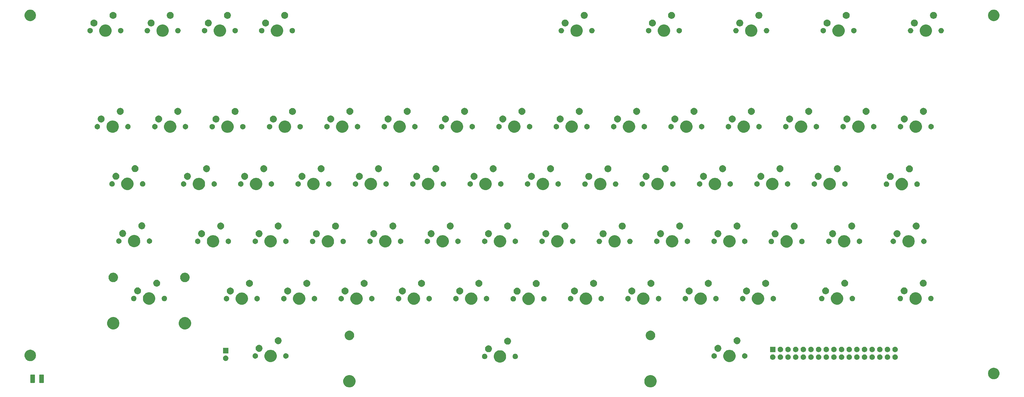
<source format=gbr>
%TF.GenerationSoftware,KiCad,Pcbnew,5.0.2+dfsg1-1*%
%TF.CreationDate,2020-10-11T22:00:56+02:00*%
%TF.ProjectId,A130XE_KB_MX,41313330-5845-45f4-9b42-5f4d582e6b69,0.1*%
%TF.SameCoordinates,Original*%
%TF.FileFunction,Soldermask,Top*%
%TF.FilePolarity,Negative*%
%FSLAX46Y46*%
G04 Gerber Fmt 4.6, Leading zero omitted, Abs format (unit mm)*
G04 Created by KiCad (PCBNEW 5.0.2+dfsg1-1) date Sun 11 Oct 2020 10:00:56 PM CEST*
%MOMM*%
%LPD*%
G01*
G04 APERTURE LIST*
%ADD10C,0.100000*%
G04 APERTURE END LIST*
D10*
G36*
X258598252Y-209603818D02*
X258598254Y-209603819D01*
X258598255Y-209603819D01*
X258971513Y-209758427D01*
X258971514Y-209758428D01*
X259307439Y-209982886D01*
X259593114Y-210268561D01*
X259593116Y-210268564D01*
X259817573Y-210604487D01*
X259850775Y-210684645D01*
X259972182Y-210977748D01*
X260051000Y-211373993D01*
X260051000Y-211778007D01*
X259982612Y-212121819D01*
X259972181Y-212174255D01*
X259817573Y-212547513D01*
X259817572Y-212547514D01*
X259593114Y-212883439D01*
X259307439Y-213169114D01*
X259307436Y-213169116D01*
X258971513Y-213393573D01*
X258598255Y-213548181D01*
X258598254Y-213548181D01*
X258598252Y-213548182D01*
X258202007Y-213627000D01*
X257797993Y-213627000D01*
X257401748Y-213548182D01*
X257401746Y-213548181D01*
X257401745Y-213548181D01*
X257028487Y-213393573D01*
X256692564Y-213169116D01*
X256692561Y-213169114D01*
X256406886Y-212883439D01*
X256182428Y-212547514D01*
X256182427Y-212547513D01*
X256027819Y-212174255D01*
X256017389Y-212121819D01*
X255949000Y-211778007D01*
X255949000Y-211373993D01*
X256027818Y-210977748D01*
X256149225Y-210684645D01*
X256182427Y-210604487D01*
X256406884Y-210268564D01*
X256406886Y-210268561D01*
X256692561Y-209982886D01*
X257028486Y-209758428D01*
X257028487Y-209758427D01*
X257401745Y-209603819D01*
X257401746Y-209603819D01*
X257401748Y-209603818D01*
X257797993Y-209525000D01*
X258202007Y-209525000D01*
X258598252Y-209603818D01*
X258598252Y-209603818D01*
G37*
G36*
X158598252Y-209603818D02*
X158598254Y-209603819D01*
X158598255Y-209603819D01*
X158971513Y-209758427D01*
X158971514Y-209758428D01*
X159307439Y-209982886D01*
X159593114Y-210268561D01*
X159593116Y-210268564D01*
X159817573Y-210604487D01*
X159850775Y-210684645D01*
X159972182Y-210977748D01*
X160051000Y-211373993D01*
X160051000Y-211778007D01*
X159982612Y-212121819D01*
X159972181Y-212174255D01*
X159817573Y-212547513D01*
X159817572Y-212547514D01*
X159593114Y-212883439D01*
X159307439Y-213169114D01*
X159307436Y-213169116D01*
X158971513Y-213393573D01*
X158598255Y-213548181D01*
X158598254Y-213548181D01*
X158598252Y-213548182D01*
X158202007Y-213627000D01*
X157797993Y-213627000D01*
X157401748Y-213548182D01*
X157401746Y-213548181D01*
X157401745Y-213548181D01*
X157028487Y-213393573D01*
X156692564Y-213169116D01*
X156692561Y-213169114D01*
X156406886Y-212883439D01*
X156182428Y-212547514D01*
X156182427Y-212547513D01*
X156027819Y-212174255D01*
X156017389Y-212121819D01*
X155949000Y-211778007D01*
X155949000Y-211373993D01*
X156027818Y-210977748D01*
X156149225Y-210684645D01*
X156182427Y-210604487D01*
X156406884Y-210268564D01*
X156406886Y-210268561D01*
X156692561Y-209982886D01*
X157028486Y-209758428D01*
X157028487Y-209758427D01*
X157401745Y-209603819D01*
X157401746Y-209603819D01*
X157401748Y-209603818D01*
X157797993Y-209525000D01*
X158202007Y-209525000D01*
X158598252Y-209603818D01*
X158598252Y-209603818D01*
G37*
G36*
X53388062Y-209378181D02*
X53422977Y-209388773D01*
X53455165Y-209405978D01*
X53483373Y-209429127D01*
X53506522Y-209457335D01*
X53523727Y-209489523D01*
X53534319Y-209524438D01*
X53538500Y-209566895D01*
X53538500Y-211933105D01*
X53534319Y-211975562D01*
X53523727Y-212010477D01*
X53506522Y-212042665D01*
X53483373Y-212070873D01*
X53455165Y-212094022D01*
X53422977Y-212111227D01*
X53388062Y-212121819D01*
X53345605Y-212126000D01*
X52204395Y-212126000D01*
X52161938Y-212121819D01*
X52127023Y-212111227D01*
X52094835Y-212094022D01*
X52066627Y-212070873D01*
X52043478Y-212042665D01*
X52026273Y-212010477D01*
X52015681Y-211975562D01*
X52011500Y-211933105D01*
X52011500Y-209566895D01*
X52015681Y-209524438D01*
X52026273Y-209489523D01*
X52043478Y-209457335D01*
X52066627Y-209429127D01*
X52094835Y-209405978D01*
X52127023Y-209388773D01*
X52161938Y-209378181D01*
X52204395Y-209374000D01*
X53345605Y-209374000D01*
X53388062Y-209378181D01*
X53388062Y-209378181D01*
G37*
G36*
X56363062Y-209378181D02*
X56397977Y-209388773D01*
X56430165Y-209405978D01*
X56458373Y-209429127D01*
X56481522Y-209457335D01*
X56498727Y-209489523D01*
X56509319Y-209524438D01*
X56513500Y-209566895D01*
X56513500Y-211933105D01*
X56509319Y-211975562D01*
X56498727Y-212010477D01*
X56481522Y-212042665D01*
X56458373Y-212070873D01*
X56430165Y-212094022D01*
X56397977Y-212111227D01*
X56363062Y-212121819D01*
X56320605Y-212126000D01*
X55179395Y-212126000D01*
X55136938Y-212121819D01*
X55102023Y-212111227D01*
X55069835Y-212094022D01*
X55041627Y-212070873D01*
X55018478Y-212042665D01*
X55001273Y-212010477D01*
X54990681Y-211975562D01*
X54986500Y-211933105D01*
X54986500Y-209566895D01*
X54990681Y-209524438D01*
X55001273Y-209489523D01*
X55018478Y-209457335D01*
X55041627Y-209429127D01*
X55069835Y-209405978D01*
X55102023Y-209388773D01*
X55136938Y-209378181D01*
X55179395Y-209374000D01*
X56320605Y-209374000D01*
X56363062Y-209378181D01*
X56363062Y-209378181D01*
G37*
G36*
X372432078Y-207147703D02*
X372554501Y-207172054D01*
X372697802Y-207231411D01*
X372900460Y-207315355D01*
X373211820Y-207523399D01*
X373476601Y-207788180D01*
X373684645Y-208099540D01*
X373768588Y-208302198D01*
X373827946Y-208445499D01*
X373901000Y-208812768D01*
X373901000Y-209187232D01*
X373827946Y-209554501D01*
X373791746Y-209641895D01*
X373684645Y-209900460D01*
X373476601Y-210211820D01*
X373211820Y-210476601D01*
X372900460Y-210684645D01*
X372697802Y-210768588D01*
X372554501Y-210827946D01*
X372432078Y-210852297D01*
X372187234Y-210901000D01*
X371812766Y-210901000D01*
X371567922Y-210852297D01*
X371445499Y-210827946D01*
X371302198Y-210768589D01*
X371099540Y-210684645D01*
X370788180Y-210476601D01*
X370523399Y-210211820D01*
X370315355Y-209900460D01*
X370208254Y-209641895D01*
X370172054Y-209554501D01*
X370099000Y-209187232D01*
X370099000Y-208812768D01*
X370172054Y-208445499D01*
X370231412Y-208302198D01*
X370315355Y-208099540D01*
X370523399Y-207788180D01*
X370788180Y-207523399D01*
X371099540Y-207315355D01*
X371302198Y-207231412D01*
X371445499Y-207172054D01*
X371567922Y-207147703D01*
X371812766Y-207099000D01*
X372187234Y-207099000D01*
X372432078Y-207147703D01*
X372432078Y-207147703D01*
G37*
G36*
X208598252Y-201363818D02*
X208598254Y-201363819D01*
X208598255Y-201363819D01*
X208971513Y-201518427D01*
X209302905Y-201739857D01*
X209307439Y-201742886D01*
X209593114Y-202028561D01*
X209593116Y-202028564D01*
X209817573Y-202364487D01*
X209958020Y-202703557D01*
X209972182Y-202737748D01*
X210051000Y-203133993D01*
X210051000Y-203538007D01*
X209976936Y-203910354D01*
X209972181Y-203934255D01*
X209817573Y-204307513D01*
X209727049Y-204442991D01*
X209593114Y-204643439D01*
X209307439Y-204929114D01*
X209307436Y-204929116D01*
X208971513Y-205153573D01*
X208598255Y-205308181D01*
X208598254Y-205308181D01*
X208598252Y-205308182D01*
X208202007Y-205387000D01*
X207797993Y-205387000D01*
X207401748Y-205308182D01*
X207401746Y-205308181D01*
X207401745Y-205308181D01*
X207028487Y-205153573D01*
X206692564Y-204929116D01*
X206692561Y-204929114D01*
X206406886Y-204643439D01*
X206272951Y-204442991D01*
X206182427Y-204307513D01*
X206027819Y-203934255D01*
X206023065Y-203910354D01*
X205949000Y-203538007D01*
X205949000Y-203133993D01*
X206027818Y-202737748D01*
X206041980Y-202703557D01*
X206182427Y-202364487D01*
X206406884Y-202028564D01*
X206406886Y-202028561D01*
X206692561Y-201742886D01*
X206697095Y-201739857D01*
X207028487Y-201518427D01*
X207401745Y-201363819D01*
X207401746Y-201363819D01*
X207401748Y-201363818D01*
X207797993Y-201285000D01*
X208202007Y-201285000D01*
X208598252Y-201363818D01*
X208598252Y-201363818D01*
G37*
G36*
X284808252Y-201207818D02*
X284808254Y-201207819D01*
X284808255Y-201207819D01*
X285181513Y-201362427D01*
X285512905Y-201583857D01*
X285517439Y-201586886D01*
X285803114Y-201872561D01*
X285803116Y-201872564D01*
X286027573Y-202208487D01*
X286140098Y-202480147D01*
X286182182Y-202581748D01*
X286261000Y-202977993D01*
X286261000Y-203382007D01*
X286185142Y-203763373D01*
X286182181Y-203778255D01*
X286027573Y-204151513D01*
X285933182Y-204292779D01*
X285803114Y-204487439D01*
X285517439Y-204773114D01*
X285517436Y-204773116D01*
X285181513Y-204997573D01*
X284808255Y-205152181D01*
X284808254Y-205152181D01*
X284808252Y-205152182D01*
X284412007Y-205231000D01*
X284007993Y-205231000D01*
X283611748Y-205152182D01*
X283611746Y-205152181D01*
X283611745Y-205152181D01*
X283238487Y-204997573D01*
X282902564Y-204773116D01*
X282902561Y-204773114D01*
X282616886Y-204487439D01*
X282486818Y-204292779D01*
X282392427Y-204151513D01*
X282237819Y-203778255D01*
X282234859Y-203763373D01*
X282159000Y-203382007D01*
X282159000Y-202977993D01*
X282237818Y-202581748D01*
X282279902Y-202480147D01*
X282392427Y-202208487D01*
X282616884Y-201872564D01*
X282616886Y-201872561D01*
X282902561Y-201586886D01*
X282907095Y-201583857D01*
X283238487Y-201362427D01*
X283611745Y-201207819D01*
X283611746Y-201207819D01*
X283611748Y-201207818D01*
X284007993Y-201129000D01*
X284412007Y-201129000D01*
X284808252Y-201207818D01*
X284808252Y-201207818D01*
G37*
G36*
X132408252Y-201207818D02*
X132408254Y-201207819D01*
X132408255Y-201207819D01*
X132781513Y-201362427D01*
X133112905Y-201583857D01*
X133117439Y-201586886D01*
X133403114Y-201872561D01*
X133403116Y-201872564D01*
X133627573Y-202208487D01*
X133740098Y-202480147D01*
X133782182Y-202581748D01*
X133861000Y-202977993D01*
X133861000Y-203382007D01*
X133785142Y-203763373D01*
X133782181Y-203778255D01*
X133627573Y-204151513D01*
X133533182Y-204292779D01*
X133403114Y-204487439D01*
X133117439Y-204773114D01*
X133117436Y-204773116D01*
X132781513Y-204997573D01*
X132408255Y-205152181D01*
X132408254Y-205152181D01*
X132408252Y-205152182D01*
X132012007Y-205231000D01*
X131607993Y-205231000D01*
X131211748Y-205152182D01*
X131211746Y-205152181D01*
X131211745Y-205152181D01*
X130838487Y-204997573D01*
X130502564Y-204773116D01*
X130502561Y-204773114D01*
X130216886Y-204487439D01*
X130086818Y-204292779D01*
X129992427Y-204151513D01*
X129837819Y-203778255D01*
X129834859Y-203763373D01*
X129759000Y-203382007D01*
X129759000Y-202977993D01*
X129837818Y-202581748D01*
X129879902Y-202480147D01*
X129992427Y-202208487D01*
X130216884Y-201872564D01*
X130216886Y-201872561D01*
X130502561Y-201586886D01*
X130507095Y-201583857D01*
X130838487Y-201362427D01*
X131211745Y-201207819D01*
X131211746Y-201207819D01*
X131211748Y-201207818D01*
X131607993Y-201129000D01*
X132012007Y-201129000D01*
X132408252Y-201207818D01*
X132408252Y-201207818D01*
G37*
G36*
X52351798Y-201131734D02*
X52554501Y-201172054D01*
X52640845Y-201207819D01*
X52900460Y-201315355D01*
X53211820Y-201523399D01*
X53476601Y-201788180D01*
X53684645Y-202099540D01*
X53729772Y-202208486D01*
X53794390Y-202364487D01*
X53827946Y-202445500D01*
X53901000Y-202812766D01*
X53901000Y-203187234D01*
X53889060Y-203247259D01*
X53827946Y-203554501D01*
X53768588Y-203697802D01*
X53684645Y-203900460D01*
X53476601Y-204211820D01*
X53211820Y-204476601D01*
X52900460Y-204684645D01*
X52697802Y-204768588D01*
X52554501Y-204827946D01*
X52432078Y-204852297D01*
X52187234Y-204901000D01*
X51812766Y-204901000D01*
X51567922Y-204852297D01*
X51445499Y-204827946D01*
X51302198Y-204768589D01*
X51099540Y-204684645D01*
X50788180Y-204476601D01*
X50523399Y-204211820D01*
X50315355Y-203900460D01*
X50231411Y-203697802D01*
X50172054Y-203554501D01*
X50110940Y-203247259D01*
X50099000Y-203187234D01*
X50099000Y-202812766D01*
X50172054Y-202445500D01*
X50205611Y-202364487D01*
X50270228Y-202208486D01*
X50315355Y-202099540D01*
X50523399Y-201788180D01*
X50788180Y-201523399D01*
X51099540Y-201315355D01*
X51359155Y-201207819D01*
X51445499Y-201172054D01*
X51648202Y-201131734D01*
X51812766Y-201099000D01*
X52187234Y-201099000D01*
X52351798Y-201131734D01*
X52351798Y-201131734D01*
G37*
G36*
X117010442Y-203045518D02*
X117076627Y-203052037D01*
X117189853Y-203086384D01*
X117246467Y-203103557D01*
X117385087Y-203177652D01*
X117402991Y-203187222D01*
X117410682Y-203193534D01*
X117540186Y-203299814D01*
X117592348Y-203363375D01*
X117652778Y-203437009D01*
X117652779Y-203437011D01*
X117736443Y-203593533D01*
X117753616Y-203650147D01*
X117787963Y-203763373D01*
X117805359Y-203940000D01*
X117787963Y-204116627D01*
X117753616Y-204229853D01*
X117736443Y-204286467D01*
X117725193Y-204307514D01*
X117652778Y-204442991D01*
X117625195Y-204476601D01*
X117540186Y-204580186D01*
X117438729Y-204663448D01*
X117402991Y-204692778D01*
X117402989Y-204692779D01*
X117246467Y-204776443D01*
X117189853Y-204793616D01*
X117076627Y-204827963D01*
X117010443Y-204834481D01*
X116944260Y-204841000D01*
X116855740Y-204841000D01*
X116789557Y-204834481D01*
X116723373Y-204827963D01*
X116610147Y-204793616D01*
X116553533Y-204776443D01*
X116397011Y-204692779D01*
X116397009Y-204692778D01*
X116361271Y-204663448D01*
X116259814Y-204580186D01*
X116174805Y-204476601D01*
X116147222Y-204442991D01*
X116074807Y-204307514D01*
X116063557Y-204286467D01*
X116046384Y-204229853D01*
X116012037Y-204116627D01*
X115994641Y-203940000D01*
X116012037Y-203763373D01*
X116046384Y-203650147D01*
X116063557Y-203593533D01*
X116147221Y-203437011D01*
X116147222Y-203437009D01*
X116207652Y-203363375D01*
X116259814Y-203299814D01*
X116389318Y-203193534D01*
X116397009Y-203187222D01*
X116414913Y-203177652D01*
X116553533Y-203103557D01*
X116610147Y-203086384D01*
X116723373Y-203052037D01*
X116789558Y-203045518D01*
X116855740Y-203039000D01*
X116944260Y-203039000D01*
X117010442Y-203045518D01*
X117010442Y-203045518D01*
G37*
G36*
X311410442Y-202645518D02*
X311476627Y-202652037D01*
X311589853Y-202686384D01*
X311646467Y-202703557D01*
X311755142Y-202761646D01*
X311802991Y-202787222D01*
X311834116Y-202812766D01*
X311940186Y-202899814D01*
X312023448Y-203001271D01*
X312052778Y-203037009D01*
X312052779Y-203037011D01*
X312136443Y-203193533D01*
X312136443Y-203193534D01*
X312187963Y-203363373D01*
X312205359Y-203540000D01*
X312187963Y-203716627D01*
X312173782Y-203763375D01*
X312136443Y-203886467D01*
X312087273Y-203978456D01*
X312052778Y-204042991D01*
X312023448Y-204078729D01*
X311940186Y-204180186D01*
X311838729Y-204263448D01*
X311802991Y-204292778D01*
X311802989Y-204292779D01*
X311646467Y-204376443D01*
X311589853Y-204393616D01*
X311476627Y-204427963D01*
X311410442Y-204434482D01*
X311344260Y-204441000D01*
X311255740Y-204441000D01*
X311189558Y-204434482D01*
X311123373Y-204427963D01*
X311010147Y-204393616D01*
X310953533Y-204376443D01*
X310797011Y-204292779D01*
X310797009Y-204292778D01*
X310761271Y-204263448D01*
X310659814Y-204180186D01*
X310576552Y-204078729D01*
X310547222Y-204042991D01*
X310512727Y-203978456D01*
X310463557Y-203886467D01*
X310426218Y-203763375D01*
X310412037Y-203716627D01*
X310394641Y-203540000D01*
X310412037Y-203363373D01*
X310463557Y-203193534D01*
X310463557Y-203193533D01*
X310547221Y-203037011D01*
X310547222Y-203037009D01*
X310576552Y-203001271D01*
X310659814Y-202899814D01*
X310765884Y-202812766D01*
X310797009Y-202787222D01*
X310844858Y-202761646D01*
X310953533Y-202703557D01*
X311010147Y-202686384D01*
X311123373Y-202652037D01*
X311189557Y-202645519D01*
X311255740Y-202639000D01*
X311344260Y-202639000D01*
X311410442Y-202645518D01*
X311410442Y-202645518D01*
G37*
G36*
X339350442Y-202645518D02*
X339416627Y-202652037D01*
X339529853Y-202686384D01*
X339586467Y-202703557D01*
X339695142Y-202761646D01*
X339742991Y-202787222D01*
X339774116Y-202812766D01*
X339880186Y-202899814D01*
X339963448Y-203001271D01*
X339992778Y-203037009D01*
X339992779Y-203037011D01*
X340076443Y-203193533D01*
X340076443Y-203193534D01*
X340127963Y-203363373D01*
X340145359Y-203540000D01*
X340127963Y-203716627D01*
X340113782Y-203763375D01*
X340076443Y-203886467D01*
X340027273Y-203978456D01*
X339992778Y-204042991D01*
X339963448Y-204078729D01*
X339880186Y-204180186D01*
X339778729Y-204263448D01*
X339742991Y-204292778D01*
X339742989Y-204292779D01*
X339586467Y-204376443D01*
X339529853Y-204393616D01*
X339416627Y-204427963D01*
X339350442Y-204434482D01*
X339284260Y-204441000D01*
X339195740Y-204441000D01*
X339129558Y-204434482D01*
X339063373Y-204427963D01*
X338950147Y-204393616D01*
X338893533Y-204376443D01*
X338737011Y-204292779D01*
X338737009Y-204292778D01*
X338701271Y-204263448D01*
X338599814Y-204180186D01*
X338516552Y-204078729D01*
X338487222Y-204042991D01*
X338452727Y-203978456D01*
X338403557Y-203886467D01*
X338366218Y-203763375D01*
X338352037Y-203716627D01*
X338334641Y-203540000D01*
X338352037Y-203363373D01*
X338403557Y-203193534D01*
X338403557Y-203193533D01*
X338487221Y-203037011D01*
X338487222Y-203037009D01*
X338516552Y-203001271D01*
X338599814Y-202899814D01*
X338705884Y-202812766D01*
X338737009Y-202787222D01*
X338784858Y-202761646D01*
X338893533Y-202703557D01*
X338950147Y-202686384D01*
X339063373Y-202652037D01*
X339129557Y-202645519D01*
X339195740Y-202639000D01*
X339284260Y-202639000D01*
X339350442Y-202645518D01*
X339350442Y-202645518D01*
G37*
G36*
X336810442Y-202645518D02*
X336876627Y-202652037D01*
X336989853Y-202686384D01*
X337046467Y-202703557D01*
X337155142Y-202761646D01*
X337202991Y-202787222D01*
X337234116Y-202812766D01*
X337340186Y-202899814D01*
X337423448Y-203001271D01*
X337452778Y-203037009D01*
X337452779Y-203037011D01*
X337536443Y-203193533D01*
X337536443Y-203193534D01*
X337587963Y-203363373D01*
X337605359Y-203540000D01*
X337587963Y-203716627D01*
X337573782Y-203763375D01*
X337536443Y-203886467D01*
X337487273Y-203978456D01*
X337452778Y-204042991D01*
X337423448Y-204078729D01*
X337340186Y-204180186D01*
X337238729Y-204263448D01*
X337202991Y-204292778D01*
X337202989Y-204292779D01*
X337046467Y-204376443D01*
X336989853Y-204393616D01*
X336876627Y-204427963D01*
X336810442Y-204434482D01*
X336744260Y-204441000D01*
X336655740Y-204441000D01*
X336589558Y-204434482D01*
X336523373Y-204427963D01*
X336410147Y-204393616D01*
X336353533Y-204376443D01*
X336197011Y-204292779D01*
X336197009Y-204292778D01*
X336161271Y-204263448D01*
X336059814Y-204180186D01*
X335976552Y-204078729D01*
X335947222Y-204042991D01*
X335912727Y-203978456D01*
X335863557Y-203886467D01*
X335826218Y-203763375D01*
X335812037Y-203716627D01*
X335794641Y-203540000D01*
X335812037Y-203363373D01*
X335863557Y-203193534D01*
X335863557Y-203193533D01*
X335947221Y-203037011D01*
X335947222Y-203037009D01*
X335976552Y-203001271D01*
X336059814Y-202899814D01*
X336165884Y-202812766D01*
X336197009Y-202787222D01*
X336244858Y-202761646D01*
X336353533Y-202703557D01*
X336410147Y-202686384D01*
X336523373Y-202652037D01*
X336589557Y-202645519D01*
X336655740Y-202639000D01*
X336744260Y-202639000D01*
X336810442Y-202645518D01*
X336810442Y-202645518D01*
G37*
G36*
X319030442Y-202645518D02*
X319096627Y-202652037D01*
X319209853Y-202686384D01*
X319266467Y-202703557D01*
X319375142Y-202761646D01*
X319422991Y-202787222D01*
X319454116Y-202812766D01*
X319560186Y-202899814D01*
X319643448Y-203001271D01*
X319672778Y-203037009D01*
X319672779Y-203037011D01*
X319756443Y-203193533D01*
X319756443Y-203193534D01*
X319807963Y-203363373D01*
X319825359Y-203540000D01*
X319807963Y-203716627D01*
X319793782Y-203763375D01*
X319756443Y-203886467D01*
X319707273Y-203978456D01*
X319672778Y-204042991D01*
X319643448Y-204078729D01*
X319560186Y-204180186D01*
X319458729Y-204263448D01*
X319422991Y-204292778D01*
X319422989Y-204292779D01*
X319266467Y-204376443D01*
X319209853Y-204393616D01*
X319096627Y-204427963D01*
X319030442Y-204434482D01*
X318964260Y-204441000D01*
X318875740Y-204441000D01*
X318809558Y-204434482D01*
X318743373Y-204427963D01*
X318630147Y-204393616D01*
X318573533Y-204376443D01*
X318417011Y-204292779D01*
X318417009Y-204292778D01*
X318381271Y-204263448D01*
X318279814Y-204180186D01*
X318196552Y-204078729D01*
X318167222Y-204042991D01*
X318132727Y-203978456D01*
X318083557Y-203886467D01*
X318046218Y-203763375D01*
X318032037Y-203716627D01*
X318014641Y-203540000D01*
X318032037Y-203363373D01*
X318083557Y-203193534D01*
X318083557Y-203193533D01*
X318167221Y-203037011D01*
X318167222Y-203037009D01*
X318196552Y-203001271D01*
X318279814Y-202899814D01*
X318385884Y-202812766D01*
X318417009Y-202787222D01*
X318464858Y-202761646D01*
X318573533Y-202703557D01*
X318630147Y-202686384D01*
X318743373Y-202652037D01*
X318809557Y-202645519D01*
X318875740Y-202639000D01*
X318964260Y-202639000D01*
X319030442Y-202645518D01*
X319030442Y-202645518D01*
G37*
G36*
X316490442Y-202645518D02*
X316556627Y-202652037D01*
X316669853Y-202686384D01*
X316726467Y-202703557D01*
X316835142Y-202761646D01*
X316882991Y-202787222D01*
X316914116Y-202812766D01*
X317020186Y-202899814D01*
X317103448Y-203001271D01*
X317132778Y-203037009D01*
X317132779Y-203037011D01*
X317216443Y-203193533D01*
X317216443Y-203193534D01*
X317267963Y-203363373D01*
X317285359Y-203540000D01*
X317267963Y-203716627D01*
X317253782Y-203763375D01*
X317216443Y-203886467D01*
X317167273Y-203978456D01*
X317132778Y-204042991D01*
X317103448Y-204078729D01*
X317020186Y-204180186D01*
X316918729Y-204263448D01*
X316882991Y-204292778D01*
X316882989Y-204292779D01*
X316726467Y-204376443D01*
X316669853Y-204393616D01*
X316556627Y-204427963D01*
X316490442Y-204434482D01*
X316424260Y-204441000D01*
X316335740Y-204441000D01*
X316269558Y-204434482D01*
X316203373Y-204427963D01*
X316090147Y-204393616D01*
X316033533Y-204376443D01*
X315877011Y-204292779D01*
X315877009Y-204292778D01*
X315841271Y-204263448D01*
X315739814Y-204180186D01*
X315656552Y-204078729D01*
X315627222Y-204042991D01*
X315592727Y-203978456D01*
X315543557Y-203886467D01*
X315506218Y-203763375D01*
X315492037Y-203716627D01*
X315474641Y-203540000D01*
X315492037Y-203363373D01*
X315543557Y-203193534D01*
X315543557Y-203193533D01*
X315627221Y-203037011D01*
X315627222Y-203037009D01*
X315656552Y-203001271D01*
X315739814Y-202899814D01*
X315845884Y-202812766D01*
X315877009Y-202787222D01*
X315924858Y-202761646D01*
X316033533Y-202703557D01*
X316090147Y-202686384D01*
X316203373Y-202652037D01*
X316269557Y-202645519D01*
X316335740Y-202639000D01*
X316424260Y-202639000D01*
X316490442Y-202645518D01*
X316490442Y-202645518D01*
G37*
G36*
X313950442Y-202645518D02*
X314016627Y-202652037D01*
X314129853Y-202686384D01*
X314186467Y-202703557D01*
X314295142Y-202761646D01*
X314342991Y-202787222D01*
X314374116Y-202812766D01*
X314480186Y-202899814D01*
X314563448Y-203001271D01*
X314592778Y-203037009D01*
X314592779Y-203037011D01*
X314676443Y-203193533D01*
X314676443Y-203193534D01*
X314727963Y-203363373D01*
X314745359Y-203540000D01*
X314727963Y-203716627D01*
X314713782Y-203763375D01*
X314676443Y-203886467D01*
X314627273Y-203978456D01*
X314592778Y-204042991D01*
X314563448Y-204078729D01*
X314480186Y-204180186D01*
X314378729Y-204263448D01*
X314342991Y-204292778D01*
X314342989Y-204292779D01*
X314186467Y-204376443D01*
X314129853Y-204393616D01*
X314016627Y-204427963D01*
X313950442Y-204434482D01*
X313884260Y-204441000D01*
X313795740Y-204441000D01*
X313729558Y-204434482D01*
X313663373Y-204427963D01*
X313550147Y-204393616D01*
X313493533Y-204376443D01*
X313337011Y-204292779D01*
X313337009Y-204292778D01*
X313301271Y-204263448D01*
X313199814Y-204180186D01*
X313116552Y-204078729D01*
X313087222Y-204042991D01*
X313052727Y-203978456D01*
X313003557Y-203886467D01*
X312966218Y-203763375D01*
X312952037Y-203716627D01*
X312934641Y-203540000D01*
X312952037Y-203363373D01*
X313003557Y-203193534D01*
X313003557Y-203193533D01*
X313087221Y-203037011D01*
X313087222Y-203037009D01*
X313116552Y-203001271D01*
X313199814Y-202899814D01*
X313305884Y-202812766D01*
X313337009Y-202787222D01*
X313384858Y-202761646D01*
X313493533Y-202703557D01*
X313550147Y-202686384D01*
X313663373Y-202652037D01*
X313729557Y-202645519D01*
X313795740Y-202639000D01*
X313884260Y-202639000D01*
X313950442Y-202645518D01*
X313950442Y-202645518D01*
G37*
G36*
X308870442Y-202645518D02*
X308936627Y-202652037D01*
X309049853Y-202686384D01*
X309106467Y-202703557D01*
X309215142Y-202761646D01*
X309262991Y-202787222D01*
X309294116Y-202812766D01*
X309400186Y-202899814D01*
X309483448Y-203001271D01*
X309512778Y-203037009D01*
X309512779Y-203037011D01*
X309596443Y-203193533D01*
X309596443Y-203193534D01*
X309647963Y-203363373D01*
X309665359Y-203540000D01*
X309647963Y-203716627D01*
X309633782Y-203763375D01*
X309596443Y-203886467D01*
X309547273Y-203978456D01*
X309512778Y-204042991D01*
X309483448Y-204078729D01*
X309400186Y-204180186D01*
X309298729Y-204263448D01*
X309262991Y-204292778D01*
X309262989Y-204292779D01*
X309106467Y-204376443D01*
X309049853Y-204393616D01*
X308936627Y-204427963D01*
X308870442Y-204434482D01*
X308804260Y-204441000D01*
X308715740Y-204441000D01*
X308649558Y-204434482D01*
X308583373Y-204427963D01*
X308470147Y-204393616D01*
X308413533Y-204376443D01*
X308257011Y-204292779D01*
X308257009Y-204292778D01*
X308221271Y-204263448D01*
X308119814Y-204180186D01*
X308036552Y-204078729D01*
X308007222Y-204042991D01*
X307972727Y-203978456D01*
X307923557Y-203886467D01*
X307886218Y-203763375D01*
X307872037Y-203716627D01*
X307854641Y-203540000D01*
X307872037Y-203363373D01*
X307923557Y-203193534D01*
X307923557Y-203193533D01*
X308007221Y-203037011D01*
X308007222Y-203037009D01*
X308036552Y-203001271D01*
X308119814Y-202899814D01*
X308225884Y-202812766D01*
X308257009Y-202787222D01*
X308304858Y-202761646D01*
X308413533Y-202703557D01*
X308470147Y-202686384D01*
X308583373Y-202652037D01*
X308649557Y-202645519D01*
X308715740Y-202639000D01*
X308804260Y-202639000D01*
X308870442Y-202645518D01*
X308870442Y-202645518D01*
G37*
G36*
X306330442Y-202645518D02*
X306396627Y-202652037D01*
X306509853Y-202686384D01*
X306566467Y-202703557D01*
X306675142Y-202761646D01*
X306722991Y-202787222D01*
X306754116Y-202812766D01*
X306860186Y-202899814D01*
X306943448Y-203001271D01*
X306972778Y-203037009D01*
X306972779Y-203037011D01*
X307056443Y-203193533D01*
X307056443Y-203193534D01*
X307107963Y-203363373D01*
X307125359Y-203540000D01*
X307107963Y-203716627D01*
X307093782Y-203763375D01*
X307056443Y-203886467D01*
X307007273Y-203978456D01*
X306972778Y-204042991D01*
X306943448Y-204078729D01*
X306860186Y-204180186D01*
X306758729Y-204263448D01*
X306722991Y-204292778D01*
X306722989Y-204292779D01*
X306566467Y-204376443D01*
X306509853Y-204393616D01*
X306396627Y-204427963D01*
X306330442Y-204434482D01*
X306264260Y-204441000D01*
X306175740Y-204441000D01*
X306109558Y-204434482D01*
X306043373Y-204427963D01*
X305930147Y-204393616D01*
X305873533Y-204376443D01*
X305717011Y-204292779D01*
X305717009Y-204292778D01*
X305681271Y-204263448D01*
X305579814Y-204180186D01*
X305496552Y-204078729D01*
X305467222Y-204042991D01*
X305432727Y-203978456D01*
X305383557Y-203886467D01*
X305346218Y-203763375D01*
X305332037Y-203716627D01*
X305314641Y-203540000D01*
X305332037Y-203363373D01*
X305383557Y-203193534D01*
X305383557Y-203193533D01*
X305467221Y-203037011D01*
X305467222Y-203037009D01*
X305496552Y-203001271D01*
X305579814Y-202899814D01*
X305685884Y-202812766D01*
X305717009Y-202787222D01*
X305764858Y-202761646D01*
X305873533Y-202703557D01*
X305930147Y-202686384D01*
X306043373Y-202652037D01*
X306109557Y-202645519D01*
X306175740Y-202639000D01*
X306264260Y-202639000D01*
X306330442Y-202645518D01*
X306330442Y-202645518D01*
G37*
G36*
X301250442Y-202645518D02*
X301316627Y-202652037D01*
X301429853Y-202686384D01*
X301486467Y-202703557D01*
X301595142Y-202761646D01*
X301642991Y-202787222D01*
X301674116Y-202812766D01*
X301780186Y-202899814D01*
X301863448Y-203001271D01*
X301892778Y-203037009D01*
X301892779Y-203037011D01*
X301976443Y-203193533D01*
X301976443Y-203193534D01*
X302027963Y-203363373D01*
X302045359Y-203540000D01*
X302027963Y-203716627D01*
X302013782Y-203763375D01*
X301976443Y-203886467D01*
X301927273Y-203978456D01*
X301892778Y-204042991D01*
X301863448Y-204078729D01*
X301780186Y-204180186D01*
X301678729Y-204263448D01*
X301642991Y-204292778D01*
X301642989Y-204292779D01*
X301486467Y-204376443D01*
X301429853Y-204393616D01*
X301316627Y-204427963D01*
X301250442Y-204434482D01*
X301184260Y-204441000D01*
X301095740Y-204441000D01*
X301029558Y-204434482D01*
X300963373Y-204427963D01*
X300850147Y-204393616D01*
X300793533Y-204376443D01*
X300637011Y-204292779D01*
X300637009Y-204292778D01*
X300601271Y-204263448D01*
X300499814Y-204180186D01*
X300416552Y-204078729D01*
X300387222Y-204042991D01*
X300352727Y-203978456D01*
X300303557Y-203886467D01*
X300266218Y-203763375D01*
X300252037Y-203716627D01*
X300234641Y-203540000D01*
X300252037Y-203363373D01*
X300303557Y-203193534D01*
X300303557Y-203193533D01*
X300387221Y-203037011D01*
X300387222Y-203037009D01*
X300416552Y-203001271D01*
X300499814Y-202899814D01*
X300605884Y-202812766D01*
X300637009Y-202787222D01*
X300684858Y-202761646D01*
X300793533Y-202703557D01*
X300850147Y-202686384D01*
X300963373Y-202652037D01*
X301029557Y-202645519D01*
X301095740Y-202639000D01*
X301184260Y-202639000D01*
X301250442Y-202645518D01*
X301250442Y-202645518D01*
G37*
G36*
X298710442Y-202645518D02*
X298776627Y-202652037D01*
X298889853Y-202686384D01*
X298946467Y-202703557D01*
X299055142Y-202761646D01*
X299102991Y-202787222D01*
X299134116Y-202812766D01*
X299240186Y-202899814D01*
X299323448Y-203001271D01*
X299352778Y-203037009D01*
X299352779Y-203037011D01*
X299436443Y-203193533D01*
X299436443Y-203193534D01*
X299487963Y-203363373D01*
X299505359Y-203540000D01*
X299487963Y-203716627D01*
X299473782Y-203763375D01*
X299436443Y-203886467D01*
X299387273Y-203978456D01*
X299352778Y-204042991D01*
X299323448Y-204078729D01*
X299240186Y-204180186D01*
X299138729Y-204263448D01*
X299102991Y-204292778D01*
X299102989Y-204292779D01*
X298946467Y-204376443D01*
X298889853Y-204393616D01*
X298776627Y-204427963D01*
X298710442Y-204434482D01*
X298644260Y-204441000D01*
X298555740Y-204441000D01*
X298489558Y-204434482D01*
X298423373Y-204427963D01*
X298310147Y-204393616D01*
X298253533Y-204376443D01*
X298097011Y-204292779D01*
X298097009Y-204292778D01*
X298061271Y-204263448D01*
X297959814Y-204180186D01*
X297876552Y-204078729D01*
X297847222Y-204042991D01*
X297812727Y-203978456D01*
X297763557Y-203886467D01*
X297726218Y-203763375D01*
X297712037Y-203716627D01*
X297694641Y-203540000D01*
X297712037Y-203363373D01*
X297763557Y-203193534D01*
X297763557Y-203193533D01*
X297847221Y-203037011D01*
X297847222Y-203037009D01*
X297876552Y-203001271D01*
X297959814Y-202899814D01*
X298065884Y-202812766D01*
X298097009Y-202787222D01*
X298144858Y-202761646D01*
X298253533Y-202703557D01*
X298310147Y-202686384D01*
X298423373Y-202652037D01*
X298489557Y-202645519D01*
X298555740Y-202639000D01*
X298644260Y-202639000D01*
X298710442Y-202645518D01*
X298710442Y-202645518D01*
G37*
G36*
X321570442Y-202645518D02*
X321636627Y-202652037D01*
X321749853Y-202686384D01*
X321806467Y-202703557D01*
X321915142Y-202761646D01*
X321962991Y-202787222D01*
X321994116Y-202812766D01*
X322100186Y-202899814D01*
X322183448Y-203001271D01*
X322212778Y-203037009D01*
X322212779Y-203037011D01*
X322296443Y-203193533D01*
X322296443Y-203193534D01*
X322347963Y-203363373D01*
X322365359Y-203540000D01*
X322347963Y-203716627D01*
X322333782Y-203763375D01*
X322296443Y-203886467D01*
X322247273Y-203978456D01*
X322212778Y-204042991D01*
X322183448Y-204078729D01*
X322100186Y-204180186D01*
X321998729Y-204263448D01*
X321962991Y-204292778D01*
X321962989Y-204292779D01*
X321806467Y-204376443D01*
X321749853Y-204393616D01*
X321636627Y-204427963D01*
X321570442Y-204434482D01*
X321504260Y-204441000D01*
X321415740Y-204441000D01*
X321349558Y-204434482D01*
X321283373Y-204427963D01*
X321170147Y-204393616D01*
X321113533Y-204376443D01*
X320957011Y-204292779D01*
X320957009Y-204292778D01*
X320921271Y-204263448D01*
X320819814Y-204180186D01*
X320736552Y-204078729D01*
X320707222Y-204042991D01*
X320672727Y-203978456D01*
X320623557Y-203886467D01*
X320586218Y-203763375D01*
X320572037Y-203716627D01*
X320554641Y-203540000D01*
X320572037Y-203363373D01*
X320623557Y-203193534D01*
X320623557Y-203193533D01*
X320707221Y-203037011D01*
X320707222Y-203037009D01*
X320736552Y-203001271D01*
X320819814Y-202899814D01*
X320925884Y-202812766D01*
X320957009Y-202787222D01*
X321004858Y-202761646D01*
X321113533Y-202703557D01*
X321170147Y-202686384D01*
X321283373Y-202652037D01*
X321349557Y-202645519D01*
X321415740Y-202639000D01*
X321504260Y-202639000D01*
X321570442Y-202645518D01*
X321570442Y-202645518D01*
G37*
G36*
X334270442Y-202645518D02*
X334336627Y-202652037D01*
X334449853Y-202686384D01*
X334506467Y-202703557D01*
X334615142Y-202761646D01*
X334662991Y-202787222D01*
X334694116Y-202812766D01*
X334800186Y-202899814D01*
X334883448Y-203001271D01*
X334912778Y-203037009D01*
X334912779Y-203037011D01*
X334996443Y-203193533D01*
X334996443Y-203193534D01*
X335047963Y-203363373D01*
X335065359Y-203540000D01*
X335047963Y-203716627D01*
X335033782Y-203763375D01*
X334996443Y-203886467D01*
X334947273Y-203978456D01*
X334912778Y-204042991D01*
X334883448Y-204078729D01*
X334800186Y-204180186D01*
X334698729Y-204263448D01*
X334662991Y-204292778D01*
X334662989Y-204292779D01*
X334506467Y-204376443D01*
X334449853Y-204393616D01*
X334336627Y-204427963D01*
X334270442Y-204434482D01*
X334204260Y-204441000D01*
X334115740Y-204441000D01*
X334049558Y-204434482D01*
X333983373Y-204427963D01*
X333870147Y-204393616D01*
X333813533Y-204376443D01*
X333657011Y-204292779D01*
X333657009Y-204292778D01*
X333621271Y-204263448D01*
X333519814Y-204180186D01*
X333436552Y-204078729D01*
X333407222Y-204042991D01*
X333372727Y-203978456D01*
X333323557Y-203886467D01*
X333286218Y-203763375D01*
X333272037Y-203716627D01*
X333254641Y-203540000D01*
X333272037Y-203363373D01*
X333323557Y-203193534D01*
X333323557Y-203193533D01*
X333407221Y-203037011D01*
X333407222Y-203037009D01*
X333436552Y-203001271D01*
X333519814Y-202899814D01*
X333625884Y-202812766D01*
X333657009Y-202787222D01*
X333704858Y-202761646D01*
X333813533Y-202703557D01*
X333870147Y-202686384D01*
X333983373Y-202652037D01*
X334049557Y-202645519D01*
X334115740Y-202639000D01*
X334204260Y-202639000D01*
X334270442Y-202645518D01*
X334270442Y-202645518D01*
G37*
G36*
X331730442Y-202645518D02*
X331796627Y-202652037D01*
X331909853Y-202686384D01*
X331966467Y-202703557D01*
X332075142Y-202761646D01*
X332122991Y-202787222D01*
X332154116Y-202812766D01*
X332260186Y-202899814D01*
X332343448Y-203001271D01*
X332372778Y-203037009D01*
X332372779Y-203037011D01*
X332456443Y-203193533D01*
X332456443Y-203193534D01*
X332507963Y-203363373D01*
X332525359Y-203540000D01*
X332507963Y-203716627D01*
X332493782Y-203763375D01*
X332456443Y-203886467D01*
X332407273Y-203978456D01*
X332372778Y-204042991D01*
X332343448Y-204078729D01*
X332260186Y-204180186D01*
X332158729Y-204263448D01*
X332122991Y-204292778D01*
X332122989Y-204292779D01*
X331966467Y-204376443D01*
X331909853Y-204393616D01*
X331796627Y-204427963D01*
X331730442Y-204434482D01*
X331664260Y-204441000D01*
X331575740Y-204441000D01*
X331509558Y-204434482D01*
X331443373Y-204427963D01*
X331330147Y-204393616D01*
X331273533Y-204376443D01*
X331117011Y-204292779D01*
X331117009Y-204292778D01*
X331081271Y-204263448D01*
X330979814Y-204180186D01*
X330896552Y-204078729D01*
X330867222Y-204042991D01*
X330832727Y-203978456D01*
X330783557Y-203886467D01*
X330746218Y-203763375D01*
X330732037Y-203716627D01*
X330714641Y-203540000D01*
X330732037Y-203363373D01*
X330783557Y-203193534D01*
X330783557Y-203193533D01*
X330867221Y-203037011D01*
X330867222Y-203037009D01*
X330896552Y-203001271D01*
X330979814Y-202899814D01*
X331085884Y-202812766D01*
X331117009Y-202787222D01*
X331164858Y-202761646D01*
X331273533Y-202703557D01*
X331330147Y-202686384D01*
X331443373Y-202652037D01*
X331509557Y-202645519D01*
X331575740Y-202639000D01*
X331664260Y-202639000D01*
X331730442Y-202645518D01*
X331730442Y-202645518D01*
G37*
G36*
X329190442Y-202645518D02*
X329256627Y-202652037D01*
X329369853Y-202686384D01*
X329426467Y-202703557D01*
X329535142Y-202761646D01*
X329582991Y-202787222D01*
X329614116Y-202812766D01*
X329720186Y-202899814D01*
X329803448Y-203001271D01*
X329832778Y-203037009D01*
X329832779Y-203037011D01*
X329916443Y-203193533D01*
X329916443Y-203193534D01*
X329967963Y-203363373D01*
X329985359Y-203540000D01*
X329967963Y-203716627D01*
X329953782Y-203763375D01*
X329916443Y-203886467D01*
X329867273Y-203978456D01*
X329832778Y-204042991D01*
X329803448Y-204078729D01*
X329720186Y-204180186D01*
X329618729Y-204263448D01*
X329582991Y-204292778D01*
X329582989Y-204292779D01*
X329426467Y-204376443D01*
X329369853Y-204393616D01*
X329256627Y-204427963D01*
X329190442Y-204434482D01*
X329124260Y-204441000D01*
X329035740Y-204441000D01*
X328969558Y-204434482D01*
X328903373Y-204427963D01*
X328790147Y-204393616D01*
X328733533Y-204376443D01*
X328577011Y-204292779D01*
X328577009Y-204292778D01*
X328541271Y-204263448D01*
X328439814Y-204180186D01*
X328356552Y-204078729D01*
X328327222Y-204042991D01*
X328292727Y-203978456D01*
X328243557Y-203886467D01*
X328206218Y-203763375D01*
X328192037Y-203716627D01*
X328174641Y-203540000D01*
X328192037Y-203363373D01*
X328243557Y-203193534D01*
X328243557Y-203193533D01*
X328327221Y-203037011D01*
X328327222Y-203037009D01*
X328356552Y-203001271D01*
X328439814Y-202899814D01*
X328545884Y-202812766D01*
X328577009Y-202787222D01*
X328624858Y-202761646D01*
X328733533Y-202703557D01*
X328790147Y-202686384D01*
X328903373Y-202652037D01*
X328969557Y-202645519D01*
X329035740Y-202639000D01*
X329124260Y-202639000D01*
X329190442Y-202645518D01*
X329190442Y-202645518D01*
G37*
G36*
X326650442Y-202645518D02*
X326716627Y-202652037D01*
X326829853Y-202686384D01*
X326886467Y-202703557D01*
X326995142Y-202761646D01*
X327042991Y-202787222D01*
X327074116Y-202812766D01*
X327180186Y-202899814D01*
X327263448Y-203001271D01*
X327292778Y-203037009D01*
X327292779Y-203037011D01*
X327376443Y-203193533D01*
X327376443Y-203193534D01*
X327427963Y-203363373D01*
X327445359Y-203540000D01*
X327427963Y-203716627D01*
X327413782Y-203763375D01*
X327376443Y-203886467D01*
X327327273Y-203978456D01*
X327292778Y-204042991D01*
X327263448Y-204078729D01*
X327180186Y-204180186D01*
X327078729Y-204263448D01*
X327042991Y-204292778D01*
X327042989Y-204292779D01*
X326886467Y-204376443D01*
X326829853Y-204393616D01*
X326716627Y-204427963D01*
X326650442Y-204434482D01*
X326584260Y-204441000D01*
X326495740Y-204441000D01*
X326429558Y-204434482D01*
X326363373Y-204427963D01*
X326250147Y-204393616D01*
X326193533Y-204376443D01*
X326037011Y-204292779D01*
X326037009Y-204292778D01*
X326001271Y-204263448D01*
X325899814Y-204180186D01*
X325816552Y-204078729D01*
X325787222Y-204042991D01*
X325752727Y-203978456D01*
X325703557Y-203886467D01*
X325666218Y-203763375D01*
X325652037Y-203716627D01*
X325634641Y-203540000D01*
X325652037Y-203363373D01*
X325703557Y-203193534D01*
X325703557Y-203193533D01*
X325787221Y-203037011D01*
X325787222Y-203037009D01*
X325816552Y-203001271D01*
X325899814Y-202899814D01*
X326005884Y-202812766D01*
X326037009Y-202787222D01*
X326084858Y-202761646D01*
X326193533Y-202703557D01*
X326250147Y-202686384D01*
X326363373Y-202652037D01*
X326429557Y-202645519D01*
X326495740Y-202639000D01*
X326584260Y-202639000D01*
X326650442Y-202645518D01*
X326650442Y-202645518D01*
G37*
G36*
X324110442Y-202645518D02*
X324176627Y-202652037D01*
X324289853Y-202686384D01*
X324346467Y-202703557D01*
X324455142Y-202761646D01*
X324502991Y-202787222D01*
X324534116Y-202812766D01*
X324640186Y-202899814D01*
X324723448Y-203001271D01*
X324752778Y-203037009D01*
X324752779Y-203037011D01*
X324836443Y-203193533D01*
X324836443Y-203193534D01*
X324887963Y-203363373D01*
X324905359Y-203540000D01*
X324887963Y-203716627D01*
X324873782Y-203763375D01*
X324836443Y-203886467D01*
X324787273Y-203978456D01*
X324752778Y-204042991D01*
X324723448Y-204078729D01*
X324640186Y-204180186D01*
X324538729Y-204263448D01*
X324502991Y-204292778D01*
X324502989Y-204292779D01*
X324346467Y-204376443D01*
X324289853Y-204393616D01*
X324176627Y-204427963D01*
X324110442Y-204434482D01*
X324044260Y-204441000D01*
X323955740Y-204441000D01*
X323889558Y-204434482D01*
X323823373Y-204427963D01*
X323710147Y-204393616D01*
X323653533Y-204376443D01*
X323497011Y-204292779D01*
X323497009Y-204292778D01*
X323461271Y-204263448D01*
X323359814Y-204180186D01*
X323276552Y-204078729D01*
X323247222Y-204042991D01*
X323212727Y-203978456D01*
X323163557Y-203886467D01*
X323126218Y-203763375D01*
X323112037Y-203716627D01*
X323094641Y-203540000D01*
X323112037Y-203363373D01*
X323163557Y-203193534D01*
X323163557Y-203193533D01*
X323247221Y-203037011D01*
X323247222Y-203037009D01*
X323276552Y-203001271D01*
X323359814Y-202899814D01*
X323465884Y-202812766D01*
X323497009Y-202787222D01*
X323544858Y-202761646D01*
X323653533Y-202703557D01*
X323710147Y-202686384D01*
X323823373Y-202652037D01*
X323889557Y-202645519D01*
X323955740Y-202639000D01*
X324044260Y-202639000D01*
X324110442Y-202645518D01*
X324110442Y-202645518D01*
G37*
G36*
X303790442Y-202645518D02*
X303856627Y-202652037D01*
X303969853Y-202686384D01*
X304026467Y-202703557D01*
X304135142Y-202761646D01*
X304182991Y-202787222D01*
X304214116Y-202812766D01*
X304320186Y-202899814D01*
X304403448Y-203001271D01*
X304432778Y-203037009D01*
X304432779Y-203037011D01*
X304516443Y-203193533D01*
X304516443Y-203193534D01*
X304567963Y-203363373D01*
X304585359Y-203540000D01*
X304567963Y-203716627D01*
X304553782Y-203763375D01*
X304516443Y-203886467D01*
X304467273Y-203978456D01*
X304432778Y-204042991D01*
X304403448Y-204078729D01*
X304320186Y-204180186D01*
X304218729Y-204263448D01*
X304182991Y-204292778D01*
X304182989Y-204292779D01*
X304026467Y-204376443D01*
X303969853Y-204393616D01*
X303856627Y-204427963D01*
X303790442Y-204434482D01*
X303724260Y-204441000D01*
X303635740Y-204441000D01*
X303569558Y-204434482D01*
X303503373Y-204427963D01*
X303390147Y-204393616D01*
X303333533Y-204376443D01*
X303177011Y-204292779D01*
X303177009Y-204292778D01*
X303141271Y-204263448D01*
X303039814Y-204180186D01*
X302956552Y-204078729D01*
X302927222Y-204042991D01*
X302892727Y-203978456D01*
X302843557Y-203886467D01*
X302806218Y-203763375D01*
X302792037Y-203716627D01*
X302774641Y-203540000D01*
X302792037Y-203363373D01*
X302843557Y-203193534D01*
X302843557Y-203193533D01*
X302927221Y-203037011D01*
X302927222Y-203037009D01*
X302956552Y-203001271D01*
X303039814Y-202899814D01*
X303145884Y-202812766D01*
X303177009Y-202787222D01*
X303224858Y-202761646D01*
X303333533Y-202703557D01*
X303390147Y-202686384D01*
X303503373Y-202652037D01*
X303569557Y-202645519D01*
X303635740Y-202639000D01*
X303724260Y-202639000D01*
X303790442Y-202645518D01*
X303790442Y-202645518D01*
G37*
G36*
X203182812Y-202469624D02*
X203346784Y-202537544D01*
X203494354Y-202636147D01*
X203619853Y-202761646D01*
X203718456Y-202909216D01*
X203786376Y-203073188D01*
X203821000Y-203247259D01*
X203821000Y-203424741D01*
X203786376Y-203598812D01*
X203718456Y-203762784D01*
X203619853Y-203910354D01*
X203494354Y-204035853D01*
X203346784Y-204134456D01*
X203182812Y-204202376D01*
X203008741Y-204237000D01*
X202831259Y-204237000D01*
X202657188Y-204202376D01*
X202493216Y-204134456D01*
X202345646Y-204035853D01*
X202220147Y-203910354D01*
X202121544Y-203762784D01*
X202053624Y-203598812D01*
X202019000Y-203424741D01*
X202019000Y-203247259D01*
X202053624Y-203073188D01*
X202121544Y-202909216D01*
X202220147Y-202761646D01*
X202345646Y-202636147D01*
X202493216Y-202537544D01*
X202657188Y-202469624D01*
X202831259Y-202435000D01*
X203008741Y-202435000D01*
X203182812Y-202469624D01*
X203182812Y-202469624D01*
G37*
G36*
X213342812Y-202469624D02*
X213506784Y-202537544D01*
X213654354Y-202636147D01*
X213779853Y-202761646D01*
X213878456Y-202909216D01*
X213946376Y-203073188D01*
X213981000Y-203247259D01*
X213981000Y-203424741D01*
X213946376Y-203598812D01*
X213878456Y-203762784D01*
X213779853Y-203910354D01*
X213654354Y-204035853D01*
X213506784Y-204134456D01*
X213342812Y-204202376D01*
X213168741Y-204237000D01*
X212991259Y-204237000D01*
X212817188Y-204202376D01*
X212653216Y-204134456D01*
X212505646Y-204035853D01*
X212380147Y-203910354D01*
X212281544Y-203762784D01*
X212213624Y-203598812D01*
X212179000Y-203424741D01*
X212179000Y-203247259D01*
X212213624Y-203073188D01*
X212281544Y-202909216D01*
X212380147Y-202761646D01*
X212505646Y-202636147D01*
X212653216Y-202537544D01*
X212817188Y-202469624D01*
X212991259Y-202435000D01*
X213168741Y-202435000D01*
X213342812Y-202469624D01*
X213342812Y-202469624D01*
G37*
G36*
X126992812Y-202313624D02*
X127156784Y-202381544D01*
X127304354Y-202480147D01*
X127429853Y-202605646D01*
X127528456Y-202753216D01*
X127596376Y-202917188D01*
X127631000Y-203091259D01*
X127631000Y-203268741D01*
X127596376Y-203442812D01*
X127528456Y-203606784D01*
X127429853Y-203754354D01*
X127304354Y-203879853D01*
X127156784Y-203978456D01*
X126992812Y-204046376D01*
X126818741Y-204081000D01*
X126641259Y-204081000D01*
X126467188Y-204046376D01*
X126303216Y-203978456D01*
X126155646Y-203879853D01*
X126030147Y-203754354D01*
X125931544Y-203606784D01*
X125863624Y-203442812D01*
X125829000Y-203268741D01*
X125829000Y-203091259D01*
X125863624Y-202917188D01*
X125931544Y-202753216D01*
X126030147Y-202605646D01*
X126155646Y-202480147D01*
X126303216Y-202381544D01*
X126467188Y-202313624D01*
X126641259Y-202279000D01*
X126818741Y-202279000D01*
X126992812Y-202313624D01*
X126992812Y-202313624D01*
G37*
G36*
X289552812Y-202313624D02*
X289716784Y-202381544D01*
X289864354Y-202480147D01*
X289989853Y-202605646D01*
X290088456Y-202753216D01*
X290156376Y-202917188D01*
X290191000Y-203091259D01*
X290191000Y-203268741D01*
X290156376Y-203442812D01*
X290088456Y-203606784D01*
X289989853Y-203754354D01*
X289864354Y-203879853D01*
X289716784Y-203978456D01*
X289552812Y-204046376D01*
X289378741Y-204081000D01*
X289201259Y-204081000D01*
X289027188Y-204046376D01*
X288863216Y-203978456D01*
X288715646Y-203879853D01*
X288590147Y-203754354D01*
X288491544Y-203606784D01*
X288423624Y-203442812D01*
X288389000Y-203268741D01*
X288389000Y-203091259D01*
X288423624Y-202917188D01*
X288491544Y-202753216D01*
X288590147Y-202605646D01*
X288715646Y-202480147D01*
X288863216Y-202381544D01*
X289027188Y-202313624D01*
X289201259Y-202279000D01*
X289378741Y-202279000D01*
X289552812Y-202313624D01*
X289552812Y-202313624D01*
G37*
G36*
X279392812Y-202313624D02*
X279556784Y-202381544D01*
X279704354Y-202480147D01*
X279829853Y-202605646D01*
X279928456Y-202753216D01*
X279996376Y-202917188D01*
X280031000Y-203091259D01*
X280031000Y-203268741D01*
X279996376Y-203442812D01*
X279928456Y-203606784D01*
X279829853Y-203754354D01*
X279704354Y-203879853D01*
X279556784Y-203978456D01*
X279392812Y-204046376D01*
X279218741Y-204081000D01*
X279041259Y-204081000D01*
X278867188Y-204046376D01*
X278703216Y-203978456D01*
X278555646Y-203879853D01*
X278430147Y-203754354D01*
X278331544Y-203606784D01*
X278263624Y-203442812D01*
X278229000Y-203268741D01*
X278229000Y-203091259D01*
X278263624Y-202917188D01*
X278331544Y-202753216D01*
X278430147Y-202605646D01*
X278555646Y-202480147D01*
X278703216Y-202381544D01*
X278867188Y-202313624D01*
X279041259Y-202279000D01*
X279218741Y-202279000D01*
X279392812Y-202313624D01*
X279392812Y-202313624D01*
G37*
G36*
X137152812Y-202313624D02*
X137316784Y-202381544D01*
X137464354Y-202480147D01*
X137589853Y-202605646D01*
X137688456Y-202753216D01*
X137756376Y-202917188D01*
X137791000Y-203091259D01*
X137791000Y-203268741D01*
X137756376Y-203442812D01*
X137688456Y-203606784D01*
X137589853Y-203754354D01*
X137464354Y-203879853D01*
X137316784Y-203978456D01*
X137152812Y-204046376D01*
X136978741Y-204081000D01*
X136801259Y-204081000D01*
X136627188Y-204046376D01*
X136463216Y-203978456D01*
X136315646Y-203879853D01*
X136190147Y-203754354D01*
X136091544Y-203606784D01*
X136023624Y-203442812D01*
X135989000Y-203268741D01*
X135989000Y-203091259D01*
X136023624Y-202917188D01*
X136091544Y-202753216D01*
X136190147Y-202605646D01*
X136315646Y-202480147D01*
X136463216Y-202381544D01*
X136627188Y-202313624D01*
X136801259Y-202279000D01*
X136978741Y-202279000D01*
X137152812Y-202313624D01*
X137152812Y-202313624D01*
G37*
G36*
X117801000Y-202301000D02*
X115999000Y-202301000D01*
X115999000Y-200499000D01*
X117801000Y-200499000D01*
X117801000Y-202301000D01*
X117801000Y-202301000D01*
G37*
G36*
X204525734Y-199689232D02*
X204735202Y-199775996D01*
X204923723Y-199901962D01*
X205084038Y-200062277D01*
X205210004Y-200250798D01*
X205296768Y-200460266D01*
X205341000Y-200682635D01*
X205341000Y-200909365D01*
X205296768Y-201131734D01*
X205210004Y-201341202D01*
X205084038Y-201529723D01*
X204923723Y-201690038D01*
X204735202Y-201816004D01*
X204525734Y-201902768D01*
X204303365Y-201947000D01*
X204076635Y-201947000D01*
X203854266Y-201902768D01*
X203644798Y-201816004D01*
X203456277Y-201690038D01*
X203295962Y-201529723D01*
X203169996Y-201341202D01*
X203083232Y-201131734D01*
X203039000Y-200909365D01*
X203039000Y-200682635D01*
X203083232Y-200460266D01*
X203169996Y-200250798D01*
X203295962Y-200062277D01*
X203456277Y-199901962D01*
X203644798Y-199775996D01*
X203854266Y-199689232D01*
X204076635Y-199645000D01*
X204303365Y-199645000D01*
X204525734Y-199689232D01*
X204525734Y-199689232D01*
G37*
G36*
X303790442Y-200105518D02*
X303856627Y-200112037D01*
X303969853Y-200146384D01*
X304026467Y-200163557D01*
X304165087Y-200237652D01*
X304182991Y-200247222D01*
X304187348Y-200250798D01*
X304320186Y-200359814D01*
X304402624Y-200460266D01*
X304432778Y-200497009D01*
X304432779Y-200497011D01*
X304516443Y-200653533D01*
X304516443Y-200653534D01*
X304567963Y-200823373D01*
X304585359Y-201000000D01*
X304567963Y-201176627D01*
X304558501Y-201207818D01*
X304516443Y-201346467D01*
X304501874Y-201373723D01*
X304432778Y-201502991D01*
X304403448Y-201538729D01*
X304320186Y-201640186D01*
X304218729Y-201723448D01*
X304182991Y-201752778D01*
X304182989Y-201752779D01*
X304026467Y-201836443D01*
X303969853Y-201853616D01*
X303856627Y-201887963D01*
X303790443Y-201894481D01*
X303724260Y-201901000D01*
X303635740Y-201901000D01*
X303569558Y-201894482D01*
X303503373Y-201887963D01*
X303390147Y-201853616D01*
X303333533Y-201836443D01*
X303177011Y-201752779D01*
X303177009Y-201752778D01*
X303141271Y-201723448D01*
X303039814Y-201640186D01*
X302956552Y-201538729D01*
X302927222Y-201502991D01*
X302858126Y-201373723D01*
X302843557Y-201346467D01*
X302801499Y-201207818D01*
X302792037Y-201176627D01*
X302774641Y-201000000D01*
X302792037Y-200823373D01*
X302843557Y-200653534D01*
X302843557Y-200653533D01*
X302927221Y-200497011D01*
X302927222Y-200497009D01*
X302957376Y-200460266D01*
X303039814Y-200359814D01*
X303172652Y-200250798D01*
X303177009Y-200247222D01*
X303194913Y-200237652D01*
X303333533Y-200163557D01*
X303390147Y-200146384D01*
X303503373Y-200112037D01*
X303569558Y-200105518D01*
X303635740Y-200099000D01*
X303724260Y-200099000D01*
X303790442Y-200105518D01*
X303790442Y-200105518D01*
G37*
G36*
X311410442Y-200105518D02*
X311476627Y-200112037D01*
X311589853Y-200146384D01*
X311646467Y-200163557D01*
X311785087Y-200237652D01*
X311802991Y-200247222D01*
X311807348Y-200250798D01*
X311940186Y-200359814D01*
X312022624Y-200460266D01*
X312052778Y-200497009D01*
X312052779Y-200497011D01*
X312136443Y-200653533D01*
X312136443Y-200653534D01*
X312187963Y-200823373D01*
X312205359Y-201000000D01*
X312187963Y-201176627D01*
X312178501Y-201207818D01*
X312136443Y-201346467D01*
X312121874Y-201373723D01*
X312052778Y-201502991D01*
X312023448Y-201538729D01*
X311940186Y-201640186D01*
X311838729Y-201723448D01*
X311802991Y-201752778D01*
X311802989Y-201752779D01*
X311646467Y-201836443D01*
X311589853Y-201853616D01*
X311476627Y-201887963D01*
X311410443Y-201894481D01*
X311344260Y-201901000D01*
X311255740Y-201901000D01*
X311189558Y-201894482D01*
X311123373Y-201887963D01*
X311010147Y-201853616D01*
X310953533Y-201836443D01*
X310797011Y-201752779D01*
X310797009Y-201752778D01*
X310761271Y-201723448D01*
X310659814Y-201640186D01*
X310576552Y-201538729D01*
X310547222Y-201502991D01*
X310478126Y-201373723D01*
X310463557Y-201346467D01*
X310421499Y-201207818D01*
X310412037Y-201176627D01*
X310394641Y-201000000D01*
X310412037Y-200823373D01*
X310463557Y-200653534D01*
X310463557Y-200653533D01*
X310547221Y-200497011D01*
X310547222Y-200497009D01*
X310577376Y-200460266D01*
X310659814Y-200359814D01*
X310792652Y-200250798D01*
X310797009Y-200247222D01*
X310814913Y-200237652D01*
X310953533Y-200163557D01*
X311010147Y-200146384D01*
X311123373Y-200112037D01*
X311189558Y-200105518D01*
X311255740Y-200099000D01*
X311344260Y-200099000D01*
X311410442Y-200105518D01*
X311410442Y-200105518D01*
G37*
G36*
X308870442Y-200105518D02*
X308936627Y-200112037D01*
X309049853Y-200146384D01*
X309106467Y-200163557D01*
X309245087Y-200237652D01*
X309262991Y-200247222D01*
X309267348Y-200250798D01*
X309400186Y-200359814D01*
X309482624Y-200460266D01*
X309512778Y-200497009D01*
X309512779Y-200497011D01*
X309596443Y-200653533D01*
X309596443Y-200653534D01*
X309647963Y-200823373D01*
X309665359Y-201000000D01*
X309647963Y-201176627D01*
X309638501Y-201207818D01*
X309596443Y-201346467D01*
X309581874Y-201373723D01*
X309512778Y-201502991D01*
X309483448Y-201538729D01*
X309400186Y-201640186D01*
X309298729Y-201723448D01*
X309262991Y-201752778D01*
X309262989Y-201752779D01*
X309106467Y-201836443D01*
X309049853Y-201853616D01*
X308936627Y-201887963D01*
X308870443Y-201894481D01*
X308804260Y-201901000D01*
X308715740Y-201901000D01*
X308649558Y-201894482D01*
X308583373Y-201887963D01*
X308470147Y-201853616D01*
X308413533Y-201836443D01*
X308257011Y-201752779D01*
X308257009Y-201752778D01*
X308221271Y-201723448D01*
X308119814Y-201640186D01*
X308036552Y-201538729D01*
X308007222Y-201502991D01*
X307938126Y-201373723D01*
X307923557Y-201346467D01*
X307881499Y-201207818D01*
X307872037Y-201176627D01*
X307854641Y-201000000D01*
X307872037Y-200823373D01*
X307923557Y-200653534D01*
X307923557Y-200653533D01*
X308007221Y-200497011D01*
X308007222Y-200497009D01*
X308037376Y-200460266D01*
X308119814Y-200359814D01*
X308252652Y-200250798D01*
X308257009Y-200247222D01*
X308274913Y-200237652D01*
X308413533Y-200163557D01*
X308470147Y-200146384D01*
X308583373Y-200112037D01*
X308649558Y-200105518D01*
X308715740Y-200099000D01*
X308804260Y-200099000D01*
X308870442Y-200105518D01*
X308870442Y-200105518D01*
G37*
G36*
X306330442Y-200105518D02*
X306396627Y-200112037D01*
X306509853Y-200146384D01*
X306566467Y-200163557D01*
X306705087Y-200237652D01*
X306722991Y-200247222D01*
X306727348Y-200250798D01*
X306860186Y-200359814D01*
X306942624Y-200460266D01*
X306972778Y-200497009D01*
X306972779Y-200497011D01*
X307056443Y-200653533D01*
X307056443Y-200653534D01*
X307107963Y-200823373D01*
X307125359Y-201000000D01*
X307107963Y-201176627D01*
X307098501Y-201207818D01*
X307056443Y-201346467D01*
X307041874Y-201373723D01*
X306972778Y-201502991D01*
X306943448Y-201538729D01*
X306860186Y-201640186D01*
X306758729Y-201723448D01*
X306722991Y-201752778D01*
X306722989Y-201752779D01*
X306566467Y-201836443D01*
X306509853Y-201853616D01*
X306396627Y-201887963D01*
X306330443Y-201894481D01*
X306264260Y-201901000D01*
X306175740Y-201901000D01*
X306109558Y-201894482D01*
X306043373Y-201887963D01*
X305930147Y-201853616D01*
X305873533Y-201836443D01*
X305717011Y-201752779D01*
X305717009Y-201752778D01*
X305681271Y-201723448D01*
X305579814Y-201640186D01*
X305496552Y-201538729D01*
X305467222Y-201502991D01*
X305398126Y-201373723D01*
X305383557Y-201346467D01*
X305341499Y-201207818D01*
X305332037Y-201176627D01*
X305314641Y-201000000D01*
X305332037Y-200823373D01*
X305383557Y-200653534D01*
X305383557Y-200653533D01*
X305467221Y-200497011D01*
X305467222Y-200497009D01*
X305497376Y-200460266D01*
X305579814Y-200359814D01*
X305712652Y-200250798D01*
X305717009Y-200247222D01*
X305734913Y-200237652D01*
X305873533Y-200163557D01*
X305930147Y-200146384D01*
X306043373Y-200112037D01*
X306109558Y-200105518D01*
X306175740Y-200099000D01*
X306264260Y-200099000D01*
X306330442Y-200105518D01*
X306330442Y-200105518D01*
G37*
G36*
X331730442Y-200105518D02*
X331796627Y-200112037D01*
X331909853Y-200146384D01*
X331966467Y-200163557D01*
X332105087Y-200237652D01*
X332122991Y-200247222D01*
X332127348Y-200250798D01*
X332260186Y-200359814D01*
X332342624Y-200460266D01*
X332372778Y-200497009D01*
X332372779Y-200497011D01*
X332456443Y-200653533D01*
X332456443Y-200653534D01*
X332507963Y-200823373D01*
X332525359Y-201000000D01*
X332507963Y-201176627D01*
X332498501Y-201207818D01*
X332456443Y-201346467D01*
X332441874Y-201373723D01*
X332372778Y-201502991D01*
X332343448Y-201538729D01*
X332260186Y-201640186D01*
X332158729Y-201723448D01*
X332122991Y-201752778D01*
X332122989Y-201752779D01*
X331966467Y-201836443D01*
X331909853Y-201853616D01*
X331796627Y-201887963D01*
X331730443Y-201894481D01*
X331664260Y-201901000D01*
X331575740Y-201901000D01*
X331509558Y-201894482D01*
X331443373Y-201887963D01*
X331330147Y-201853616D01*
X331273533Y-201836443D01*
X331117011Y-201752779D01*
X331117009Y-201752778D01*
X331081271Y-201723448D01*
X330979814Y-201640186D01*
X330896552Y-201538729D01*
X330867222Y-201502991D01*
X330798126Y-201373723D01*
X330783557Y-201346467D01*
X330741499Y-201207818D01*
X330732037Y-201176627D01*
X330714641Y-201000000D01*
X330732037Y-200823373D01*
X330783557Y-200653534D01*
X330783557Y-200653533D01*
X330867221Y-200497011D01*
X330867222Y-200497009D01*
X330897376Y-200460266D01*
X330979814Y-200359814D01*
X331112652Y-200250798D01*
X331117009Y-200247222D01*
X331134913Y-200237652D01*
X331273533Y-200163557D01*
X331330147Y-200146384D01*
X331443373Y-200112037D01*
X331509558Y-200105518D01*
X331575740Y-200099000D01*
X331664260Y-200099000D01*
X331730442Y-200105518D01*
X331730442Y-200105518D01*
G37*
G36*
X301250442Y-200105518D02*
X301316627Y-200112037D01*
X301429853Y-200146384D01*
X301486467Y-200163557D01*
X301625087Y-200237652D01*
X301642991Y-200247222D01*
X301647348Y-200250798D01*
X301780186Y-200359814D01*
X301862624Y-200460266D01*
X301892778Y-200497009D01*
X301892779Y-200497011D01*
X301976443Y-200653533D01*
X301976443Y-200653534D01*
X302027963Y-200823373D01*
X302045359Y-201000000D01*
X302027963Y-201176627D01*
X302018501Y-201207818D01*
X301976443Y-201346467D01*
X301961874Y-201373723D01*
X301892778Y-201502991D01*
X301863448Y-201538729D01*
X301780186Y-201640186D01*
X301678729Y-201723448D01*
X301642991Y-201752778D01*
X301642989Y-201752779D01*
X301486467Y-201836443D01*
X301429853Y-201853616D01*
X301316627Y-201887963D01*
X301250443Y-201894481D01*
X301184260Y-201901000D01*
X301095740Y-201901000D01*
X301029558Y-201894482D01*
X300963373Y-201887963D01*
X300850147Y-201853616D01*
X300793533Y-201836443D01*
X300637011Y-201752779D01*
X300637009Y-201752778D01*
X300601271Y-201723448D01*
X300499814Y-201640186D01*
X300416552Y-201538729D01*
X300387222Y-201502991D01*
X300318126Y-201373723D01*
X300303557Y-201346467D01*
X300261499Y-201207818D01*
X300252037Y-201176627D01*
X300234641Y-201000000D01*
X300252037Y-200823373D01*
X300303557Y-200653534D01*
X300303557Y-200653533D01*
X300387221Y-200497011D01*
X300387222Y-200497009D01*
X300417376Y-200460266D01*
X300499814Y-200359814D01*
X300632652Y-200250798D01*
X300637009Y-200247222D01*
X300654913Y-200237652D01*
X300793533Y-200163557D01*
X300850147Y-200146384D01*
X300963373Y-200112037D01*
X301029558Y-200105518D01*
X301095740Y-200099000D01*
X301184260Y-200099000D01*
X301250442Y-200105518D01*
X301250442Y-200105518D01*
G37*
G36*
X329190442Y-200105518D02*
X329256627Y-200112037D01*
X329369853Y-200146384D01*
X329426467Y-200163557D01*
X329565087Y-200237652D01*
X329582991Y-200247222D01*
X329587348Y-200250798D01*
X329720186Y-200359814D01*
X329802624Y-200460266D01*
X329832778Y-200497009D01*
X329832779Y-200497011D01*
X329916443Y-200653533D01*
X329916443Y-200653534D01*
X329967963Y-200823373D01*
X329985359Y-201000000D01*
X329967963Y-201176627D01*
X329958501Y-201207818D01*
X329916443Y-201346467D01*
X329901874Y-201373723D01*
X329832778Y-201502991D01*
X329803448Y-201538729D01*
X329720186Y-201640186D01*
X329618729Y-201723448D01*
X329582991Y-201752778D01*
X329582989Y-201752779D01*
X329426467Y-201836443D01*
X329369853Y-201853616D01*
X329256627Y-201887963D01*
X329190443Y-201894481D01*
X329124260Y-201901000D01*
X329035740Y-201901000D01*
X328969558Y-201894482D01*
X328903373Y-201887963D01*
X328790147Y-201853616D01*
X328733533Y-201836443D01*
X328577011Y-201752779D01*
X328577009Y-201752778D01*
X328541271Y-201723448D01*
X328439814Y-201640186D01*
X328356552Y-201538729D01*
X328327222Y-201502991D01*
X328258126Y-201373723D01*
X328243557Y-201346467D01*
X328201499Y-201207818D01*
X328192037Y-201176627D01*
X328174641Y-201000000D01*
X328192037Y-200823373D01*
X328243557Y-200653534D01*
X328243557Y-200653533D01*
X328327221Y-200497011D01*
X328327222Y-200497009D01*
X328357376Y-200460266D01*
X328439814Y-200359814D01*
X328572652Y-200250798D01*
X328577009Y-200247222D01*
X328594913Y-200237652D01*
X328733533Y-200163557D01*
X328790147Y-200146384D01*
X328903373Y-200112037D01*
X328969558Y-200105518D01*
X329035740Y-200099000D01*
X329124260Y-200099000D01*
X329190442Y-200105518D01*
X329190442Y-200105518D01*
G37*
G36*
X299501000Y-201901000D02*
X297699000Y-201901000D01*
X297699000Y-200099000D01*
X299501000Y-200099000D01*
X299501000Y-201901000D01*
X299501000Y-201901000D01*
G37*
G36*
X324110442Y-200105518D02*
X324176627Y-200112037D01*
X324289853Y-200146384D01*
X324346467Y-200163557D01*
X324485087Y-200237652D01*
X324502991Y-200247222D01*
X324507348Y-200250798D01*
X324640186Y-200359814D01*
X324722624Y-200460266D01*
X324752778Y-200497009D01*
X324752779Y-200497011D01*
X324836443Y-200653533D01*
X324836443Y-200653534D01*
X324887963Y-200823373D01*
X324905359Y-201000000D01*
X324887963Y-201176627D01*
X324878501Y-201207818D01*
X324836443Y-201346467D01*
X324821874Y-201373723D01*
X324752778Y-201502991D01*
X324723448Y-201538729D01*
X324640186Y-201640186D01*
X324538729Y-201723448D01*
X324502991Y-201752778D01*
X324502989Y-201752779D01*
X324346467Y-201836443D01*
X324289853Y-201853616D01*
X324176627Y-201887963D01*
X324110443Y-201894481D01*
X324044260Y-201901000D01*
X323955740Y-201901000D01*
X323889558Y-201894482D01*
X323823373Y-201887963D01*
X323710147Y-201853616D01*
X323653533Y-201836443D01*
X323497011Y-201752779D01*
X323497009Y-201752778D01*
X323461271Y-201723448D01*
X323359814Y-201640186D01*
X323276552Y-201538729D01*
X323247222Y-201502991D01*
X323178126Y-201373723D01*
X323163557Y-201346467D01*
X323121499Y-201207818D01*
X323112037Y-201176627D01*
X323094641Y-201000000D01*
X323112037Y-200823373D01*
X323163557Y-200653534D01*
X323163557Y-200653533D01*
X323247221Y-200497011D01*
X323247222Y-200497009D01*
X323277376Y-200460266D01*
X323359814Y-200359814D01*
X323492652Y-200250798D01*
X323497009Y-200247222D01*
X323514913Y-200237652D01*
X323653533Y-200163557D01*
X323710147Y-200146384D01*
X323823373Y-200112037D01*
X323889558Y-200105518D01*
X323955740Y-200099000D01*
X324044260Y-200099000D01*
X324110442Y-200105518D01*
X324110442Y-200105518D01*
G37*
G36*
X321570442Y-200105518D02*
X321636627Y-200112037D01*
X321749853Y-200146384D01*
X321806467Y-200163557D01*
X321945087Y-200237652D01*
X321962991Y-200247222D01*
X321967348Y-200250798D01*
X322100186Y-200359814D01*
X322182624Y-200460266D01*
X322212778Y-200497009D01*
X322212779Y-200497011D01*
X322296443Y-200653533D01*
X322296443Y-200653534D01*
X322347963Y-200823373D01*
X322365359Y-201000000D01*
X322347963Y-201176627D01*
X322338501Y-201207818D01*
X322296443Y-201346467D01*
X322281874Y-201373723D01*
X322212778Y-201502991D01*
X322183448Y-201538729D01*
X322100186Y-201640186D01*
X321998729Y-201723448D01*
X321962991Y-201752778D01*
X321962989Y-201752779D01*
X321806467Y-201836443D01*
X321749853Y-201853616D01*
X321636627Y-201887963D01*
X321570443Y-201894481D01*
X321504260Y-201901000D01*
X321415740Y-201901000D01*
X321349558Y-201894482D01*
X321283373Y-201887963D01*
X321170147Y-201853616D01*
X321113533Y-201836443D01*
X320957011Y-201752779D01*
X320957009Y-201752778D01*
X320921271Y-201723448D01*
X320819814Y-201640186D01*
X320736552Y-201538729D01*
X320707222Y-201502991D01*
X320638126Y-201373723D01*
X320623557Y-201346467D01*
X320581499Y-201207818D01*
X320572037Y-201176627D01*
X320554641Y-201000000D01*
X320572037Y-200823373D01*
X320623557Y-200653534D01*
X320623557Y-200653533D01*
X320707221Y-200497011D01*
X320707222Y-200497009D01*
X320737376Y-200460266D01*
X320819814Y-200359814D01*
X320952652Y-200250798D01*
X320957009Y-200247222D01*
X320974913Y-200237652D01*
X321113533Y-200163557D01*
X321170147Y-200146384D01*
X321283373Y-200112037D01*
X321349558Y-200105518D01*
X321415740Y-200099000D01*
X321504260Y-200099000D01*
X321570442Y-200105518D01*
X321570442Y-200105518D01*
G37*
G36*
X319030442Y-200105518D02*
X319096627Y-200112037D01*
X319209853Y-200146384D01*
X319266467Y-200163557D01*
X319405087Y-200237652D01*
X319422991Y-200247222D01*
X319427348Y-200250798D01*
X319560186Y-200359814D01*
X319642624Y-200460266D01*
X319672778Y-200497009D01*
X319672779Y-200497011D01*
X319756443Y-200653533D01*
X319756443Y-200653534D01*
X319807963Y-200823373D01*
X319825359Y-201000000D01*
X319807963Y-201176627D01*
X319798501Y-201207818D01*
X319756443Y-201346467D01*
X319741874Y-201373723D01*
X319672778Y-201502991D01*
X319643448Y-201538729D01*
X319560186Y-201640186D01*
X319458729Y-201723448D01*
X319422991Y-201752778D01*
X319422989Y-201752779D01*
X319266467Y-201836443D01*
X319209853Y-201853616D01*
X319096627Y-201887963D01*
X319030443Y-201894481D01*
X318964260Y-201901000D01*
X318875740Y-201901000D01*
X318809558Y-201894482D01*
X318743373Y-201887963D01*
X318630147Y-201853616D01*
X318573533Y-201836443D01*
X318417011Y-201752779D01*
X318417009Y-201752778D01*
X318381271Y-201723448D01*
X318279814Y-201640186D01*
X318196552Y-201538729D01*
X318167222Y-201502991D01*
X318098126Y-201373723D01*
X318083557Y-201346467D01*
X318041499Y-201207818D01*
X318032037Y-201176627D01*
X318014641Y-201000000D01*
X318032037Y-200823373D01*
X318083557Y-200653534D01*
X318083557Y-200653533D01*
X318167221Y-200497011D01*
X318167222Y-200497009D01*
X318197376Y-200460266D01*
X318279814Y-200359814D01*
X318412652Y-200250798D01*
X318417009Y-200247222D01*
X318434913Y-200237652D01*
X318573533Y-200163557D01*
X318630147Y-200146384D01*
X318743373Y-200112037D01*
X318809558Y-200105518D01*
X318875740Y-200099000D01*
X318964260Y-200099000D01*
X319030442Y-200105518D01*
X319030442Y-200105518D01*
G37*
G36*
X336810442Y-200105518D02*
X336876627Y-200112037D01*
X336989853Y-200146384D01*
X337046467Y-200163557D01*
X337185087Y-200237652D01*
X337202991Y-200247222D01*
X337207348Y-200250798D01*
X337340186Y-200359814D01*
X337422624Y-200460266D01*
X337452778Y-200497009D01*
X337452779Y-200497011D01*
X337536443Y-200653533D01*
X337536443Y-200653534D01*
X337587963Y-200823373D01*
X337605359Y-201000000D01*
X337587963Y-201176627D01*
X337578501Y-201207818D01*
X337536443Y-201346467D01*
X337521874Y-201373723D01*
X337452778Y-201502991D01*
X337423448Y-201538729D01*
X337340186Y-201640186D01*
X337238729Y-201723448D01*
X337202991Y-201752778D01*
X337202989Y-201752779D01*
X337046467Y-201836443D01*
X336989853Y-201853616D01*
X336876627Y-201887963D01*
X336810443Y-201894481D01*
X336744260Y-201901000D01*
X336655740Y-201901000D01*
X336589558Y-201894482D01*
X336523373Y-201887963D01*
X336410147Y-201853616D01*
X336353533Y-201836443D01*
X336197011Y-201752779D01*
X336197009Y-201752778D01*
X336161271Y-201723448D01*
X336059814Y-201640186D01*
X335976552Y-201538729D01*
X335947222Y-201502991D01*
X335878126Y-201373723D01*
X335863557Y-201346467D01*
X335821499Y-201207818D01*
X335812037Y-201176627D01*
X335794641Y-201000000D01*
X335812037Y-200823373D01*
X335863557Y-200653534D01*
X335863557Y-200653533D01*
X335947221Y-200497011D01*
X335947222Y-200497009D01*
X335977376Y-200460266D01*
X336059814Y-200359814D01*
X336192652Y-200250798D01*
X336197009Y-200247222D01*
X336214913Y-200237652D01*
X336353533Y-200163557D01*
X336410147Y-200146384D01*
X336523373Y-200112037D01*
X336589558Y-200105518D01*
X336655740Y-200099000D01*
X336744260Y-200099000D01*
X336810442Y-200105518D01*
X336810442Y-200105518D01*
G37*
G36*
X313950442Y-200105518D02*
X314016627Y-200112037D01*
X314129853Y-200146384D01*
X314186467Y-200163557D01*
X314325087Y-200237652D01*
X314342991Y-200247222D01*
X314347348Y-200250798D01*
X314480186Y-200359814D01*
X314562624Y-200460266D01*
X314592778Y-200497009D01*
X314592779Y-200497011D01*
X314676443Y-200653533D01*
X314676443Y-200653534D01*
X314727963Y-200823373D01*
X314745359Y-201000000D01*
X314727963Y-201176627D01*
X314718501Y-201207818D01*
X314676443Y-201346467D01*
X314661874Y-201373723D01*
X314592778Y-201502991D01*
X314563448Y-201538729D01*
X314480186Y-201640186D01*
X314378729Y-201723448D01*
X314342991Y-201752778D01*
X314342989Y-201752779D01*
X314186467Y-201836443D01*
X314129853Y-201853616D01*
X314016627Y-201887963D01*
X313950443Y-201894481D01*
X313884260Y-201901000D01*
X313795740Y-201901000D01*
X313729558Y-201894482D01*
X313663373Y-201887963D01*
X313550147Y-201853616D01*
X313493533Y-201836443D01*
X313337011Y-201752779D01*
X313337009Y-201752778D01*
X313301271Y-201723448D01*
X313199814Y-201640186D01*
X313116552Y-201538729D01*
X313087222Y-201502991D01*
X313018126Y-201373723D01*
X313003557Y-201346467D01*
X312961499Y-201207818D01*
X312952037Y-201176627D01*
X312934641Y-201000000D01*
X312952037Y-200823373D01*
X313003557Y-200653534D01*
X313003557Y-200653533D01*
X313087221Y-200497011D01*
X313087222Y-200497009D01*
X313117376Y-200460266D01*
X313199814Y-200359814D01*
X313332652Y-200250798D01*
X313337009Y-200247222D01*
X313354913Y-200237652D01*
X313493533Y-200163557D01*
X313550147Y-200146384D01*
X313663373Y-200112037D01*
X313729558Y-200105518D01*
X313795740Y-200099000D01*
X313884260Y-200099000D01*
X313950442Y-200105518D01*
X313950442Y-200105518D01*
G37*
G36*
X339350442Y-200105518D02*
X339416627Y-200112037D01*
X339529853Y-200146384D01*
X339586467Y-200163557D01*
X339725087Y-200237652D01*
X339742991Y-200247222D01*
X339747348Y-200250798D01*
X339880186Y-200359814D01*
X339962624Y-200460266D01*
X339992778Y-200497009D01*
X339992779Y-200497011D01*
X340076443Y-200653533D01*
X340076443Y-200653534D01*
X340127963Y-200823373D01*
X340145359Y-201000000D01*
X340127963Y-201176627D01*
X340118501Y-201207818D01*
X340076443Y-201346467D01*
X340061874Y-201373723D01*
X339992778Y-201502991D01*
X339963448Y-201538729D01*
X339880186Y-201640186D01*
X339778729Y-201723448D01*
X339742991Y-201752778D01*
X339742989Y-201752779D01*
X339586467Y-201836443D01*
X339529853Y-201853616D01*
X339416627Y-201887963D01*
X339350443Y-201894481D01*
X339284260Y-201901000D01*
X339195740Y-201901000D01*
X339129558Y-201894482D01*
X339063373Y-201887963D01*
X338950147Y-201853616D01*
X338893533Y-201836443D01*
X338737011Y-201752779D01*
X338737009Y-201752778D01*
X338701271Y-201723448D01*
X338599814Y-201640186D01*
X338516552Y-201538729D01*
X338487222Y-201502991D01*
X338418126Y-201373723D01*
X338403557Y-201346467D01*
X338361499Y-201207818D01*
X338352037Y-201176627D01*
X338334641Y-201000000D01*
X338352037Y-200823373D01*
X338403557Y-200653534D01*
X338403557Y-200653533D01*
X338487221Y-200497011D01*
X338487222Y-200497009D01*
X338517376Y-200460266D01*
X338599814Y-200359814D01*
X338732652Y-200250798D01*
X338737009Y-200247222D01*
X338754913Y-200237652D01*
X338893533Y-200163557D01*
X338950147Y-200146384D01*
X339063373Y-200112037D01*
X339129558Y-200105518D01*
X339195740Y-200099000D01*
X339284260Y-200099000D01*
X339350442Y-200105518D01*
X339350442Y-200105518D01*
G37*
G36*
X316490442Y-200105518D02*
X316556627Y-200112037D01*
X316669853Y-200146384D01*
X316726467Y-200163557D01*
X316865087Y-200237652D01*
X316882991Y-200247222D01*
X316887348Y-200250798D01*
X317020186Y-200359814D01*
X317102624Y-200460266D01*
X317132778Y-200497009D01*
X317132779Y-200497011D01*
X317216443Y-200653533D01*
X317216443Y-200653534D01*
X317267963Y-200823373D01*
X317285359Y-201000000D01*
X317267963Y-201176627D01*
X317258501Y-201207818D01*
X317216443Y-201346467D01*
X317201874Y-201373723D01*
X317132778Y-201502991D01*
X317103448Y-201538729D01*
X317020186Y-201640186D01*
X316918729Y-201723448D01*
X316882991Y-201752778D01*
X316882989Y-201752779D01*
X316726467Y-201836443D01*
X316669853Y-201853616D01*
X316556627Y-201887963D01*
X316490443Y-201894481D01*
X316424260Y-201901000D01*
X316335740Y-201901000D01*
X316269558Y-201894482D01*
X316203373Y-201887963D01*
X316090147Y-201853616D01*
X316033533Y-201836443D01*
X315877011Y-201752779D01*
X315877009Y-201752778D01*
X315841271Y-201723448D01*
X315739814Y-201640186D01*
X315656552Y-201538729D01*
X315627222Y-201502991D01*
X315558126Y-201373723D01*
X315543557Y-201346467D01*
X315501499Y-201207818D01*
X315492037Y-201176627D01*
X315474641Y-201000000D01*
X315492037Y-200823373D01*
X315543557Y-200653534D01*
X315543557Y-200653533D01*
X315627221Y-200497011D01*
X315627222Y-200497009D01*
X315657376Y-200460266D01*
X315739814Y-200359814D01*
X315872652Y-200250798D01*
X315877009Y-200247222D01*
X315894913Y-200237652D01*
X316033533Y-200163557D01*
X316090147Y-200146384D01*
X316203373Y-200112037D01*
X316269558Y-200105518D01*
X316335740Y-200099000D01*
X316424260Y-200099000D01*
X316490442Y-200105518D01*
X316490442Y-200105518D01*
G37*
G36*
X334270442Y-200105518D02*
X334336627Y-200112037D01*
X334449853Y-200146384D01*
X334506467Y-200163557D01*
X334645087Y-200237652D01*
X334662991Y-200247222D01*
X334667348Y-200250798D01*
X334800186Y-200359814D01*
X334882624Y-200460266D01*
X334912778Y-200497009D01*
X334912779Y-200497011D01*
X334996443Y-200653533D01*
X334996443Y-200653534D01*
X335047963Y-200823373D01*
X335065359Y-201000000D01*
X335047963Y-201176627D01*
X335038501Y-201207818D01*
X334996443Y-201346467D01*
X334981874Y-201373723D01*
X334912778Y-201502991D01*
X334883448Y-201538729D01*
X334800186Y-201640186D01*
X334698729Y-201723448D01*
X334662991Y-201752778D01*
X334662989Y-201752779D01*
X334506467Y-201836443D01*
X334449853Y-201853616D01*
X334336627Y-201887963D01*
X334270443Y-201894481D01*
X334204260Y-201901000D01*
X334115740Y-201901000D01*
X334049558Y-201894482D01*
X333983373Y-201887963D01*
X333870147Y-201853616D01*
X333813533Y-201836443D01*
X333657011Y-201752779D01*
X333657009Y-201752778D01*
X333621271Y-201723448D01*
X333519814Y-201640186D01*
X333436552Y-201538729D01*
X333407222Y-201502991D01*
X333338126Y-201373723D01*
X333323557Y-201346467D01*
X333281499Y-201207818D01*
X333272037Y-201176627D01*
X333254641Y-201000000D01*
X333272037Y-200823373D01*
X333323557Y-200653534D01*
X333323557Y-200653533D01*
X333407221Y-200497011D01*
X333407222Y-200497009D01*
X333437376Y-200460266D01*
X333519814Y-200359814D01*
X333652652Y-200250798D01*
X333657009Y-200247222D01*
X333674913Y-200237652D01*
X333813533Y-200163557D01*
X333870147Y-200146384D01*
X333983373Y-200112037D01*
X334049558Y-200105518D01*
X334115740Y-200099000D01*
X334204260Y-200099000D01*
X334270442Y-200105518D01*
X334270442Y-200105518D01*
G37*
G36*
X326650442Y-200105518D02*
X326716627Y-200112037D01*
X326829853Y-200146384D01*
X326886467Y-200163557D01*
X327025087Y-200237652D01*
X327042991Y-200247222D01*
X327047348Y-200250798D01*
X327180186Y-200359814D01*
X327262624Y-200460266D01*
X327292778Y-200497009D01*
X327292779Y-200497011D01*
X327376443Y-200653533D01*
X327376443Y-200653534D01*
X327427963Y-200823373D01*
X327445359Y-201000000D01*
X327427963Y-201176627D01*
X327418501Y-201207818D01*
X327376443Y-201346467D01*
X327361874Y-201373723D01*
X327292778Y-201502991D01*
X327263448Y-201538729D01*
X327180186Y-201640186D01*
X327078729Y-201723448D01*
X327042991Y-201752778D01*
X327042989Y-201752779D01*
X326886467Y-201836443D01*
X326829853Y-201853616D01*
X326716627Y-201887963D01*
X326650443Y-201894481D01*
X326584260Y-201901000D01*
X326495740Y-201901000D01*
X326429558Y-201894482D01*
X326363373Y-201887963D01*
X326250147Y-201853616D01*
X326193533Y-201836443D01*
X326037011Y-201752779D01*
X326037009Y-201752778D01*
X326001271Y-201723448D01*
X325899814Y-201640186D01*
X325816552Y-201538729D01*
X325787222Y-201502991D01*
X325718126Y-201373723D01*
X325703557Y-201346467D01*
X325661499Y-201207818D01*
X325652037Y-201176627D01*
X325634641Y-201000000D01*
X325652037Y-200823373D01*
X325703557Y-200653534D01*
X325703557Y-200653533D01*
X325787221Y-200497011D01*
X325787222Y-200497009D01*
X325817376Y-200460266D01*
X325899814Y-200359814D01*
X326032652Y-200250798D01*
X326037009Y-200247222D01*
X326054913Y-200237652D01*
X326193533Y-200163557D01*
X326250147Y-200146384D01*
X326363373Y-200112037D01*
X326429558Y-200105518D01*
X326495740Y-200099000D01*
X326584260Y-200099000D01*
X326650442Y-200105518D01*
X326650442Y-200105518D01*
G37*
G36*
X280735734Y-199533232D02*
X280945202Y-199619996D01*
X281133723Y-199745962D01*
X281294038Y-199906277D01*
X281420004Y-200094798D01*
X281506768Y-200304266D01*
X281551000Y-200526635D01*
X281551000Y-200753365D01*
X281506768Y-200975734D01*
X281420004Y-201185202D01*
X281294038Y-201373723D01*
X281133723Y-201534038D01*
X280945202Y-201660004D01*
X280735734Y-201746768D01*
X280513365Y-201791000D01*
X280286635Y-201791000D01*
X280064266Y-201746768D01*
X279854798Y-201660004D01*
X279666277Y-201534038D01*
X279505962Y-201373723D01*
X279379996Y-201185202D01*
X279293232Y-200975734D01*
X279249000Y-200753365D01*
X279249000Y-200526635D01*
X279293232Y-200304266D01*
X279379996Y-200094798D01*
X279505962Y-199906277D01*
X279666277Y-199745962D01*
X279854798Y-199619996D01*
X280064266Y-199533232D01*
X280286635Y-199489000D01*
X280513365Y-199489000D01*
X280735734Y-199533232D01*
X280735734Y-199533232D01*
G37*
G36*
X128335734Y-199533232D02*
X128545202Y-199619996D01*
X128733723Y-199745962D01*
X128894038Y-199906277D01*
X129020004Y-200094798D01*
X129106768Y-200304266D01*
X129151000Y-200526635D01*
X129151000Y-200753365D01*
X129106768Y-200975734D01*
X129020004Y-201185202D01*
X128894038Y-201373723D01*
X128733723Y-201534038D01*
X128545202Y-201660004D01*
X128335734Y-201746768D01*
X128113365Y-201791000D01*
X127886635Y-201791000D01*
X127664266Y-201746768D01*
X127454798Y-201660004D01*
X127266277Y-201534038D01*
X127105962Y-201373723D01*
X126979996Y-201185202D01*
X126893232Y-200975734D01*
X126849000Y-200753365D01*
X126849000Y-200526635D01*
X126893232Y-200304266D01*
X126979996Y-200094798D01*
X127105962Y-199906277D01*
X127266277Y-199745962D01*
X127454798Y-199619996D01*
X127664266Y-199533232D01*
X127886635Y-199489000D01*
X128113365Y-199489000D01*
X128335734Y-199533232D01*
X128335734Y-199533232D01*
G37*
G36*
X210875734Y-197149232D02*
X211085202Y-197235996D01*
X211273723Y-197361962D01*
X211434038Y-197522277D01*
X211560004Y-197710798D01*
X211646768Y-197920266D01*
X211691000Y-198142635D01*
X211691000Y-198369365D01*
X211646768Y-198591734D01*
X211560004Y-198801202D01*
X211434038Y-198989723D01*
X211273723Y-199150038D01*
X211085202Y-199276004D01*
X210875734Y-199362768D01*
X210653365Y-199407000D01*
X210426635Y-199407000D01*
X210204266Y-199362768D01*
X209994798Y-199276004D01*
X209806277Y-199150038D01*
X209645962Y-198989723D01*
X209519996Y-198801202D01*
X209433232Y-198591734D01*
X209389000Y-198369365D01*
X209389000Y-198142635D01*
X209433232Y-197920266D01*
X209519996Y-197710798D01*
X209645962Y-197522277D01*
X209806277Y-197361962D01*
X209994798Y-197235996D01*
X210204266Y-197149232D01*
X210426635Y-197105000D01*
X210653365Y-197105000D01*
X210875734Y-197149232D01*
X210875734Y-197149232D01*
G37*
G36*
X134685734Y-196993232D02*
X134895202Y-197079996D01*
X135083723Y-197205962D01*
X135244038Y-197366277D01*
X135370004Y-197554798D01*
X135456768Y-197764266D01*
X135501000Y-197986635D01*
X135501000Y-198213365D01*
X135456768Y-198435734D01*
X135370004Y-198645202D01*
X135244038Y-198833723D01*
X135083723Y-198994038D01*
X134895202Y-199120004D01*
X134685734Y-199206768D01*
X134463365Y-199251000D01*
X134236635Y-199251000D01*
X134014266Y-199206768D01*
X133804798Y-199120004D01*
X133616277Y-198994038D01*
X133455962Y-198833723D01*
X133329996Y-198645202D01*
X133243232Y-198435734D01*
X133199000Y-198213365D01*
X133199000Y-197986635D01*
X133243232Y-197764266D01*
X133329996Y-197554798D01*
X133455962Y-197366277D01*
X133616277Y-197205962D01*
X133804798Y-197079996D01*
X134014266Y-196993232D01*
X134236635Y-196949000D01*
X134463365Y-196949000D01*
X134685734Y-196993232D01*
X134685734Y-196993232D01*
G37*
G36*
X287085734Y-196993232D02*
X287295202Y-197079996D01*
X287483723Y-197205962D01*
X287644038Y-197366277D01*
X287770004Y-197554798D01*
X287856768Y-197764266D01*
X287901000Y-197986635D01*
X287901000Y-198213365D01*
X287856768Y-198435734D01*
X287770004Y-198645202D01*
X287644038Y-198833723D01*
X287483723Y-198994038D01*
X287295202Y-199120004D01*
X287085734Y-199206768D01*
X286863365Y-199251000D01*
X286636635Y-199251000D01*
X286414266Y-199206768D01*
X286204798Y-199120004D01*
X286016277Y-198994038D01*
X285855962Y-198833723D01*
X285729996Y-198645202D01*
X285643232Y-198435734D01*
X285599000Y-198213365D01*
X285599000Y-197986635D01*
X285643232Y-197764266D01*
X285729996Y-197554798D01*
X285855962Y-197366277D01*
X286016277Y-197205962D01*
X286204798Y-197079996D01*
X286414266Y-196993232D01*
X286636635Y-196949000D01*
X286863365Y-196949000D01*
X287085734Y-196993232D01*
X287085734Y-196993232D01*
G37*
G36*
X158205739Y-194770048D02*
X158459702Y-194820564D01*
X158746516Y-194939367D01*
X159004642Y-195111841D01*
X159224159Y-195331358D01*
X159396633Y-195589484D01*
X159515436Y-195876298D01*
X159576000Y-196180778D01*
X159576000Y-196491222D01*
X159515436Y-196795702D01*
X159396633Y-197082516D01*
X159224159Y-197340642D01*
X159004642Y-197560159D01*
X158746516Y-197732633D01*
X158459702Y-197851436D01*
X158205739Y-197901952D01*
X158155223Y-197912000D01*
X157844777Y-197912000D01*
X157794261Y-197901952D01*
X157540298Y-197851436D01*
X157253484Y-197732633D01*
X156995358Y-197560159D01*
X156775841Y-197340642D01*
X156603367Y-197082516D01*
X156484564Y-196795702D01*
X156424000Y-196491222D01*
X156424000Y-196180778D01*
X156484564Y-195876298D01*
X156603367Y-195589484D01*
X156775841Y-195331358D01*
X156995358Y-195111841D01*
X157253484Y-194939367D01*
X157540298Y-194820564D01*
X157794261Y-194770048D01*
X157844777Y-194760000D01*
X158155223Y-194760000D01*
X158205739Y-194770048D01*
X158205739Y-194770048D01*
G37*
G36*
X258205739Y-194770048D02*
X258459702Y-194820564D01*
X258746516Y-194939367D01*
X259004642Y-195111841D01*
X259224159Y-195331358D01*
X259396633Y-195589484D01*
X259515436Y-195876298D01*
X259576000Y-196180778D01*
X259576000Y-196491222D01*
X259515436Y-196795702D01*
X259396633Y-197082516D01*
X259224159Y-197340642D01*
X259004642Y-197560159D01*
X258746516Y-197732633D01*
X258459702Y-197851436D01*
X258205739Y-197901952D01*
X258155223Y-197912000D01*
X257844777Y-197912000D01*
X257794261Y-197901952D01*
X257540298Y-197851436D01*
X257253484Y-197732633D01*
X256995358Y-197560159D01*
X256775841Y-197340642D01*
X256603367Y-197082516D01*
X256484564Y-196795702D01*
X256424000Y-196491222D01*
X256424000Y-196180778D01*
X256484564Y-195876298D01*
X256603367Y-195589484D01*
X256775841Y-195331358D01*
X256995358Y-195111841D01*
X257253484Y-194939367D01*
X257540298Y-194820564D01*
X257794261Y-194770048D01*
X257844777Y-194760000D01*
X258155223Y-194760000D01*
X258205739Y-194770048D01*
X258205739Y-194770048D01*
G37*
G36*
X103958252Y-190347818D02*
X103958254Y-190347819D01*
X103958255Y-190347819D01*
X104331513Y-190502427D01*
X104331514Y-190502428D01*
X104667439Y-190726886D01*
X104953114Y-191012561D01*
X104953116Y-191012564D01*
X105177573Y-191348487D01*
X105332181Y-191721745D01*
X105411000Y-192117994D01*
X105411000Y-192522006D01*
X105332181Y-192918255D01*
X105177573Y-193291513D01*
X105177572Y-193291514D01*
X104953114Y-193627439D01*
X104667439Y-193913114D01*
X104667436Y-193913116D01*
X104331513Y-194137573D01*
X103958255Y-194292181D01*
X103958254Y-194292181D01*
X103958252Y-194292182D01*
X103562007Y-194371000D01*
X103157993Y-194371000D01*
X102761748Y-194292182D01*
X102761746Y-194292181D01*
X102761745Y-194292181D01*
X102388487Y-194137573D01*
X102052564Y-193913116D01*
X102052561Y-193913114D01*
X101766886Y-193627439D01*
X101542428Y-193291514D01*
X101542427Y-193291513D01*
X101387819Y-192918255D01*
X101309000Y-192522006D01*
X101309000Y-192117994D01*
X101387819Y-191721745D01*
X101542427Y-191348487D01*
X101766884Y-191012564D01*
X101766886Y-191012561D01*
X102052561Y-190726886D01*
X102388486Y-190502428D01*
X102388487Y-190502427D01*
X102761745Y-190347819D01*
X102761746Y-190347819D01*
X102761748Y-190347818D01*
X103157993Y-190269000D01*
X103562007Y-190269000D01*
X103958252Y-190347818D01*
X103958252Y-190347818D01*
G37*
G36*
X80158252Y-190347818D02*
X80158254Y-190347819D01*
X80158255Y-190347819D01*
X80531513Y-190502427D01*
X80531514Y-190502428D01*
X80867439Y-190726886D01*
X81153114Y-191012561D01*
X81153116Y-191012564D01*
X81377573Y-191348487D01*
X81532181Y-191721745D01*
X81611000Y-192117994D01*
X81611000Y-192522006D01*
X81532181Y-192918255D01*
X81377573Y-193291513D01*
X81377572Y-193291514D01*
X81153114Y-193627439D01*
X80867439Y-193913114D01*
X80867436Y-193913116D01*
X80531513Y-194137573D01*
X80158255Y-194292181D01*
X80158254Y-194292181D01*
X80158252Y-194292182D01*
X79762007Y-194371000D01*
X79357993Y-194371000D01*
X78961748Y-194292182D01*
X78961746Y-194292181D01*
X78961745Y-194292181D01*
X78588487Y-194137573D01*
X78252564Y-193913116D01*
X78252561Y-193913114D01*
X77966886Y-193627439D01*
X77742428Y-193291514D01*
X77742427Y-193291513D01*
X77587819Y-192918255D01*
X77509000Y-192522006D01*
X77509000Y-192117994D01*
X77587819Y-191721745D01*
X77742427Y-191348487D01*
X77966884Y-191012564D01*
X77966886Y-191012561D01*
X78252561Y-190726886D01*
X78588486Y-190502428D01*
X78588487Y-190502427D01*
X78961745Y-190347819D01*
X78961746Y-190347819D01*
X78961748Y-190347818D01*
X79357993Y-190269000D01*
X79762007Y-190269000D01*
X80158252Y-190347818D01*
X80158252Y-190347818D01*
G37*
G36*
X218108252Y-182207818D02*
X218108254Y-182207819D01*
X218108255Y-182207819D01*
X218481513Y-182362427D01*
X218742606Y-182536884D01*
X218817439Y-182586886D01*
X219103114Y-182872561D01*
X219103116Y-182872564D01*
X219327573Y-183208487D01*
X219471369Y-183555643D01*
X219482182Y-183581748D01*
X219561000Y-183977993D01*
X219561000Y-184382007D01*
X219486936Y-184754354D01*
X219482181Y-184778255D01*
X219327573Y-185151513D01*
X219327572Y-185151514D01*
X219103114Y-185487439D01*
X218817439Y-185773114D01*
X218817436Y-185773116D01*
X218481513Y-185997573D01*
X218108255Y-186152181D01*
X218108254Y-186152181D01*
X218108252Y-186152182D01*
X217712007Y-186231000D01*
X217307993Y-186231000D01*
X216911748Y-186152182D01*
X216911746Y-186152181D01*
X216911745Y-186152181D01*
X216538487Y-185997573D01*
X216202564Y-185773116D01*
X216202561Y-185773114D01*
X215916886Y-185487439D01*
X215692428Y-185151514D01*
X215692427Y-185151513D01*
X215537819Y-184778255D01*
X215533065Y-184754354D01*
X215459000Y-184382007D01*
X215459000Y-183977993D01*
X215537818Y-183581748D01*
X215548631Y-183555643D01*
X215692427Y-183208487D01*
X215916884Y-182872564D01*
X215916886Y-182872561D01*
X216202561Y-182586886D01*
X216277394Y-182536884D01*
X216538487Y-182362427D01*
X216911745Y-182207819D01*
X216911746Y-182207819D01*
X216911748Y-182207818D01*
X217307993Y-182129000D01*
X217712007Y-182129000D01*
X218108252Y-182207818D01*
X218108252Y-182207818D01*
G37*
G36*
X256208252Y-182157818D02*
X256208254Y-182157819D01*
X256208255Y-182157819D01*
X256581513Y-182312427D01*
X256842606Y-182486884D01*
X256917439Y-182536886D01*
X257203114Y-182822561D01*
X257203116Y-182822564D01*
X257427573Y-183158487D01*
X257571369Y-183505643D01*
X257582182Y-183531748D01*
X257661000Y-183927993D01*
X257661000Y-184332007D01*
X257586936Y-184704354D01*
X257582181Y-184728255D01*
X257427573Y-185101513D01*
X257427572Y-185101514D01*
X257203114Y-185437439D01*
X256917439Y-185723114D01*
X256917436Y-185723116D01*
X256581513Y-185947573D01*
X256208255Y-186102181D01*
X256208254Y-186102181D01*
X256208252Y-186102182D01*
X255812007Y-186181000D01*
X255407993Y-186181000D01*
X255011748Y-186102182D01*
X255011746Y-186102181D01*
X255011745Y-186102181D01*
X254638487Y-185947573D01*
X254302564Y-185723116D01*
X254302561Y-185723114D01*
X254016886Y-185437439D01*
X253792428Y-185101514D01*
X253792427Y-185101513D01*
X253637819Y-184728255D01*
X253633065Y-184704354D01*
X253559000Y-184332007D01*
X253559000Y-183927993D01*
X253637818Y-183531748D01*
X253648631Y-183505643D01*
X253792427Y-183158487D01*
X254016884Y-182822564D01*
X254016886Y-182822561D01*
X254302561Y-182536886D01*
X254377394Y-182486884D01*
X254638487Y-182312427D01*
X255011745Y-182157819D01*
X255011746Y-182157819D01*
X255011748Y-182157818D01*
X255407993Y-182079000D01*
X255812007Y-182079000D01*
X256208252Y-182157818D01*
X256208252Y-182157818D01*
G37*
G36*
X237158252Y-182157818D02*
X237158254Y-182157819D01*
X237158255Y-182157819D01*
X237531513Y-182312427D01*
X237792606Y-182486884D01*
X237867439Y-182536886D01*
X238153114Y-182822561D01*
X238153116Y-182822564D01*
X238377573Y-183158487D01*
X238521369Y-183505643D01*
X238532182Y-183531748D01*
X238611000Y-183927993D01*
X238611000Y-184332007D01*
X238536936Y-184704354D01*
X238532181Y-184728255D01*
X238377573Y-185101513D01*
X238377572Y-185101514D01*
X238153114Y-185437439D01*
X237867439Y-185723114D01*
X237867436Y-185723116D01*
X237531513Y-185947573D01*
X237158255Y-186102181D01*
X237158254Y-186102181D01*
X237158252Y-186102182D01*
X236762007Y-186181000D01*
X236357993Y-186181000D01*
X235961748Y-186102182D01*
X235961746Y-186102181D01*
X235961745Y-186102181D01*
X235588487Y-185947573D01*
X235252564Y-185723116D01*
X235252561Y-185723114D01*
X234966886Y-185437439D01*
X234742428Y-185101514D01*
X234742427Y-185101513D01*
X234587819Y-184728255D01*
X234583065Y-184704354D01*
X234509000Y-184332007D01*
X234509000Y-183927993D01*
X234587818Y-183531748D01*
X234598631Y-183505643D01*
X234742427Y-183158487D01*
X234966884Y-182822564D01*
X234966886Y-182822561D01*
X235252561Y-182536886D01*
X235327394Y-182486884D01*
X235588487Y-182312427D01*
X235961745Y-182157819D01*
X235961746Y-182157819D01*
X235961748Y-182157818D01*
X236357993Y-182079000D01*
X236762007Y-182079000D01*
X237158252Y-182157818D01*
X237158252Y-182157818D01*
G37*
G36*
X199058252Y-182157818D02*
X199058254Y-182157819D01*
X199058255Y-182157819D01*
X199431513Y-182312427D01*
X199692606Y-182486884D01*
X199767439Y-182536886D01*
X200053114Y-182822561D01*
X200053116Y-182822564D01*
X200277573Y-183158487D01*
X200421369Y-183505643D01*
X200432182Y-183531748D01*
X200511000Y-183927993D01*
X200511000Y-184332007D01*
X200436936Y-184704354D01*
X200432181Y-184728255D01*
X200277573Y-185101513D01*
X200277572Y-185101514D01*
X200053114Y-185437439D01*
X199767439Y-185723114D01*
X199767436Y-185723116D01*
X199431513Y-185947573D01*
X199058255Y-186102181D01*
X199058254Y-186102181D01*
X199058252Y-186102182D01*
X198662007Y-186181000D01*
X198257993Y-186181000D01*
X197861748Y-186102182D01*
X197861746Y-186102181D01*
X197861745Y-186102181D01*
X197488487Y-185947573D01*
X197152564Y-185723116D01*
X197152561Y-185723114D01*
X196866886Y-185437439D01*
X196642428Y-185101514D01*
X196642427Y-185101513D01*
X196487819Y-184728255D01*
X196483065Y-184704354D01*
X196409000Y-184332007D01*
X196409000Y-183927993D01*
X196487818Y-183531748D01*
X196498631Y-183505643D01*
X196642427Y-183158487D01*
X196866884Y-182822564D01*
X196866886Y-182822561D01*
X197152561Y-182536886D01*
X197227394Y-182486884D01*
X197488487Y-182312427D01*
X197861745Y-182157819D01*
X197861746Y-182157819D01*
X197861748Y-182157818D01*
X198257993Y-182079000D01*
X198662007Y-182079000D01*
X199058252Y-182157818D01*
X199058252Y-182157818D01*
G37*
G36*
X180008252Y-182157818D02*
X180008254Y-182157819D01*
X180008255Y-182157819D01*
X180381513Y-182312427D01*
X180642606Y-182486884D01*
X180717439Y-182536886D01*
X181003114Y-182822561D01*
X181003116Y-182822564D01*
X181227573Y-183158487D01*
X181371369Y-183505643D01*
X181382182Y-183531748D01*
X181461000Y-183927993D01*
X181461000Y-184332007D01*
X181386936Y-184704354D01*
X181382181Y-184728255D01*
X181227573Y-185101513D01*
X181227572Y-185101514D01*
X181003114Y-185437439D01*
X180717439Y-185723114D01*
X180717436Y-185723116D01*
X180381513Y-185947573D01*
X180008255Y-186102181D01*
X180008254Y-186102181D01*
X180008252Y-186102182D01*
X179612007Y-186181000D01*
X179207993Y-186181000D01*
X178811748Y-186102182D01*
X178811746Y-186102181D01*
X178811745Y-186102181D01*
X178438487Y-185947573D01*
X178102564Y-185723116D01*
X178102561Y-185723114D01*
X177816886Y-185437439D01*
X177592428Y-185101514D01*
X177592427Y-185101513D01*
X177437819Y-184728255D01*
X177433065Y-184704354D01*
X177359000Y-184332007D01*
X177359000Y-183927993D01*
X177437818Y-183531748D01*
X177448631Y-183505643D01*
X177592427Y-183158487D01*
X177816884Y-182822564D01*
X177816886Y-182822561D01*
X178102561Y-182536886D01*
X178177394Y-182486884D01*
X178438487Y-182312427D01*
X178811745Y-182157819D01*
X178811746Y-182157819D01*
X178811748Y-182157818D01*
X179207993Y-182079000D01*
X179612007Y-182079000D01*
X180008252Y-182157818D01*
X180008252Y-182157818D01*
G37*
G36*
X275258252Y-182157818D02*
X275258254Y-182157819D01*
X275258255Y-182157819D01*
X275631513Y-182312427D01*
X275892606Y-182486884D01*
X275967439Y-182536886D01*
X276253114Y-182822561D01*
X276253116Y-182822564D01*
X276477573Y-183158487D01*
X276621369Y-183505643D01*
X276632182Y-183531748D01*
X276711000Y-183927993D01*
X276711000Y-184332007D01*
X276636936Y-184704354D01*
X276632181Y-184728255D01*
X276477573Y-185101513D01*
X276477572Y-185101514D01*
X276253114Y-185437439D01*
X275967439Y-185723114D01*
X275967436Y-185723116D01*
X275631513Y-185947573D01*
X275258255Y-186102181D01*
X275258254Y-186102181D01*
X275258252Y-186102182D01*
X274862007Y-186181000D01*
X274457993Y-186181000D01*
X274061748Y-186102182D01*
X274061746Y-186102181D01*
X274061745Y-186102181D01*
X273688487Y-185947573D01*
X273352564Y-185723116D01*
X273352561Y-185723114D01*
X273066886Y-185437439D01*
X272842428Y-185101514D01*
X272842427Y-185101513D01*
X272687819Y-184728255D01*
X272683065Y-184704354D01*
X272609000Y-184332007D01*
X272609000Y-183927993D01*
X272687818Y-183531748D01*
X272698631Y-183505643D01*
X272842427Y-183158487D01*
X273066884Y-182822564D01*
X273066886Y-182822561D01*
X273352561Y-182536886D01*
X273427394Y-182486884D01*
X273688487Y-182312427D01*
X274061745Y-182157819D01*
X274061746Y-182157819D01*
X274061748Y-182157818D01*
X274457993Y-182079000D01*
X274862007Y-182079000D01*
X275258252Y-182157818D01*
X275258252Y-182157818D01*
G37*
G36*
X141908252Y-182157818D02*
X141908254Y-182157819D01*
X141908255Y-182157819D01*
X142281513Y-182312427D01*
X142542606Y-182486884D01*
X142617439Y-182536886D01*
X142903114Y-182822561D01*
X142903116Y-182822564D01*
X143127573Y-183158487D01*
X143271369Y-183505643D01*
X143282182Y-183531748D01*
X143361000Y-183927993D01*
X143361000Y-184332007D01*
X143286936Y-184704354D01*
X143282181Y-184728255D01*
X143127573Y-185101513D01*
X143127572Y-185101514D01*
X142903114Y-185437439D01*
X142617439Y-185723114D01*
X142617436Y-185723116D01*
X142281513Y-185947573D01*
X141908255Y-186102181D01*
X141908254Y-186102181D01*
X141908252Y-186102182D01*
X141512007Y-186181000D01*
X141107993Y-186181000D01*
X140711748Y-186102182D01*
X140711746Y-186102181D01*
X140711745Y-186102181D01*
X140338487Y-185947573D01*
X140002564Y-185723116D01*
X140002561Y-185723114D01*
X139716886Y-185437439D01*
X139492428Y-185101514D01*
X139492427Y-185101513D01*
X139337819Y-184728255D01*
X139333065Y-184704354D01*
X139259000Y-184332007D01*
X139259000Y-183927993D01*
X139337818Y-183531748D01*
X139348631Y-183505643D01*
X139492427Y-183158487D01*
X139716884Y-182822564D01*
X139716886Y-182822561D01*
X140002561Y-182536886D01*
X140077394Y-182486884D01*
X140338487Y-182312427D01*
X140711745Y-182157819D01*
X140711746Y-182157819D01*
X140711748Y-182157818D01*
X141107993Y-182079000D01*
X141512007Y-182079000D01*
X141908252Y-182157818D01*
X141908252Y-182157818D01*
G37*
G36*
X294308252Y-182157818D02*
X294308254Y-182157819D01*
X294308255Y-182157819D01*
X294681513Y-182312427D01*
X294942606Y-182486884D01*
X295017439Y-182536886D01*
X295303114Y-182822561D01*
X295303116Y-182822564D01*
X295527573Y-183158487D01*
X295671369Y-183505643D01*
X295682182Y-183531748D01*
X295761000Y-183927993D01*
X295761000Y-184332007D01*
X295686936Y-184704354D01*
X295682181Y-184728255D01*
X295527573Y-185101513D01*
X295527572Y-185101514D01*
X295303114Y-185437439D01*
X295017439Y-185723114D01*
X295017436Y-185723116D01*
X294681513Y-185947573D01*
X294308255Y-186102181D01*
X294308254Y-186102181D01*
X294308252Y-186102182D01*
X293912007Y-186181000D01*
X293507993Y-186181000D01*
X293111748Y-186102182D01*
X293111746Y-186102181D01*
X293111745Y-186102181D01*
X292738487Y-185947573D01*
X292402564Y-185723116D01*
X292402561Y-185723114D01*
X292116886Y-185437439D01*
X291892428Y-185101514D01*
X291892427Y-185101513D01*
X291737819Y-184728255D01*
X291733065Y-184704354D01*
X291659000Y-184332007D01*
X291659000Y-183927993D01*
X291737818Y-183531748D01*
X291748631Y-183505643D01*
X291892427Y-183158487D01*
X292116884Y-182822564D01*
X292116886Y-182822561D01*
X292402561Y-182536886D01*
X292477394Y-182486884D01*
X292738487Y-182312427D01*
X293111745Y-182157819D01*
X293111746Y-182157819D01*
X293111748Y-182157818D01*
X293507993Y-182079000D01*
X293912007Y-182079000D01*
X294308252Y-182157818D01*
X294308252Y-182157818D01*
G37*
G36*
X122858252Y-182157818D02*
X122858254Y-182157819D01*
X122858255Y-182157819D01*
X123231513Y-182312427D01*
X123492606Y-182486884D01*
X123567439Y-182536886D01*
X123853114Y-182822561D01*
X123853116Y-182822564D01*
X124077573Y-183158487D01*
X124221369Y-183505643D01*
X124232182Y-183531748D01*
X124311000Y-183927993D01*
X124311000Y-184332007D01*
X124236936Y-184704354D01*
X124232181Y-184728255D01*
X124077573Y-185101513D01*
X124077572Y-185101514D01*
X123853114Y-185437439D01*
X123567439Y-185723114D01*
X123567436Y-185723116D01*
X123231513Y-185947573D01*
X122858255Y-186102181D01*
X122858254Y-186102181D01*
X122858252Y-186102182D01*
X122462007Y-186181000D01*
X122057993Y-186181000D01*
X121661748Y-186102182D01*
X121661746Y-186102181D01*
X121661745Y-186102181D01*
X121288487Y-185947573D01*
X120952564Y-185723116D01*
X120952561Y-185723114D01*
X120666886Y-185437439D01*
X120442428Y-185101514D01*
X120442427Y-185101513D01*
X120287819Y-184728255D01*
X120283065Y-184704354D01*
X120209000Y-184332007D01*
X120209000Y-183927993D01*
X120287818Y-183531748D01*
X120298631Y-183505643D01*
X120442427Y-183158487D01*
X120666884Y-182822564D01*
X120666886Y-182822561D01*
X120952561Y-182536886D01*
X121027394Y-182486884D01*
X121288487Y-182312427D01*
X121661745Y-182157819D01*
X121661746Y-182157819D01*
X121661748Y-182157818D01*
X122057993Y-182079000D01*
X122462007Y-182079000D01*
X122858252Y-182157818D01*
X122858252Y-182157818D01*
G37*
G36*
X160958252Y-182157818D02*
X160958254Y-182157819D01*
X160958255Y-182157819D01*
X161331513Y-182312427D01*
X161592606Y-182486884D01*
X161667439Y-182536886D01*
X161953114Y-182822561D01*
X161953116Y-182822564D01*
X162177573Y-183158487D01*
X162321369Y-183505643D01*
X162332182Y-183531748D01*
X162411000Y-183927993D01*
X162411000Y-184332007D01*
X162336936Y-184704354D01*
X162332181Y-184728255D01*
X162177573Y-185101513D01*
X162177572Y-185101514D01*
X161953114Y-185437439D01*
X161667439Y-185723114D01*
X161667436Y-185723116D01*
X161331513Y-185947573D01*
X160958255Y-186102181D01*
X160958254Y-186102181D01*
X160958252Y-186102182D01*
X160562007Y-186181000D01*
X160157993Y-186181000D01*
X159761748Y-186102182D01*
X159761746Y-186102181D01*
X159761745Y-186102181D01*
X159388487Y-185947573D01*
X159052564Y-185723116D01*
X159052561Y-185723114D01*
X158766886Y-185437439D01*
X158542428Y-185101514D01*
X158542427Y-185101513D01*
X158387819Y-184728255D01*
X158383065Y-184704354D01*
X158309000Y-184332007D01*
X158309000Y-183927993D01*
X158387818Y-183531748D01*
X158398631Y-183505643D01*
X158542427Y-183158487D01*
X158766884Y-182822564D01*
X158766886Y-182822561D01*
X159052561Y-182536886D01*
X159127394Y-182486884D01*
X159388487Y-182312427D01*
X159761745Y-182157819D01*
X159761746Y-182157819D01*
X159761748Y-182157818D01*
X160157993Y-182079000D01*
X160562007Y-182079000D01*
X160958252Y-182157818D01*
X160958252Y-182157818D01*
G37*
G36*
X320558252Y-182107818D02*
X320558254Y-182107819D01*
X320558255Y-182107819D01*
X320931513Y-182262427D01*
X321262905Y-182483857D01*
X321267439Y-182486886D01*
X321553114Y-182772561D01*
X321553116Y-182772564D01*
X321777573Y-183108487D01*
X321931519Y-183480147D01*
X321932182Y-183481748D01*
X322011000Y-183877993D01*
X322011000Y-184282007D01*
X321936936Y-184654354D01*
X321932181Y-184678255D01*
X321777573Y-185051513D01*
X321777572Y-185051514D01*
X321553114Y-185387439D01*
X321267439Y-185673114D01*
X321267436Y-185673116D01*
X320931513Y-185897573D01*
X320558255Y-186052181D01*
X320558254Y-186052181D01*
X320558252Y-186052182D01*
X320162007Y-186131000D01*
X319757993Y-186131000D01*
X319361748Y-186052182D01*
X319361746Y-186052181D01*
X319361745Y-186052181D01*
X318988487Y-185897573D01*
X318652564Y-185673116D01*
X318652561Y-185673114D01*
X318366886Y-185387439D01*
X318142428Y-185051514D01*
X318142427Y-185051513D01*
X317987819Y-184678255D01*
X317983065Y-184654354D01*
X317909000Y-184282007D01*
X317909000Y-183877993D01*
X317987818Y-183481748D01*
X317988481Y-183480147D01*
X318142427Y-183108487D01*
X318366884Y-182772564D01*
X318366886Y-182772561D01*
X318652561Y-182486886D01*
X318657095Y-182483857D01*
X318988487Y-182262427D01*
X319361745Y-182107819D01*
X319361746Y-182107819D01*
X319361748Y-182107818D01*
X319757993Y-182029000D01*
X320162007Y-182029000D01*
X320558252Y-182107818D01*
X320558252Y-182107818D01*
G37*
G36*
X92058252Y-182107818D02*
X92058254Y-182107819D01*
X92058255Y-182107819D01*
X92431513Y-182262427D01*
X92762905Y-182483857D01*
X92767439Y-182486886D01*
X93053114Y-182772561D01*
X93053116Y-182772564D01*
X93277573Y-183108487D01*
X93431519Y-183480147D01*
X93432182Y-183481748D01*
X93511000Y-183877993D01*
X93511000Y-184282007D01*
X93436936Y-184654354D01*
X93432181Y-184678255D01*
X93277573Y-185051513D01*
X93277572Y-185051514D01*
X93053114Y-185387439D01*
X92767439Y-185673114D01*
X92767436Y-185673116D01*
X92431513Y-185897573D01*
X92058255Y-186052181D01*
X92058254Y-186052181D01*
X92058252Y-186052182D01*
X91662007Y-186131000D01*
X91257993Y-186131000D01*
X90861748Y-186052182D01*
X90861746Y-186052181D01*
X90861745Y-186052181D01*
X90488487Y-185897573D01*
X90152564Y-185673116D01*
X90152561Y-185673114D01*
X89866886Y-185387439D01*
X89642428Y-185051514D01*
X89642427Y-185051513D01*
X89487819Y-184678255D01*
X89483065Y-184654354D01*
X89409000Y-184282007D01*
X89409000Y-183877993D01*
X89487818Y-183481748D01*
X89488481Y-183480147D01*
X89642427Y-183108487D01*
X89866884Y-182772564D01*
X89866886Y-182772561D01*
X90152561Y-182486886D01*
X90157095Y-182483857D01*
X90488487Y-182262427D01*
X90861745Y-182107819D01*
X90861746Y-182107819D01*
X90861748Y-182107818D01*
X91257993Y-182029000D01*
X91662007Y-182029000D01*
X92058252Y-182107818D01*
X92058252Y-182107818D01*
G37*
G36*
X346658252Y-182107818D02*
X346658254Y-182107819D01*
X346658255Y-182107819D01*
X347031513Y-182262427D01*
X347362905Y-182483857D01*
X347367439Y-182486886D01*
X347653114Y-182772561D01*
X347653116Y-182772564D01*
X347877573Y-183108487D01*
X348031519Y-183480147D01*
X348032182Y-183481748D01*
X348111000Y-183877993D01*
X348111000Y-184282007D01*
X348036936Y-184654354D01*
X348032181Y-184678255D01*
X347877573Y-185051513D01*
X347877572Y-185051514D01*
X347653114Y-185387439D01*
X347367439Y-185673114D01*
X347367436Y-185673116D01*
X347031513Y-185897573D01*
X346658255Y-186052181D01*
X346658254Y-186052181D01*
X346658252Y-186052182D01*
X346262007Y-186131000D01*
X345857993Y-186131000D01*
X345461748Y-186052182D01*
X345461746Y-186052181D01*
X345461745Y-186052181D01*
X345088487Y-185897573D01*
X344752564Y-185673116D01*
X344752561Y-185673114D01*
X344466886Y-185387439D01*
X344242428Y-185051514D01*
X344242427Y-185051513D01*
X344087819Y-184678255D01*
X344083065Y-184654354D01*
X344009000Y-184282007D01*
X344009000Y-183877993D01*
X344087818Y-183481748D01*
X344088481Y-183480147D01*
X344242427Y-183108487D01*
X344466884Y-182772564D01*
X344466886Y-182772561D01*
X344752561Y-182486886D01*
X344757095Y-182483857D01*
X345088487Y-182262427D01*
X345461745Y-182107819D01*
X345461746Y-182107819D01*
X345461748Y-182107818D01*
X345857993Y-182029000D01*
X346262007Y-182029000D01*
X346658252Y-182107818D01*
X346658252Y-182107818D01*
G37*
G36*
X222852812Y-183313624D02*
X223016784Y-183381544D01*
X223164354Y-183480147D01*
X223289853Y-183605646D01*
X223388456Y-183753216D01*
X223456376Y-183917188D01*
X223491000Y-184091259D01*
X223491000Y-184268741D01*
X223456376Y-184442812D01*
X223388456Y-184606784D01*
X223289853Y-184754354D01*
X223164354Y-184879853D01*
X223016784Y-184978456D01*
X222852812Y-185046376D01*
X222678741Y-185081000D01*
X222501259Y-185081000D01*
X222327188Y-185046376D01*
X222163216Y-184978456D01*
X222015646Y-184879853D01*
X221890147Y-184754354D01*
X221791544Y-184606784D01*
X221723624Y-184442812D01*
X221689000Y-184268741D01*
X221689000Y-184091259D01*
X221723624Y-183917188D01*
X221791544Y-183753216D01*
X221890147Y-183605646D01*
X222015646Y-183480147D01*
X222163216Y-183381544D01*
X222327188Y-183313624D01*
X222501259Y-183279000D01*
X222678741Y-183279000D01*
X222852812Y-183313624D01*
X222852812Y-183313624D01*
G37*
G36*
X212692812Y-183313624D02*
X212856784Y-183381544D01*
X213004354Y-183480147D01*
X213129853Y-183605646D01*
X213228456Y-183753216D01*
X213296376Y-183917188D01*
X213331000Y-184091259D01*
X213331000Y-184268741D01*
X213296376Y-184442812D01*
X213228456Y-184606784D01*
X213129853Y-184754354D01*
X213004354Y-184879853D01*
X212856784Y-184978456D01*
X212692812Y-185046376D01*
X212518741Y-185081000D01*
X212341259Y-185081000D01*
X212167188Y-185046376D01*
X212003216Y-184978456D01*
X211855646Y-184879853D01*
X211730147Y-184754354D01*
X211631544Y-184606784D01*
X211563624Y-184442812D01*
X211529000Y-184268741D01*
X211529000Y-184091259D01*
X211563624Y-183917188D01*
X211631544Y-183753216D01*
X211730147Y-183605646D01*
X211855646Y-183480147D01*
X212003216Y-183381544D01*
X212167188Y-183313624D01*
X212341259Y-183279000D01*
X212518741Y-183279000D01*
X212692812Y-183313624D01*
X212692812Y-183313624D01*
G37*
G36*
X165702812Y-183263624D02*
X165866784Y-183331544D01*
X166014354Y-183430147D01*
X166139853Y-183555646D01*
X166238456Y-183703216D01*
X166306376Y-183867188D01*
X166341000Y-184041259D01*
X166341000Y-184218741D01*
X166306376Y-184392812D01*
X166238456Y-184556784D01*
X166139853Y-184704354D01*
X166014354Y-184829853D01*
X165866784Y-184928456D01*
X165702812Y-184996376D01*
X165528741Y-185031000D01*
X165351259Y-185031000D01*
X165177188Y-184996376D01*
X165013216Y-184928456D01*
X164865646Y-184829853D01*
X164740147Y-184704354D01*
X164641544Y-184556784D01*
X164573624Y-184392812D01*
X164539000Y-184218741D01*
X164539000Y-184041259D01*
X164573624Y-183867188D01*
X164641544Y-183703216D01*
X164740147Y-183555646D01*
X164865646Y-183430147D01*
X165013216Y-183331544D01*
X165177188Y-183263624D01*
X165351259Y-183229000D01*
X165528741Y-183229000D01*
X165702812Y-183263624D01*
X165702812Y-183263624D01*
G37*
G36*
X269842812Y-183263624D02*
X270006784Y-183331544D01*
X270154354Y-183430147D01*
X270279853Y-183555646D01*
X270378456Y-183703216D01*
X270446376Y-183867188D01*
X270481000Y-184041259D01*
X270481000Y-184218741D01*
X270446376Y-184392812D01*
X270378456Y-184556784D01*
X270279853Y-184704354D01*
X270154354Y-184829853D01*
X270006784Y-184928456D01*
X269842812Y-184996376D01*
X269668741Y-185031000D01*
X269491259Y-185031000D01*
X269317188Y-184996376D01*
X269153216Y-184928456D01*
X269005646Y-184829853D01*
X268880147Y-184704354D01*
X268781544Y-184556784D01*
X268713624Y-184392812D01*
X268679000Y-184218741D01*
X268679000Y-184041259D01*
X268713624Y-183867188D01*
X268781544Y-183703216D01*
X268880147Y-183555646D01*
X269005646Y-183430147D01*
X269153216Y-183331544D01*
X269317188Y-183263624D01*
X269491259Y-183229000D01*
X269668741Y-183229000D01*
X269842812Y-183263624D01*
X269842812Y-183263624D01*
G37*
G36*
X280002812Y-183263624D02*
X280166784Y-183331544D01*
X280314354Y-183430147D01*
X280439853Y-183555646D01*
X280538456Y-183703216D01*
X280606376Y-183867188D01*
X280641000Y-184041259D01*
X280641000Y-184218741D01*
X280606376Y-184392812D01*
X280538456Y-184556784D01*
X280439853Y-184704354D01*
X280314354Y-184829853D01*
X280166784Y-184928456D01*
X280002812Y-184996376D01*
X279828741Y-185031000D01*
X279651259Y-185031000D01*
X279477188Y-184996376D01*
X279313216Y-184928456D01*
X279165646Y-184829853D01*
X279040147Y-184704354D01*
X278941544Y-184556784D01*
X278873624Y-184392812D01*
X278839000Y-184218741D01*
X278839000Y-184041259D01*
X278873624Y-183867188D01*
X278941544Y-183703216D01*
X279040147Y-183555646D01*
X279165646Y-183430147D01*
X279313216Y-183331544D01*
X279477188Y-183263624D01*
X279651259Y-183229000D01*
X279828741Y-183229000D01*
X280002812Y-183263624D01*
X280002812Y-183263624D01*
G37*
G36*
X288892812Y-183263624D02*
X289056784Y-183331544D01*
X289204354Y-183430147D01*
X289329853Y-183555646D01*
X289428456Y-183703216D01*
X289496376Y-183867188D01*
X289531000Y-184041259D01*
X289531000Y-184218741D01*
X289496376Y-184392812D01*
X289428456Y-184556784D01*
X289329853Y-184704354D01*
X289204354Y-184829853D01*
X289056784Y-184928456D01*
X288892812Y-184996376D01*
X288718741Y-185031000D01*
X288541259Y-185031000D01*
X288367188Y-184996376D01*
X288203216Y-184928456D01*
X288055646Y-184829853D01*
X287930147Y-184704354D01*
X287831544Y-184556784D01*
X287763624Y-184392812D01*
X287729000Y-184218741D01*
X287729000Y-184041259D01*
X287763624Y-183867188D01*
X287831544Y-183703216D01*
X287930147Y-183555646D01*
X288055646Y-183430147D01*
X288203216Y-183331544D01*
X288367188Y-183263624D01*
X288541259Y-183229000D01*
X288718741Y-183229000D01*
X288892812Y-183263624D01*
X288892812Y-183263624D01*
G37*
G36*
X299052812Y-183263624D02*
X299216784Y-183331544D01*
X299364354Y-183430147D01*
X299489853Y-183555646D01*
X299588456Y-183703216D01*
X299656376Y-183867188D01*
X299691000Y-184041259D01*
X299691000Y-184218741D01*
X299656376Y-184392812D01*
X299588456Y-184556784D01*
X299489853Y-184704354D01*
X299364354Y-184829853D01*
X299216784Y-184928456D01*
X299052812Y-184996376D01*
X298878741Y-185031000D01*
X298701259Y-185031000D01*
X298527188Y-184996376D01*
X298363216Y-184928456D01*
X298215646Y-184829853D01*
X298090147Y-184704354D01*
X297991544Y-184556784D01*
X297923624Y-184392812D01*
X297889000Y-184218741D01*
X297889000Y-184041259D01*
X297923624Y-183867188D01*
X297991544Y-183703216D01*
X298090147Y-183555646D01*
X298215646Y-183430147D01*
X298363216Y-183331544D01*
X298527188Y-183263624D01*
X298701259Y-183229000D01*
X298878741Y-183229000D01*
X299052812Y-183263624D01*
X299052812Y-183263624D01*
G37*
G36*
X117442812Y-183263624D02*
X117606784Y-183331544D01*
X117754354Y-183430147D01*
X117879853Y-183555646D01*
X117978456Y-183703216D01*
X118046376Y-183867188D01*
X118081000Y-184041259D01*
X118081000Y-184218741D01*
X118046376Y-184392812D01*
X117978456Y-184556784D01*
X117879853Y-184704354D01*
X117754354Y-184829853D01*
X117606784Y-184928456D01*
X117442812Y-184996376D01*
X117268741Y-185031000D01*
X117091259Y-185031000D01*
X116917188Y-184996376D01*
X116753216Y-184928456D01*
X116605646Y-184829853D01*
X116480147Y-184704354D01*
X116381544Y-184556784D01*
X116313624Y-184392812D01*
X116279000Y-184218741D01*
X116279000Y-184041259D01*
X116313624Y-183867188D01*
X116381544Y-183703216D01*
X116480147Y-183555646D01*
X116605646Y-183430147D01*
X116753216Y-183331544D01*
X116917188Y-183263624D01*
X117091259Y-183229000D01*
X117268741Y-183229000D01*
X117442812Y-183263624D01*
X117442812Y-183263624D01*
G37*
G36*
X231742812Y-183263624D02*
X231906784Y-183331544D01*
X232054354Y-183430147D01*
X232179853Y-183555646D01*
X232278456Y-183703216D01*
X232346376Y-183867188D01*
X232381000Y-184041259D01*
X232381000Y-184218741D01*
X232346376Y-184392812D01*
X232278456Y-184556784D01*
X232179853Y-184704354D01*
X232054354Y-184829853D01*
X231906784Y-184928456D01*
X231742812Y-184996376D01*
X231568741Y-185031000D01*
X231391259Y-185031000D01*
X231217188Y-184996376D01*
X231053216Y-184928456D01*
X230905646Y-184829853D01*
X230780147Y-184704354D01*
X230681544Y-184556784D01*
X230613624Y-184392812D01*
X230579000Y-184218741D01*
X230579000Y-184041259D01*
X230613624Y-183867188D01*
X230681544Y-183703216D01*
X230780147Y-183555646D01*
X230905646Y-183430147D01*
X231053216Y-183331544D01*
X231217188Y-183263624D01*
X231391259Y-183229000D01*
X231568741Y-183229000D01*
X231742812Y-183263624D01*
X231742812Y-183263624D01*
G37*
G36*
X241902812Y-183263624D02*
X242066784Y-183331544D01*
X242214354Y-183430147D01*
X242339853Y-183555646D01*
X242438456Y-183703216D01*
X242506376Y-183867188D01*
X242541000Y-184041259D01*
X242541000Y-184218741D01*
X242506376Y-184392812D01*
X242438456Y-184556784D01*
X242339853Y-184704354D01*
X242214354Y-184829853D01*
X242066784Y-184928456D01*
X241902812Y-184996376D01*
X241728741Y-185031000D01*
X241551259Y-185031000D01*
X241377188Y-184996376D01*
X241213216Y-184928456D01*
X241065646Y-184829853D01*
X240940147Y-184704354D01*
X240841544Y-184556784D01*
X240773624Y-184392812D01*
X240739000Y-184218741D01*
X240739000Y-184041259D01*
X240773624Y-183867188D01*
X240841544Y-183703216D01*
X240940147Y-183555646D01*
X241065646Y-183430147D01*
X241213216Y-183331544D01*
X241377188Y-183263624D01*
X241551259Y-183229000D01*
X241728741Y-183229000D01*
X241902812Y-183263624D01*
X241902812Y-183263624D01*
G37*
G36*
X127602812Y-183263624D02*
X127766784Y-183331544D01*
X127914354Y-183430147D01*
X128039853Y-183555646D01*
X128138456Y-183703216D01*
X128206376Y-183867188D01*
X128241000Y-184041259D01*
X128241000Y-184218741D01*
X128206376Y-184392812D01*
X128138456Y-184556784D01*
X128039853Y-184704354D01*
X127914354Y-184829853D01*
X127766784Y-184928456D01*
X127602812Y-184996376D01*
X127428741Y-185031000D01*
X127251259Y-185031000D01*
X127077188Y-184996376D01*
X126913216Y-184928456D01*
X126765646Y-184829853D01*
X126640147Y-184704354D01*
X126541544Y-184556784D01*
X126473624Y-184392812D01*
X126439000Y-184218741D01*
X126439000Y-184041259D01*
X126473624Y-183867188D01*
X126541544Y-183703216D01*
X126640147Y-183555646D01*
X126765646Y-183430147D01*
X126913216Y-183331544D01*
X127077188Y-183263624D01*
X127251259Y-183229000D01*
X127428741Y-183229000D01*
X127602812Y-183263624D01*
X127602812Y-183263624D01*
G37*
G36*
X136492812Y-183263624D02*
X136656784Y-183331544D01*
X136804354Y-183430147D01*
X136929853Y-183555646D01*
X137028456Y-183703216D01*
X137096376Y-183867188D01*
X137131000Y-184041259D01*
X137131000Y-184218741D01*
X137096376Y-184392812D01*
X137028456Y-184556784D01*
X136929853Y-184704354D01*
X136804354Y-184829853D01*
X136656784Y-184928456D01*
X136492812Y-184996376D01*
X136318741Y-185031000D01*
X136141259Y-185031000D01*
X135967188Y-184996376D01*
X135803216Y-184928456D01*
X135655646Y-184829853D01*
X135530147Y-184704354D01*
X135431544Y-184556784D01*
X135363624Y-184392812D01*
X135329000Y-184218741D01*
X135329000Y-184041259D01*
X135363624Y-183867188D01*
X135431544Y-183703216D01*
X135530147Y-183555646D01*
X135655646Y-183430147D01*
X135803216Y-183331544D01*
X135967188Y-183263624D01*
X136141259Y-183229000D01*
X136318741Y-183229000D01*
X136492812Y-183263624D01*
X136492812Y-183263624D01*
G37*
G36*
X260952812Y-183263624D02*
X261116784Y-183331544D01*
X261264354Y-183430147D01*
X261389853Y-183555646D01*
X261488456Y-183703216D01*
X261556376Y-183867188D01*
X261591000Y-184041259D01*
X261591000Y-184218741D01*
X261556376Y-184392812D01*
X261488456Y-184556784D01*
X261389853Y-184704354D01*
X261264354Y-184829853D01*
X261116784Y-184928456D01*
X260952812Y-184996376D01*
X260778741Y-185031000D01*
X260601259Y-185031000D01*
X260427188Y-184996376D01*
X260263216Y-184928456D01*
X260115646Y-184829853D01*
X259990147Y-184704354D01*
X259891544Y-184556784D01*
X259823624Y-184392812D01*
X259789000Y-184218741D01*
X259789000Y-184041259D01*
X259823624Y-183867188D01*
X259891544Y-183703216D01*
X259990147Y-183555646D01*
X260115646Y-183430147D01*
X260263216Y-183331544D01*
X260427188Y-183263624D01*
X260601259Y-183229000D01*
X260778741Y-183229000D01*
X260952812Y-183263624D01*
X260952812Y-183263624D01*
G37*
G36*
X250792812Y-183263624D02*
X250956784Y-183331544D01*
X251104354Y-183430147D01*
X251229853Y-183555646D01*
X251328456Y-183703216D01*
X251396376Y-183867188D01*
X251431000Y-184041259D01*
X251431000Y-184218741D01*
X251396376Y-184392812D01*
X251328456Y-184556784D01*
X251229853Y-184704354D01*
X251104354Y-184829853D01*
X250956784Y-184928456D01*
X250792812Y-184996376D01*
X250618741Y-185031000D01*
X250441259Y-185031000D01*
X250267188Y-184996376D01*
X250103216Y-184928456D01*
X249955646Y-184829853D01*
X249830147Y-184704354D01*
X249731544Y-184556784D01*
X249663624Y-184392812D01*
X249629000Y-184218741D01*
X249629000Y-184041259D01*
X249663624Y-183867188D01*
X249731544Y-183703216D01*
X249830147Y-183555646D01*
X249955646Y-183430147D01*
X250103216Y-183331544D01*
X250267188Y-183263624D01*
X250441259Y-183229000D01*
X250618741Y-183229000D01*
X250792812Y-183263624D01*
X250792812Y-183263624D01*
G37*
G36*
X155542812Y-183263624D02*
X155706784Y-183331544D01*
X155854354Y-183430147D01*
X155979853Y-183555646D01*
X156078456Y-183703216D01*
X156146376Y-183867188D01*
X156181000Y-184041259D01*
X156181000Y-184218741D01*
X156146376Y-184392812D01*
X156078456Y-184556784D01*
X155979853Y-184704354D01*
X155854354Y-184829853D01*
X155706784Y-184928456D01*
X155542812Y-184996376D01*
X155368741Y-185031000D01*
X155191259Y-185031000D01*
X155017188Y-184996376D01*
X154853216Y-184928456D01*
X154705646Y-184829853D01*
X154580147Y-184704354D01*
X154481544Y-184556784D01*
X154413624Y-184392812D01*
X154379000Y-184218741D01*
X154379000Y-184041259D01*
X154413624Y-183867188D01*
X154481544Y-183703216D01*
X154580147Y-183555646D01*
X154705646Y-183430147D01*
X154853216Y-183331544D01*
X155017188Y-183263624D01*
X155191259Y-183229000D01*
X155368741Y-183229000D01*
X155542812Y-183263624D01*
X155542812Y-183263624D01*
G37*
G36*
X174592812Y-183263624D02*
X174756784Y-183331544D01*
X174904354Y-183430147D01*
X175029853Y-183555646D01*
X175128456Y-183703216D01*
X175196376Y-183867188D01*
X175231000Y-184041259D01*
X175231000Y-184218741D01*
X175196376Y-184392812D01*
X175128456Y-184556784D01*
X175029853Y-184704354D01*
X174904354Y-184829853D01*
X174756784Y-184928456D01*
X174592812Y-184996376D01*
X174418741Y-185031000D01*
X174241259Y-185031000D01*
X174067188Y-184996376D01*
X173903216Y-184928456D01*
X173755646Y-184829853D01*
X173630147Y-184704354D01*
X173531544Y-184556784D01*
X173463624Y-184392812D01*
X173429000Y-184218741D01*
X173429000Y-184041259D01*
X173463624Y-183867188D01*
X173531544Y-183703216D01*
X173630147Y-183555646D01*
X173755646Y-183430147D01*
X173903216Y-183331544D01*
X174067188Y-183263624D01*
X174241259Y-183229000D01*
X174418741Y-183229000D01*
X174592812Y-183263624D01*
X174592812Y-183263624D01*
G37*
G36*
X184752812Y-183263624D02*
X184916784Y-183331544D01*
X185064354Y-183430147D01*
X185189853Y-183555646D01*
X185288456Y-183703216D01*
X185356376Y-183867188D01*
X185391000Y-184041259D01*
X185391000Y-184218741D01*
X185356376Y-184392812D01*
X185288456Y-184556784D01*
X185189853Y-184704354D01*
X185064354Y-184829853D01*
X184916784Y-184928456D01*
X184752812Y-184996376D01*
X184578741Y-185031000D01*
X184401259Y-185031000D01*
X184227188Y-184996376D01*
X184063216Y-184928456D01*
X183915646Y-184829853D01*
X183790147Y-184704354D01*
X183691544Y-184556784D01*
X183623624Y-184392812D01*
X183589000Y-184218741D01*
X183589000Y-184041259D01*
X183623624Y-183867188D01*
X183691544Y-183703216D01*
X183790147Y-183555646D01*
X183915646Y-183430147D01*
X184063216Y-183331544D01*
X184227188Y-183263624D01*
X184401259Y-183229000D01*
X184578741Y-183229000D01*
X184752812Y-183263624D01*
X184752812Y-183263624D01*
G37*
G36*
X193642812Y-183263624D02*
X193806784Y-183331544D01*
X193954354Y-183430147D01*
X194079853Y-183555646D01*
X194178456Y-183703216D01*
X194246376Y-183867188D01*
X194281000Y-184041259D01*
X194281000Y-184218741D01*
X194246376Y-184392812D01*
X194178456Y-184556784D01*
X194079853Y-184704354D01*
X193954354Y-184829853D01*
X193806784Y-184928456D01*
X193642812Y-184996376D01*
X193468741Y-185031000D01*
X193291259Y-185031000D01*
X193117188Y-184996376D01*
X192953216Y-184928456D01*
X192805646Y-184829853D01*
X192680147Y-184704354D01*
X192581544Y-184556784D01*
X192513624Y-184392812D01*
X192479000Y-184218741D01*
X192479000Y-184041259D01*
X192513624Y-183867188D01*
X192581544Y-183703216D01*
X192680147Y-183555646D01*
X192805646Y-183430147D01*
X192953216Y-183331544D01*
X193117188Y-183263624D01*
X193291259Y-183229000D01*
X193468741Y-183229000D01*
X193642812Y-183263624D01*
X193642812Y-183263624D01*
G37*
G36*
X203802812Y-183263624D02*
X203966784Y-183331544D01*
X204114354Y-183430147D01*
X204239853Y-183555646D01*
X204338456Y-183703216D01*
X204406376Y-183867188D01*
X204441000Y-184041259D01*
X204441000Y-184218741D01*
X204406376Y-184392812D01*
X204338456Y-184556784D01*
X204239853Y-184704354D01*
X204114354Y-184829853D01*
X203966784Y-184928456D01*
X203802812Y-184996376D01*
X203628741Y-185031000D01*
X203451259Y-185031000D01*
X203277188Y-184996376D01*
X203113216Y-184928456D01*
X202965646Y-184829853D01*
X202840147Y-184704354D01*
X202741544Y-184556784D01*
X202673624Y-184392812D01*
X202639000Y-184218741D01*
X202639000Y-184041259D01*
X202673624Y-183867188D01*
X202741544Y-183703216D01*
X202840147Y-183555646D01*
X202965646Y-183430147D01*
X203113216Y-183331544D01*
X203277188Y-183263624D01*
X203451259Y-183229000D01*
X203628741Y-183229000D01*
X203802812Y-183263624D01*
X203802812Y-183263624D01*
G37*
G36*
X146652812Y-183263624D02*
X146816784Y-183331544D01*
X146964354Y-183430147D01*
X147089853Y-183555646D01*
X147188456Y-183703216D01*
X147256376Y-183867188D01*
X147291000Y-184041259D01*
X147291000Y-184218741D01*
X147256376Y-184392812D01*
X147188456Y-184556784D01*
X147089853Y-184704354D01*
X146964354Y-184829853D01*
X146816784Y-184928456D01*
X146652812Y-184996376D01*
X146478741Y-185031000D01*
X146301259Y-185031000D01*
X146127188Y-184996376D01*
X145963216Y-184928456D01*
X145815646Y-184829853D01*
X145690147Y-184704354D01*
X145591544Y-184556784D01*
X145523624Y-184392812D01*
X145489000Y-184218741D01*
X145489000Y-184041259D01*
X145523624Y-183867188D01*
X145591544Y-183703216D01*
X145690147Y-183555646D01*
X145815646Y-183430147D01*
X145963216Y-183331544D01*
X146127188Y-183263624D01*
X146301259Y-183229000D01*
X146478741Y-183229000D01*
X146652812Y-183263624D01*
X146652812Y-183263624D01*
G37*
G36*
X341242812Y-183213624D02*
X341406784Y-183281544D01*
X341554354Y-183380147D01*
X341679853Y-183505646D01*
X341778456Y-183653216D01*
X341846376Y-183817188D01*
X341881000Y-183991259D01*
X341881000Y-184168741D01*
X341846376Y-184342812D01*
X341778456Y-184506784D01*
X341679853Y-184654354D01*
X341554354Y-184779853D01*
X341406784Y-184878456D01*
X341242812Y-184946376D01*
X341068741Y-184981000D01*
X340891259Y-184981000D01*
X340717188Y-184946376D01*
X340553216Y-184878456D01*
X340405646Y-184779853D01*
X340280147Y-184654354D01*
X340181544Y-184506784D01*
X340113624Y-184342812D01*
X340079000Y-184168741D01*
X340079000Y-183991259D01*
X340113624Y-183817188D01*
X340181544Y-183653216D01*
X340280147Y-183505646D01*
X340405646Y-183380147D01*
X340553216Y-183281544D01*
X340717188Y-183213624D01*
X340891259Y-183179000D01*
X341068741Y-183179000D01*
X341242812Y-183213624D01*
X341242812Y-183213624D01*
G37*
G36*
X315142812Y-183213624D02*
X315306784Y-183281544D01*
X315454354Y-183380147D01*
X315579853Y-183505646D01*
X315678456Y-183653216D01*
X315746376Y-183817188D01*
X315781000Y-183991259D01*
X315781000Y-184168741D01*
X315746376Y-184342812D01*
X315678456Y-184506784D01*
X315579853Y-184654354D01*
X315454354Y-184779853D01*
X315306784Y-184878456D01*
X315142812Y-184946376D01*
X314968741Y-184981000D01*
X314791259Y-184981000D01*
X314617188Y-184946376D01*
X314453216Y-184878456D01*
X314305646Y-184779853D01*
X314180147Y-184654354D01*
X314081544Y-184506784D01*
X314013624Y-184342812D01*
X313979000Y-184168741D01*
X313979000Y-183991259D01*
X314013624Y-183817188D01*
X314081544Y-183653216D01*
X314180147Y-183505646D01*
X314305646Y-183380147D01*
X314453216Y-183281544D01*
X314617188Y-183213624D01*
X314791259Y-183179000D01*
X314968741Y-183179000D01*
X315142812Y-183213624D01*
X315142812Y-183213624D01*
G37*
G36*
X96802812Y-183213624D02*
X96966784Y-183281544D01*
X97114354Y-183380147D01*
X97239853Y-183505646D01*
X97338456Y-183653216D01*
X97406376Y-183817188D01*
X97441000Y-183991259D01*
X97441000Y-184168741D01*
X97406376Y-184342812D01*
X97338456Y-184506784D01*
X97239853Y-184654354D01*
X97114354Y-184779853D01*
X96966784Y-184878456D01*
X96802812Y-184946376D01*
X96628741Y-184981000D01*
X96451259Y-184981000D01*
X96277188Y-184946376D01*
X96113216Y-184878456D01*
X95965646Y-184779853D01*
X95840147Y-184654354D01*
X95741544Y-184506784D01*
X95673624Y-184342812D01*
X95639000Y-184168741D01*
X95639000Y-183991259D01*
X95673624Y-183817188D01*
X95741544Y-183653216D01*
X95840147Y-183505646D01*
X95965646Y-183380147D01*
X96113216Y-183281544D01*
X96277188Y-183213624D01*
X96451259Y-183179000D01*
X96628741Y-183179000D01*
X96802812Y-183213624D01*
X96802812Y-183213624D01*
G37*
G36*
X325302812Y-183213624D02*
X325466784Y-183281544D01*
X325614354Y-183380147D01*
X325739853Y-183505646D01*
X325838456Y-183653216D01*
X325906376Y-183817188D01*
X325941000Y-183991259D01*
X325941000Y-184168741D01*
X325906376Y-184342812D01*
X325838456Y-184506784D01*
X325739853Y-184654354D01*
X325614354Y-184779853D01*
X325466784Y-184878456D01*
X325302812Y-184946376D01*
X325128741Y-184981000D01*
X324951259Y-184981000D01*
X324777188Y-184946376D01*
X324613216Y-184878456D01*
X324465646Y-184779853D01*
X324340147Y-184654354D01*
X324241544Y-184506784D01*
X324173624Y-184342812D01*
X324139000Y-184168741D01*
X324139000Y-183991259D01*
X324173624Y-183817188D01*
X324241544Y-183653216D01*
X324340147Y-183505646D01*
X324465646Y-183380147D01*
X324613216Y-183281544D01*
X324777188Y-183213624D01*
X324951259Y-183179000D01*
X325128741Y-183179000D01*
X325302812Y-183213624D01*
X325302812Y-183213624D01*
G37*
G36*
X86642812Y-183213624D02*
X86806784Y-183281544D01*
X86954354Y-183380147D01*
X87079853Y-183505646D01*
X87178456Y-183653216D01*
X87246376Y-183817188D01*
X87281000Y-183991259D01*
X87281000Y-184168741D01*
X87246376Y-184342812D01*
X87178456Y-184506784D01*
X87079853Y-184654354D01*
X86954354Y-184779853D01*
X86806784Y-184878456D01*
X86642812Y-184946376D01*
X86468741Y-184981000D01*
X86291259Y-184981000D01*
X86117188Y-184946376D01*
X85953216Y-184878456D01*
X85805646Y-184779853D01*
X85680147Y-184654354D01*
X85581544Y-184506784D01*
X85513624Y-184342812D01*
X85479000Y-184168741D01*
X85479000Y-183991259D01*
X85513624Y-183817188D01*
X85581544Y-183653216D01*
X85680147Y-183505646D01*
X85805646Y-183380147D01*
X85953216Y-183281544D01*
X86117188Y-183213624D01*
X86291259Y-183179000D01*
X86468741Y-183179000D01*
X86642812Y-183213624D01*
X86642812Y-183213624D01*
G37*
G36*
X351402812Y-183213624D02*
X351566784Y-183281544D01*
X351714354Y-183380147D01*
X351839853Y-183505646D01*
X351938456Y-183653216D01*
X352006376Y-183817188D01*
X352041000Y-183991259D01*
X352041000Y-184168741D01*
X352006376Y-184342812D01*
X351938456Y-184506784D01*
X351839853Y-184654354D01*
X351714354Y-184779853D01*
X351566784Y-184878456D01*
X351402812Y-184946376D01*
X351228741Y-184981000D01*
X351051259Y-184981000D01*
X350877188Y-184946376D01*
X350713216Y-184878456D01*
X350565646Y-184779853D01*
X350440147Y-184654354D01*
X350341544Y-184506784D01*
X350273624Y-184342812D01*
X350239000Y-184168741D01*
X350239000Y-183991259D01*
X350273624Y-183817188D01*
X350341544Y-183653216D01*
X350440147Y-183505646D01*
X350565646Y-183380147D01*
X350713216Y-183281544D01*
X350877188Y-183213624D01*
X351051259Y-183179000D01*
X351228741Y-183179000D01*
X351402812Y-183213624D01*
X351402812Y-183213624D01*
G37*
G36*
X214035734Y-180533232D02*
X214245202Y-180619996D01*
X214433723Y-180745962D01*
X214594038Y-180906277D01*
X214720004Y-181094798D01*
X214806768Y-181304266D01*
X214851000Y-181526635D01*
X214851000Y-181753365D01*
X214806768Y-181975734D01*
X214720004Y-182185202D01*
X214594038Y-182373723D01*
X214433723Y-182534038D01*
X214245202Y-182660004D01*
X214035734Y-182746768D01*
X213813365Y-182791000D01*
X213586635Y-182791000D01*
X213364266Y-182746768D01*
X213154798Y-182660004D01*
X212966277Y-182534038D01*
X212805962Y-182373723D01*
X212679996Y-182185202D01*
X212593232Y-181975734D01*
X212549000Y-181753365D01*
X212549000Y-181526635D01*
X212593232Y-181304266D01*
X212679996Y-181094798D01*
X212805962Y-180906277D01*
X212966277Y-180745962D01*
X213154798Y-180619996D01*
X213364266Y-180533232D01*
X213586635Y-180489000D01*
X213813365Y-180489000D01*
X214035734Y-180533232D01*
X214035734Y-180533232D01*
G37*
G36*
X233085734Y-180483232D02*
X233295202Y-180569996D01*
X233483723Y-180695962D01*
X233644038Y-180856277D01*
X233770004Y-181044798D01*
X233856768Y-181254266D01*
X233901000Y-181476635D01*
X233901000Y-181703365D01*
X233856768Y-181925734D01*
X233770004Y-182135202D01*
X233644038Y-182323723D01*
X233483723Y-182484038D01*
X233295202Y-182610004D01*
X233085734Y-182696768D01*
X232863365Y-182741000D01*
X232636635Y-182741000D01*
X232414266Y-182696768D01*
X232204798Y-182610004D01*
X232016277Y-182484038D01*
X231855962Y-182323723D01*
X231729996Y-182135202D01*
X231643232Y-181925734D01*
X231599000Y-181703365D01*
X231599000Y-181476635D01*
X231643232Y-181254266D01*
X231729996Y-181044798D01*
X231855962Y-180856277D01*
X232016277Y-180695962D01*
X232204798Y-180569996D01*
X232414266Y-180483232D01*
X232636635Y-180439000D01*
X232863365Y-180439000D01*
X233085734Y-180483232D01*
X233085734Y-180483232D01*
G37*
G36*
X175935734Y-180483232D02*
X176145202Y-180569996D01*
X176333723Y-180695962D01*
X176494038Y-180856277D01*
X176620004Y-181044798D01*
X176706768Y-181254266D01*
X176751000Y-181476635D01*
X176751000Y-181703365D01*
X176706768Y-181925734D01*
X176620004Y-182135202D01*
X176494038Y-182323723D01*
X176333723Y-182484038D01*
X176145202Y-182610004D01*
X175935734Y-182696768D01*
X175713365Y-182741000D01*
X175486635Y-182741000D01*
X175264266Y-182696768D01*
X175054798Y-182610004D01*
X174866277Y-182484038D01*
X174705962Y-182323723D01*
X174579996Y-182135202D01*
X174493232Y-181925734D01*
X174449000Y-181703365D01*
X174449000Y-181476635D01*
X174493232Y-181254266D01*
X174579996Y-181044798D01*
X174705962Y-180856277D01*
X174866277Y-180695962D01*
X175054798Y-180569996D01*
X175264266Y-180483232D01*
X175486635Y-180439000D01*
X175713365Y-180439000D01*
X175935734Y-180483232D01*
X175935734Y-180483232D01*
G37*
G36*
X252135734Y-180483232D02*
X252345202Y-180569996D01*
X252533723Y-180695962D01*
X252694038Y-180856277D01*
X252820004Y-181044798D01*
X252906768Y-181254266D01*
X252951000Y-181476635D01*
X252951000Y-181703365D01*
X252906768Y-181925734D01*
X252820004Y-182135202D01*
X252694038Y-182323723D01*
X252533723Y-182484038D01*
X252345202Y-182610004D01*
X252135734Y-182696768D01*
X251913365Y-182741000D01*
X251686635Y-182741000D01*
X251464266Y-182696768D01*
X251254798Y-182610004D01*
X251066277Y-182484038D01*
X250905962Y-182323723D01*
X250779996Y-182135202D01*
X250693232Y-181925734D01*
X250649000Y-181703365D01*
X250649000Y-181476635D01*
X250693232Y-181254266D01*
X250779996Y-181044798D01*
X250905962Y-180856277D01*
X251066277Y-180695962D01*
X251254798Y-180569996D01*
X251464266Y-180483232D01*
X251686635Y-180439000D01*
X251913365Y-180439000D01*
X252135734Y-180483232D01*
X252135734Y-180483232D01*
G37*
G36*
X194985734Y-180483232D02*
X195195202Y-180569996D01*
X195383723Y-180695962D01*
X195544038Y-180856277D01*
X195670004Y-181044798D01*
X195756768Y-181254266D01*
X195801000Y-181476635D01*
X195801000Y-181703365D01*
X195756768Y-181925734D01*
X195670004Y-182135202D01*
X195544038Y-182323723D01*
X195383723Y-182484038D01*
X195195202Y-182610004D01*
X194985734Y-182696768D01*
X194763365Y-182741000D01*
X194536635Y-182741000D01*
X194314266Y-182696768D01*
X194104798Y-182610004D01*
X193916277Y-182484038D01*
X193755962Y-182323723D01*
X193629996Y-182135202D01*
X193543232Y-181925734D01*
X193499000Y-181703365D01*
X193499000Y-181476635D01*
X193543232Y-181254266D01*
X193629996Y-181044798D01*
X193755962Y-180856277D01*
X193916277Y-180695962D01*
X194104798Y-180569996D01*
X194314266Y-180483232D01*
X194536635Y-180439000D01*
X194763365Y-180439000D01*
X194985734Y-180483232D01*
X194985734Y-180483232D01*
G37*
G36*
X156885734Y-180483232D02*
X157095202Y-180569996D01*
X157283723Y-180695962D01*
X157444038Y-180856277D01*
X157570004Y-181044798D01*
X157656768Y-181254266D01*
X157701000Y-181476635D01*
X157701000Y-181703365D01*
X157656768Y-181925734D01*
X157570004Y-182135202D01*
X157444038Y-182323723D01*
X157283723Y-182484038D01*
X157095202Y-182610004D01*
X156885734Y-182696768D01*
X156663365Y-182741000D01*
X156436635Y-182741000D01*
X156214266Y-182696768D01*
X156004798Y-182610004D01*
X155816277Y-182484038D01*
X155655962Y-182323723D01*
X155529996Y-182135202D01*
X155443232Y-181925734D01*
X155399000Y-181703365D01*
X155399000Y-181476635D01*
X155443232Y-181254266D01*
X155529996Y-181044798D01*
X155655962Y-180856277D01*
X155816277Y-180695962D01*
X156004798Y-180569996D01*
X156214266Y-180483232D01*
X156436635Y-180439000D01*
X156663365Y-180439000D01*
X156885734Y-180483232D01*
X156885734Y-180483232D01*
G37*
G36*
X271185734Y-180483232D02*
X271395202Y-180569996D01*
X271583723Y-180695962D01*
X271744038Y-180856277D01*
X271870004Y-181044798D01*
X271956768Y-181254266D01*
X272001000Y-181476635D01*
X272001000Y-181703365D01*
X271956768Y-181925734D01*
X271870004Y-182135202D01*
X271744038Y-182323723D01*
X271583723Y-182484038D01*
X271395202Y-182610004D01*
X271185734Y-182696768D01*
X270963365Y-182741000D01*
X270736635Y-182741000D01*
X270514266Y-182696768D01*
X270304798Y-182610004D01*
X270116277Y-182484038D01*
X269955962Y-182323723D01*
X269829996Y-182135202D01*
X269743232Y-181925734D01*
X269699000Y-181703365D01*
X269699000Y-181476635D01*
X269743232Y-181254266D01*
X269829996Y-181044798D01*
X269955962Y-180856277D01*
X270116277Y-180695962D01*
X270304798Y-180569996D01*
X270514266Y-180483232D01*
X270736635Y-180439000D01*
X270963365Y-180439000D01*
X271185734Y-180483232D01*
X271185734Y-180483232D01*
G37*
G36*
X290235734Y-180483232D02*
X290445202Y-180569996D01*
X290633723Y-180695962D01*
X290794038Y-180856277D01*
X290920004Y-181044798D01*
X291006768Y-181254266D01*
X291051000Y-181476635D01*
X291051000Y-181703365D01*
X291006768Y-181925734D01*
X290920004Y-182135202D01*
X290794038Y-182323723D01*
X290633723Y-182484038D01*
X290445202Y-182610004D01*
X290235734Y-182696768D01*
X290013365Y-182741000D01*
X289786635Y-182741000D01*
X289564266Y-182696768D01*
X289354798Y-182610004D01*
X289166277Y-182484038D01*
X289005962Y-182323723D01*
X288879996Y-182135202D01*
X288793232Y-181925734D01*
X288749000Y-181703365D01*
X288749000Y-181476635D01*
X288793232Y-181254266D01*
X288879996Y-181044798D01*
X289005962Y-180856277D01*
X289166277Y-180695962D01*
X289354798Y-180569996D01*
X289564266Y-180483232D01*
X289786635Y-180439000D01*
X290013365Y-180439000D01*
X290235734Y-180483232D01*
X290235734Y-180483232D01*
G37*
G36*
X118785734Y-180483232D02*
X118995202Y-180569996D01*
X119183723Y-180695962D01*
X119344038Y-180856277D01*
X119470004Y-181044798D01*
X119556768Y-181254266D01*
X119601000Y-181476635D01*
X119601000Y-181703365D01*
X119556768Y-181925734D01*
X119470004Y-182135202D01*
X119344038Y-182323723D01*
X119183723Y-182484038D01*
X118995202Y-182610004D01*
X118785734Y-182696768D01*
X118563365Y-182741000D01*
X118336635Y-182741000D01*
X118114266Y-182696768D01*
X117904798Y-182610004D01*
X117716277Y-182484038D01*
X117555962Y-182323723D01*
X117429996Y-182135202D01*
X117343232Y-181925734D01*
X117299000Y-181703365D01*
X117299000Y-181476635D01*
X117343232Y-181254266D01*
X117429996Y-181044798D01*
X117555962Y-180856277D01*
X117716277Y-180695962D01*
X117904798Y-180569996D01*
X118114266Y-180483232D01*
X118336635Y-180439000D01*
X118563365Y-180439000D01*
X118785734Y-180483232D01*
X118785734Y-180483232D01*
G37*
G36*
X137835734Y-180483232D02*
X138045202Y-180569996D01*
X138233723Y-180695962D01*
X138394038Y-180856277D01*
X138520004Y-181044798D01*
X138606768Y-181254266D01*
X138651000Y-181476635D01*
X138651000Y-181703365D01*
X138606768Y-181925734D01*
X138520004Y-182135202D01*
X138394038Y-182323723D01*
X138233723Y-182484038D01*
X138045202Y-182610004D01*
X137835734Y-182696768D01*
X137613365Y-182741000D01*
X137386635Y-182741000D01*
X137164266Y-182696768D01*
X136954798Y-182610004D01*
X136766277Y-182484038D01*
X136605962Y-182323723D01*
X136479996Y-182135202D01*
X136393232Y-181925734D01*
X136349000Y-181703365D01*
X136349000Y-181476635D01*
X136393232Y-181254266D01*
X136479996Y-181044798D01*
X136605962Y-180856277D01*
X136766277Y-180695962D01*
X136954798Y-180569996D01*
X137164266Y-180483232D01*
X137386635Y-180439000D01*
X137613365Y-180439000D01*
X137835734Y-180483232D01*
X137835734Y-180483232D01*
G37*
G36*
X342585734Y-180433232D02*
X342795202Y-180519996D01*
X342983723Y-180645962D01*
X343144038Y-180806277D01*
X343270004Y-180994798D01*
X343356768Y-181204266D01*
X343401000Y-181426635D01*
X343401000Y-181653365D01*
X343356768Y-181875734D01*
X343270004Y-182085202D01*
X343144038Y-182273723D01*
X342983723Y-182434038D01*
X342795202Y-182560004D01*
X342585734Y-182646768D01*
X342363365Y-182691000D01*
X342136635Y-182691000D01*
X341914266Y-182646768D01*
X341704798Y-182560004D01*
X341516277Y-182434038D01*
X341355962Y-182273723D01*
X341229996Y-182085202D01*
X341143232Y-181875734D01*
X341099000Y-181653365D01*
X341099000Y-181426635D01*
X341143232Y-181204266D01*
X341229996Y-180994798D01*
X341355962Y-180806277D01*
X341516277Y-180645962D01*
X341704798Y-180519996D01*
X341914266Y-180433232D01*
X342136635Y-180389000D01*
X342363365Y-180389000D01*
X342585734Y-180433232D01*
X342585734Y-180433232D01*
G37*
G36*
X87985734Y-180433232D02*
X88195202Y-180519996D01*
X88383723Y-180645962D01*
X88544038Y-180806277D01*
X88670004Y-180994798D01*
X88756768Y-181204266D01*
X88801000Y-181426635D01*
X88801000Y-181653365D01*
X88756768Y-181875734D01*
X88670004Y-182085202D01*
X88544038Y-182273723D01*
X88383723Y-182434038D01*
X88195202Y-182560004D01*
X87985734Y-182646768D01*
X87763365Y-182691000D01*
X87536635Y-182691000D01*
X87314266Y-182646768D01*
X87104798Y-182560004D01*
X86916277Y-182434038D01*
X86755962Y-182273723D01*
X86629996Y-182085202D01*
X86543232Y-181875734D01*
X86499000Y-181653365D01*
X86499000Y-181426635D01*
X86543232Y-181204266D01*
X86629996Y-180994798D01*
X86755962Y-180806277D01*
X86916277Y-180645962D01*
X87104798Y-180519996D01*
X87314266Y-180433232D01*
X87536635Y-180389000D01*
X87763365Y-180389000D01*
X87985734Y-180433232D01*
X87985734Y-180433232D01*
G37*
G36*
X316485734Y-180433232D02*
X316695202Y-180519996D01*
X316883723Y-180645962D01*
X317044038Y-180806277D01*
X317170004Y-180994798D01*
X317256768Y-181204266D01*
X317301000Y-181426635D01*
X317301000Y-181653365D01*
X317256768Y-181875734D01*
X317170004Y-182085202D01*
X317044038Y-182273723D01*
X316883723Y-182434038D01*
X316695202Y-182560004D01*
X316485734Y-182646768D01*
X316263365Y-182691000D01*
X316036635Y-182691000D01*
X315814266Y-182646768D01*
X315604798Y-182560004D01*
X315416277Y-182434038D01*
X315255962Y-182273723D01*
X315129996Y-182085202D01*
X315043232Y-181875734D01*
X314999000Y-181653365D01*
X314999000Y-181426635D01*
X315043232Y-181204266D01*
X315129996Y-180994798D01*
X315255962Y-180806277D01*
X315416277Y-180645962D01*
X315604798Y-180519996D01*
X315814266Y-180433232D01*
X316036635Y-180389000D01*
X316263365Y-180389000D01*
X316485734Y-180433232D01*
X316485734Y-180433232D01*
G37*
G36*
X220385734Y-177993232D02*
X220595202Y-178079996D01*
X220783723Y-178205962D01*
X220944038Y-178366277D01*
X221070004Y-178554798D01*
X221156768Y-178764266D01*
X221201000Y-178986635D01*
X221201000Y-179213365D01*
X221156768Y-179435734D01*
X221070004Y-179645202D01*
X220944038Y-179833723D01*
X220783723Y-179994038D01*
X220595202Y-180120004D01*
X220385734Y-180206768D01*
X220163365Y-180251000D01*
X219936635Y-180251000D01*
X219714266Y-180206768D01*
X219504798Y-180120004D01*
X219316277Y-179994038D01*
X219155962Y-179833723D01*
X219029996Y-179645202D01*
X218943232Y-179435734D01*
X218899000Y-179213365D01*
X218899000Y-178986635D01*
X218943232Y-178764266D01*
X219029996Y-178554798D01*
X219155962Y-178366277D01*
X219316277Y-178205962D01*
X219504798Y-178079996D01*
X219714266Y-177993232D01*
X219936635Y-177949000D01*
X220163365Y-177949000D01*
X220385734Y-177993232D01*
X220385734Y-177993232D01*
G37*
G36*
X201335734Y-177943232D02*
X201545202Y-178029996D01*
X201733723Y-178155962D01*
X201894038Y-178316277D01*
X202020004Y-178504798D01*
X202106768Y-178714266D01*
X202151000Y-178936635D01*
X202151000Y-179163365D01*
X202106768Y-179385734D01*
X202020004Y-179595202D01*
X201894038Y-179783723D01*
X201733723Y-179944038D01*
X201545202Y-180070004D01*
X201335734Y-180156768D01*
X201113365Y-180201000D01*
X200886635Y-180201000D01*
X200664266Y-180156768D01*
X200454798Y-180070004D01*
X200266277Y-179944038D01*
X200105962Y-179783723D01*
X199979996Y-179595202D01*
X199893232Y-179385734D01*
X199849000Y-179163365D01*
X199849000Y-178936635D01*
X199893232Y-178714266D01*
X199979996Y-178504798D01*
X200105962Y-178316277D01*
X200266277Y-178155962D01*
X200454798Y-178029996D01*
X200664266Y-177943232D01*
X200886635Y-177899000D01*
X201113365Y-177899000D01*
X201335734Y-177943232D01*
X201335734Y-177943232D01*
G37*
G36*
X239435734Y-177943232D02*
X239645202Y-178029996D01*
X239833723Y-178155962D01*
X239994038Y-178316277D01*
X240120004Y-178504798D01*
X240206768Y-178714266D01*
X240251000Y-178936635D01*
X240251000Y-179163365D01*
X240206768Y-179385734D01*
X240120004Y-179595202D01*
X239994038Y-179783723D01*
X239833723Y-179944038D01*
X239645202Y-180070004D01*
X239435734Y-180156768D01*
X239213365Y-180201000D01*
X238986635Y-180201000D01*
X238764266Y-180156768D01*
X238554798Y-180070004D01*
X238366277Y-179944038D01*
X238205962Y-179783723D01*
X238079996Y-179595202D01*
X237993232Y-179385734D01*
X237949000Y-179163365D01*
X237949000Y-178936635D01*
X237993232Y-178714266D01*
X238079996Y-178504798D01*
X238205962Y-178316277D01*
X238366277Y-178155962D01*
X238554798Y-178029996D01*
X238764266Y-177943232D01*
X238986635Y-177899000D01*
X239213365Y-177899000D01*
X239435734Y-177943232D01*
X239435734Y-177943232D01*
G37*
G36*
X182285734Y-177943232D02*
X182495202Y-178029996D01*
X182683723Y-178155962D01*
X182844038Y-178316277D01*
X182970004Y-178504798D01*
X183056768Y-178714266D01*
X183101000Y-178936635D01*
X183101000Y-179163365D01*
X183056768Y-179385734D01*
X182970004Y-179595202D01*
X182844038Y-179783723D01*
X182683723Y-179944038D01*
X182495202Y-180070004D01*
X182285734Y-180156768D01*
X182063365Y-180201000D01*
X181836635Y-180201000D01*
X181614266Y-180156768D01*
X181404798Y-180070004D01*
X181216277Y-179944038D01*
X181055962Y-179783723D01*
X180929996Y-179595202D01*
X180843232Y-179385734D01*
X180799000Y-179163365D01*
X180799000Y-178936635D01*
X180843232Y-178714266D01*
X180929996Y-178504798D01*
X181055962Y-178316277D01*
X181216277Y-178155962D01*
X181404798Y-178029996D01*
X181614266Y-177943232D01*
X181836635Y-177899000D01*
X182063365Y-177899000D01*
X182285734Y-177943232D01*
X182285734Y-177943232D01*
G37*
G36*
X258485734Y-177943232D02*
X258695202Y-178029996D01*
X258883723Y-178155962D01*
X259044038Y-178316277D01*
X259170004Y-178504798D01*
X259256768Y-178714266D01*
X259301000Y-178936635D01*
X259301000Y-179163365D01*
X259256768Y-179385734D01*
X259170004Y-179595202D01*
X259044038Y-179783723D01*
X258883723Y-179944038D01*
X258695202Y-180070004D01*
X258485734Y-180156768D01*
X258263365Y-180201000D01*
X258036635Y-180201000D01*
X257814266Y-180156768D01*
X257604798Y-180070004D01*
X257416277Y-179944038D01*
X257255962Y-179783723D01*
X257129996Y-179595202D01*
X257043232Y-179385734D01*
X256999000Y-179163365D01*
X256999000Y-178936635D01*
X257043232Y-178714266D01*
X257129996Y-178504798D01*
X257255962Y-178316277D01*
X257416277Y-178155962D01*
X257604798Y-178029996D01*
X257814266Y-177943232D01*
X258036635Y-177899000D01*
X258263365Y-177899000D01*
X258485734Y-177943232D01*
X258485734Y-177943232D01*
G37*
G36*
X277535734Y-177943232D02*
X277745202Y-178029996D01*
X277933723Y-178155962D01*
X278094038Y-178316277D01*
X278220004Y-178504798D01*
X278306768Y-178714266D01*
X278351000Y-178936635D01*
X278351000Y-179163365D01*
X278306768Y-179385734D01*
X278220004Y-179595202D01*
X278094038Y-179783723D01*
X277933723Y-179944038D01*
X277745202Y-180070004D01*
X277535734Y-180156768D01*
X277313365Y-180201000D01*
X277086635Y-180201000D01*
X276864266Y-180156768D01*
X276654798Y-180070004D01*
X276466277Y-179944038D01*
X276305962Y-179783723D01*
X276179996Y-179595202D01*
X276093232Y-179385734D01*
X276049000Y-179163365D01*
X276049000Y-178936635D01*
X276093232Y-178714266D01*
X276179996Y-178504798D01*
X276305962Y-178316277D01*
X276466277Y-178155962D01*
X276654798Y-178029996D01*
X276864266Y-177943232D01*
X277086635Y-177899000D01*
X277313365Y-177899000D01*
X277535734Y-177943232D01*
X277535734Y-177943232D01*
G37*
G36*
X144185734Y-177943232D02*
X144395202Y-178029996D01*
X144583723Y-178155962D01*
X144744038Y-178316277D01*
X144870004Y-178504798D01*
X144956768Y-178714266D01*
X145001000Y-178936635D01*
X145001000Y-179163365D01*
X144956768Y-179385734D01*
X144870004Y-179595202D01*
X144744038Y-179783723D01*
X144583723Y-179944038D01*
X144395202Y-180070004D01*
X144185734Y-180156768D01*
X143963365Y-180201000D01*
X143736635Y-180201000D01*
X143514266Y-180156768D01*
X143304798Y-180070004D01*
X143116277Y-179944038D01*
X142955962Y-179783723D01*
X142829996Y-179595202D01*
X142743232Y-179385734D01*
X142699000Y-179163365D01*
X142699000Y-178936635D01*
X142743232Y-178714266D01*
X142829996Y-178504798D01*
X142955962Y-178316277D01*
X143116277Y-178155962D01*
X143304798Y-178029996D01*
X143514266Y-177943232D01*
X143736635Y-177899000D01*
X143963365Y-177899000D01*
X144185734Y-177943232D01*
X144185734Y-177943232D01*
G37*
G36*
X296585734Y-177943232D02*
X296795202Y-178029996D01*
X296983723Y-178155962D01*
X297144038Y-178316277D01*
X297270004Y-178504798D01*
X297356768Y-178714266D01*
X297401000Y-178936635D01*
X297401000Y-179163365D01*
X297356768Y-179385734D01*
X297270004Y-179595202D01*
X297144038Y-179783723D01*
X296983723Y-179944038D01*
X296795202Y-180070004D01*
X296585734Y-180156768D01*
X296363365Y-180201000D01*
X296136635Y-180201000D01*
X295914266Y-180156768D01*
X295704798Y-180070004D01*
X295516277Y-179944038D01*
X295355962Y-179783723D01*
X295229996Y-179595202D01*
X295143232Y-179385734D01*
X295099000Y-179163365D01*
X295099000Y-178936635D01*
X295143232Y-178714266D01*
X295229996Y-178504798D01*
X295355962Y-178316277D01*
X295516277Y-178155962D01*
X295704798Y-178029996D01*
X295914266Y-177943232D01*
X296136635Y-177899000D01*
X296363365Y-177899000D01*
X296585734Y-177943232D01*
X296585734Y-177943232D01*
G37*
G36*
X125135734Y-177943232D02*
X125345202Y-178029996D01*
X125533723Y-178155962D01*
X125694038Y-178316277D01*
X125820004Y-178504798D01*
X125906768Y-178714266D01*
X125951000Y-178936635D01*
X125951000Y-179163365D01*
X125906768Y-179385734D01*
X125820004Y-179595202D01*
X125694038Y-179783723D01*
X125533723Y-179944038D01*
X125345202Y-180070004D01*
X125135734Y-180156768D01*
X124913365Y-180201000D01*
X124686635Y-180201000D01*
X124464266Y-180156768D01*
X124254798Y-180070004D01*
X124066277Y-179944038D01*
X123905962Y-179783723D01*
X123779996Y-179595202D01*
X123693232Y-179385734D01*
X123649000Y-179163365D01*
X123649000Y-178936635D01*
X123693232Y-178714266D01*
X123779996Y-178504798D01*
X123905962Y-178316277D01*
X124066277Y-178155962D01*
X124254798Y-178029996D01*
X124464266Y-177943232D01*
X124686635Y-177899000D01*
X124913365Y-177899000D01*
X125135734Y-177943232D01*
X125135734Y-177943232D01*
G37*
G36*
X163235734Y-177943232D02*
X163445202Y-178029996D01*
X163633723Y-178155962D01*
X163794038Y-178316277D01*
X163920004Y-178504798D01*
X164006768Y-178714266D01*
X164051000Y-178936635D01*
X164051000Y-179163365D01*
X164006768Y-179385734D01*
X163920004Y-179595202D01*
X163794038Y-179783723D01*
X163633723Y-179944038D01*
X163445202Y-180070004D01*
X163235734Y-180156768D01*
X163013365Y-180201000D01*
X162786635Y-180201000D01*
X162564266Y-180156768D01*
X162354798Y-180070004D01*
X162166277Y-179944038D01*
X162005962Y-179783723D01*
X161879996Y-179595202D01*
X161793232Y-179385734D01*
X161749000Y-179163365D01*
X161749000Y-178936635D01*
X161793232Y-178714266D01*
X161879996Y-178504798D01*
X162005962Y-178316277D01*
X162166277Y-178155962D01*
X162354798Y-178029996D01*
X162564266Y-177943232D01*
X162786635Y-177899000D01*
X163013365Y-177899000D01*
X163235734Y-177943232D01*
X163235734Y-177943232D01*
G37*
G36*
X322835734Y-177893232D02*
X323045202Y-177979996D01*
X323233723Y-178105962D01*
X323394038Y-178266277D01*
X323520004Y-178454798D01*
X323606768Y-178664266D01*
X323651000Y-178886635D01*
X323651000Y-179113365D01*
X323606768Y-179335734D01*
X323520004Y-179545202D01*
X323394038Y-179733723D01*
X323233723Y-179894038D01*
X323045202Y-180020004D01*
X322835734Y-180106768D01*
X322613365Y-180151000D01*
X322386635Y-180151000D01*
X322164266Y-180106768D01*
X321954798Y-180020004D01*
X321766277Y-179894038D01*
X321605962Y-179733723D01*
X321479996Y-179545202D01*
X321393232Y-179335734D01*
X321349000Y-179113365D01*
X321349000Y-178886635D01*
X321393232Y-178664266D01*
X321479996Y-178454798D01*
X321605962Y-178266277D01*
X321766277Y-178105962D01*
X321954798Y-177979996D01*
X322164266Y-177893232D01*
X322386635Y-177849000D01*
X322613365Y-177849000D01*
X322835734Y-177893232D01*
X322835734Y-177893232D01*
G37*
G36*
X94335734Y-177893232D02*
X94545202Y-177979996D01*
X94733723Y-178105962D01*
X94894038Y-178266277D01*
X95020004Y-178454798D01*
X95106768Y-178664266D01*
X95151000Y-178886635D01*
X95151000Y-179113365D01*
X95106768Y-179335734D01*
X95020004Y-179545202D01*
X94894038Y-179733723D01*
X94733723Y-179894038D01*
X94545202Y-180020004D01*
X94335734Y-180106768D01*
X94113365Y-180151000D01*
X93886635Y-180151000D01*
X93664266Y-180106768D01*
X93454798Y-180020004D01*
X93266277Y-179894038D01*
X93105962Y-179733723D01*
X92979996Y-179545202D01*
X92893232Y-179335734D01*
X92849000Y-179113365D01*
X92849000Y-178886635D01*
X92893232Y-178664266D01*
X92979996Y-178454798D01*
X93105962Y-178266277D01*
X93266277Y-178105962D01*
X93454798Y-177979996D01*
X93664266Y-177893232D01*
X93886635Y-177849000D01*
X94113365Y-177849000D01*
X94335734Y-177893232D01*
X94335734Y-177893232D01*
G37*
G36*
X348935734Y-177893232D02*
X349145202Y-177979996D01*
X349333723Y-178105962D01*
X349494038Y-178266277D01*
X349620004Y-178454798D01*
X349706768Y-178664266D01*
X349751000Y-178886635D01*
X349751000Y-179113365D01*
X349706768Y-179335734D01*
X349620004Y-179545202D01*
X349494038Y-179733723D01*
X349333723Y-179894038D01*
X349145202Y-180020004D01*
X348935734Y-180106768D01*
X348713365Y-180151000D01*
X348486635Y-180151000D01*
X348264266Y-180106768D01*
X348054798Y-180020004D01*
X347866277Y-179894038D01*
X347705962Y-179733723D01*
X347579996Y-179545202D01*
X347493232Y-179335734D01*
X347449000Y-179113365D01*
X347449000Y-178886635D01*
X347493232Y-178664266D01*
X347579996Y-178454798D01*
X347705962Y-178266277D01*
X347866277Y-178105962D01*
X348054798Y-177979996D01*
X348264266Y-177893232D01*
X348486635Y-177849000D01*
X348713365Y-177849000D01*
X348935734Y-177893232D01*
X348935734Y-177893232D01*
G37*
G36*
X79765739Y-175514048D02*
X80019702Y-175564564D01*
X80306516Y-175683367D01*
X80564642Y-175855841D01*
X80784159Y-176075358D01*
X80956633Y-176333484D01*
X81075436Y-176620298D01*
X81136000Y-176924778D01*
X81136000Y-177235222D01*
X81075436Y-177539702D01*
X80956633Y-177826516D01*
X80784159Y-178084642D01*
X80564642Y-178304159D01*
X80306516Y-178476633D01*
X80019702Y-178595436D01*
X79765739Y-178645952D01*
X79715223Y-178656000D01*
X79404777Y-178656000D01*
X79354261Y-178645952D01*
X79100298Y-178595436D01*
X78813484Y-178476633D01*
X78555358Y-178304159D01*
X78335841Y-178084642D01*
X78163367Y-177826516D01*
X78044564Y-177539702D01*
X77984000Y-177235222D01*
X77984000Y-176924778D01*
X78044564Y-176620298D01*
X78163367Y-176333484D01*
X78335841Y-176075358D01*
X78555358Y-175855841D01*
X78813484Y-175683367D01*
X79100298Y-175564564D01*
X79354261Y-175514048D01*
X79404777Y-175504000D01*
X79715223Y-175504000D01*
X79765739Y-175514048D01*
X79765739Y-175514048D01*
G37*
G36*
X103565739Y-175514048D02*
X103819702Y-175564564D01*
X104106516Y-175683367D01*
X104364642Y-175855841D01*
X104584159Y-176075358D01*
X104756633Y-176333484D01*
X104875436Y-176620298D01*
X104936000Y-176924778D01*
X104936000Y-177235222D01*
X104875436Y-177539702D01*
X104756633Y-177826516D01*
X104584159Y-178084642D01*
X104364642Y-178304159D01*
X104106516Y-178476633D01*
X103819702Y-178595436D01*
X103565739Y-178645952D01*
X103515223Y-178656000D01*
X103204777Y-178656000D01*
X103154261Y-178645952D01*
X102900298Y-178595436D01*
X102613484Y-178476633D01*
X102355358Y-178304159D01*
X102135841Y-178084642D01*
X101963367Y-177826516D01*
X101844564Y-177539702D01*
X101784000Y-177235222D01*
X101784000Y-176924778D01*
X101844564Y-176620298D01*
X101963367Y-176333484D01*
X102135841Y-176075358D01*
X102355358Y-175855841D01*
X102613484Y-175683367D01*
X102900298Y-175564564D01*
X103154261Y-175514048D01*
X103204777Y-175504000D01*
X103515223Y-175504000D01*
X103565739Y-175514048D01*
X103565739Y-175514048D01*
G37*
G36*
X303808252Y-163157818D02*
X303808254Y-163157819D01*
X303808255Y-163157819D01*
X304181513Y-163312427D01*
X304442606Y-163486884D01*
X304517439Y-163536886D01*
X304803114Y-163822561D01*
X304803116Y-163822564D01*
X305027573Y-164158487D01*
X305182181Y-164531745D01*
X305182182Y-164531748D01*
X305261000Y-164927993D01*
X305261000Y-165332007D01*
X305186936Y-165704354D01*
X305182181Y-165728255D01*
X305027573Y-166101513D01*
X305027572Y-166101514D01*
X304803114Y-166437439D01*
X304517439Y-166723114D01*
X304517436Y-166723116D01*
X304181513Y-166947573D01*
X303808255Y-167102181D01*
X303808254Y-167102181D01*
X303808252Y-167102182D01*
X303412007Y-167181000D01*
X303007993Y-167181000D01*
X302611748Y-167102182D01*
X302611746Y-167102181D01*
X302611745Y-167102181D01*
X302238487Y-166947573D01*
X301902564Y-166723116D01*
X301902561Y-166723114D01*
X301616886Y-166437439D01*
X301392428Y-166101514D01*
X301392427Y-166101513D01*
X301237819Y-165728255D01*
X301233065Y-165704354D01*
X301159000Y-165332007D01*
X301159000Y-164927993D01*
X301237818Y-164531748D01*
X301237819Y-164531745D01*
X301392427Y-164158487D01*
X301616884Y-163822564D01*
X301616886Y-163822561D01*
X301902561Y-163536886D01*
X301977394Y-163486884D01*
X302238487Y-163312427D01*
X302611745Y-163157819D01*
X302611746Y-163157819D01*
X302611748Y-163157818D01*
X303007993Y-163079000D01*
X303412007Y-163079000D01*
X303808252Y-163157818D01*
X303808252Y-163157818D01*
G37*
G36*
X246678252Y-163127818D02*
X246678254Y-163127819D01*
X246678255Y-163127819D01*
X247051513Y-163282427D01*
X247347206Y-163480003D01*
X247387439Y-163506886D01*
X247673114Y-163792561D01*
X247673116Y-163792564D01*
X247897573Y-164128487D01*
X248043898Y-164481748D01*
X248052182Y-164501748D01*
X248131000Y-164897993D01*
X248131000Y-165302007D01*
X248056160Y-165678255D01*
X248052181Y-165698255D01*
X247897573Y-166071513D01*
X247877527Y-166101514D01*
X247673114Y-166407439D01*
X247387439Y-166693114D01*
X247387436Y-166693116D01*
X247051513Y-166917573D01*
X246678255Y-167072181D01*
X246678254Y-167072181D01*
X246678252Y-167072182D01*
X246282007Y-167151000D01*
X245877993Y-167151000D01*
X245481748Y-167072182D01*
X245481746Y-167072181D01*
X245481745Y-167072181D01*
X245108487Y-166917573D01*
X244772564Y-166693116D01*
X244772561Y-166693114D01*
X244486886Y-166407439D01*
X244282473Y-166101514D01*
X244262427Y-166071513D01*
X244107819Y-165698255D01*
X244103841Y-165678255D01*
X244029000Y-165302007D01*
X244029000Y-164897993D01*
X244107818Y-164501748D01*
X244116102Y-164481748D01*
X244262427Y-164128487D01*
X244486884Y-163792564D01*
X244486886Y-163792561D01*
X244772561Y-163506886D01*
X244812794Y-163480003D01*
X245108487Y-163282427D01*
X245481745Y-163127819D01*
X245481746Y-163127819D01*
X245481748Y-163127818D01*
X245877993Y-163049000D01*
X246282007Y-163049000D01*
X246678252Y-163127818D01*
X246678252Y-163127818D01*
G37*
G36*
X151448252Y-163127818D02*
X151448254Y-163127819D01*
X151448255Y-163127819D01*
X151821513Y-163282427D01*
X152117206Y-163480003D01*
X152157439Y-163506886D01*
X152443114Y-163792561D01*
X152443116Y-163792564D01*
X152667573Y-164128487D01*
X152813898Y-164481748D01*
X152822182Y-164501748D01*
X152901000Y-164897993D01*
X152901000Y-165302007D01*
X152826160Y-165678255D01*
X152822181Y-165698255D01*
X152667573Y-166071513D01*
X152647527Y-166101514D01*
X152443114Y-166407439D01*
X152157439Y-166693114D01*
X152157436Y-166693116D01*
X151821513Y-166917573D01*
X151448255Y-167072181D01*
X151448254Y-167072181D01*
X151448252Y-167072182D01*
X151052007Y-167151000D01*
X150647993Y-167151000D01*
X150251748Y-167072182D01*
X150251746Y-167072181D01*
X150251745Y-167072181D01*
X149878487Y-166917573D01*
X149542564Y-166693116D01*
X149542561Y-166693114D01*
X149256886Y-166407439D01*
X149052473Y-166101514D01*
X149032427Y-166071513D01*
X148877819Y-165698255D01*
X148873841Y-165678255D01*
X148799000Y-165302007D01*
X148799000Y-164897993D01*
X148877818Y-164501748D01*
X148886102Y-164481748D01*
X149032427Y-164128487D01*
X149256884Y-163792564D01*
X149256886Y-163792561D01*
X149542561Y-163506886D01*
X149582794Y-163480003D01*
X149878487Y-163282427D01*
X150251745Y-163127819D01*
X150251746Y-163127819D01*
X150251748Y-163127818D01*
X150647993Y-163049000D01*
X151052007Y-163049000D01*
X151448252Y-163127818D01*
X151448252Y-163127818D01*
G37*
G36*
X227658252Y-163107818D02*
X227658254Y-163107819D01*
X227658255Y-163107819D01*
X228031513Y-163262427D01*
X228318279Y-163454038D01*
X228367439Y-163486886D01*
X228653114Y-163772561D01*
X228653116Y-163772564D01*
X228877573Y-164108487D01*
X229032181Y-164481745D01*
X229032182Y-164481748D01*
X229111000Y-164877993D01*
X229111000Y-165282007D01*
X229032957Y-165674357D01*
X229032181Y-165678255D01*
X228877573Y-166051513D01*
X228844164Y-166101513D01*
X228653114Y-166387439D01*
X228367439Y-166673114D01*
X228367436Y-166673116D01*
X228031513Y-166897573D01*
X227658255Y-167052181D01*
X227658254Y-167052181D01*
X227658252Y-167052182D01*
X227262007Y-167131000D01*
X226857993Y-167131000D01*
X226461748Y-167052182D01*
X226461746Y-167052181D01*
X226461745Y-167052181D01*
X226088487Y-166897573D01*
X225752564Y-166673116D01*
X225752561Y-166673114D01*
X225466886Y-166387439D01*
X225275836Y-166101513D01*
X225242427Y-166051513D01*
X225087819Y-165678255D01*
X225087044Y-165674357D01*
X225009000Y-165282007D01*
X225009000Y-164877993D01*
X225087818Y-164481748D01*
X225087819Y-164481745D01*
X225242427Y-164108487D01*
X225466884Y-163772564D01*
X225466886Y-163772561D01*
X225752561Y-163486886D01*
X225801721Y-163454038D01*
X226088487Y-163262427D01*
X226461745Y-163107819D01*
X226461746Y-163107819D01*
X226461748Y-163107818D01*
X226857993Y-163029000D01*
X227262007Y-163029000D01*
X227658252Y-163107818D01*
X227658252Y-163107818D01*
G37*
G36*
X132408252Y-163107818D02*
X132408254Y-163107819D01*
X132408255Y-163107819D01*
X132781513Y-163262427D01*
X133068279Y-163454038D01*
X133117439Y-163486886D01*
X133403114Y-163772561D01*
X133403116Y-163772564D01*
X133627573Y-164108487D01*
X133782181Y-164481745D01*
X133782182Y-164481748D01*
X133861000Y-164877993D01*
X133861000Y-165282007D01*
X133782957Y-165674357D01*
X133782181Y-165678255D01*
X133627573Y-166051513D01*
X133594164Y-166101513D01*
X133403114Y-166387439D01*
X133117439Y-166673114D01*
X133117436Y-166673116D01*
X132781513Y-166897573D01*
X132408255Y-167052181D01*
X132408254Y-167052181D01*
X132408252Y-167052182D01*
X132012007Y-167131000D01*
X131607993Y-167131000D01*
X131211748Y-167052182D01*
X131211746Y-167052181D01*
X131211745Y-167052181D01*
X130838487Y-166897573D01*
X130502564Y-166673116D01*
X130502561Y-166673114D01*
X130216886Y-166387439D01*
X130025836Y-166101513D01*
X129992427Y-166051513D01*
X129837819Y-165678255D01*
X129837044Y-165674357D01*
X129759000Y-165282007D01*
X129759000Y-164877993D01*
X129837818Y-164481748D01*
X129837819Y-164481745D01*
X129992427Y-164108487D01*
X130216884Y-163772564D01*
X130216886Y-163772561D01*
X130502561Y-163486886D01*
X130551721Y-163454038D01*
X130838487Y-163262427D01*
X131211745Y-163107819D01*
X131211746Y-163107819D01*
X131211748Y-163107818D01*
X131607993Y-163029000D01*
X132012007Y-163029000D01*
X132408252Y-163107818D01*
X132408252Y-163107818D01*
G37*
G36*
X284808252Y-163107818D02*
X284808254Y-163107819D01*
X284808255Y-163107819D01*
X285181513Y-163262427D01*
X285468279Y-163454038D01*
X285517439Y-163486886D01*
X285803114Y-163772561D01*
X285803116Y-163772564D01*
X286027573Y-164108487D01*
X286182181Y-164481745D01*
X286182182Y-164481748D01*
X286261000Y-164877993D01*
X286261000Y-165282007D01*
X286182957Y-165674357D01*
X286182181Y-165678255D01*
X286027573Y-166051513D01*
X285994164Y-166101513D01*
X285803114Y-166387439D01*
X285517439Y-166673114D01*
X285517436Y-166673116D01*
X285181513Y-166897573D01*
X284808255Y-167052181D01*
X284808254Y-167052181D01*
X284808252Y-167052182D01*
X284412007Y-167131000D01*
X284007993Y-167131000D01*
X283611748Y-167052182D01*
X283611746Y-167052181D01*
X283611745Y-167052181D01*
X283238487Y-166897573D01*
X282902564Y-166673116D01*
X282902561Y-166673114D01*
X282616886Y-166387439D01*
X282425836Y-166101513D01*
X282392427Y-166051513D01*
X282237819Y-165678255D01*
X282237044Y-165674357D01*
X282159000Y-165282007D01*
X282159000Y-164877993D01*
X282237818Y-164481748D01*
X282237819Y-164481745D01*
X282392427Y-164108487D01*
X282616884Y-163772564D01*
X282616886Y-163772561D01*
X282902561Y-163486886D01*
X282951721Y-163454038D01*
X283238487Y-163262427D01*
X283611745Y-163107819D01*
X283611746Y-163107819D01*
X283611748Y-163107818D01*
X284007993Y-163029000D01*
X284412007Y-163029000D01*
X284808252Y-163107818D01*
X284808252Y-163107818D01*
G37*
G36*
X113308252Y-163107818D02*
X113308254Y-163107819D01*
X113308255Y-163107819D01*
X113681513Y-163262427D01*
X113968279Y-163454038D01*
X114017439Y-163486886D01*
X114303114Y-163772561D01*
X114303116Y-163772564D01*
X114527573Y-164108487D01*
X114682181Y-164481745D01*
X114682182Y-164481748D01*
X114761000Y-164877993D01*
X114761000Y-165282007D01*
X114682957Y-165674357D01*
X114682181Y-165678255D01*
X114527573Y-166051513D01*
X114494164Y-166101513D01*
X114303114Y-166387439D01*
X114017439Y-166673114D01*
X114017436Y-166673116D01*
X113681513Y-166897573D01*
X113308255Y-167052181D01*
X113308254Y-167052181D01*
X113308252Y-167052182D01*
X112912007Y-167131000D01*
X112507993Y-167131000D01*
X112111748Y-167052182D01*
X112111746Y-167052181D01*
X112111745Y-167052181D01*
X111738487Y-166897573D01*
X111402564Y-166673116D01*
X111402561Y-166673114D01*
X111116886Y-166387439D01*
X110925836Y-166101513D01*
X110892427Y-166051513D01*
X110737819Y-165678255D01*
X110737044Y-165674357D01*
X110659000Y-165282007D01*
X110659000Y-164877993D01*
X110737818Y-164481748D01*
X110737819Y-164481745D01*
X110892427Y-164108487D01*
X111116884Y-163772564D01*
X111116886Y-163772561D01*
X111402561Y-163486886D01*
X111451721Y-163454038D01*
X111738487Y-163262427D01*
X112111745Y-163107819D01*
X112111746Y-163107819D01*
X112111748Y-163107818D01*
X112507993Y-163029000D01*
X112912007Y-163029000D01*
X113308252Y-163107818D01*
X113308252Y-163107818D01*
G37*
G36*
X265758252Y-163107818D02*
X265758254Y-163107819D01*
X265758255Y-163107819D01*
X266131513Y-163262427D01*
X266418279Y-163454038D01*
X266467439Y-163486886D01*
X266753114Y-163772561D01*
X266753116Y-163772564D01*
X266977573Y-164108487D01*
X267132181Y-164481745D01*
X267132182Y-164481748D01*
X267211000Y-164877993D01*
X267211000Y-165282007D01*
X267132957Y-165674357D01*
X267132181Y-165678255D01*
X266977573Y-166051513D01*
X266944164Y-166101513D01*
X266753114Y-166387439D01*
X266467439Y-166673114D01*
X266467436Y-166673116D01*
X266131513Y-166897573D01*
X265758255Y-167052181D01*
X265758254Y-167052181D01*
X265758252Y-167052182D01*
X265362007Y-167131000D01*
X264957993Y-167131000D01*
X264561748Y-167052182D01*
X264561746Y-167052181D01*
X264561745Y-167052181D01*
X264188487Y-166897573D01*
X263852564Y-166673116D01*
X263852561Y-166673114D01*
X263566886Y-166387439D01*
X263375836Y-166101513D01*
X263342427Y-166051513D01*
X263187819Y-165678255D01*
X263187044Y-165674357D01*
X263109000Y-165282007D01*
X263109000Y-164877993D01*
X263187818Y-164481748D01*
X263187819Y-164481745D01*
X263342427Y-164108487D01*
X263566884Y-163772564D01*
X263566886Y-163772561D01*
X263852561Y-163486886D01*
X263901721Y-163454038D01*
X264188487Y-163262427D01*
X264561745Y-163107819D01*
X264561746Y-163107819D01*
X264561748Y-163107818D01*
X264957993Y-163029000D01*
X265362007Y-163029000D01*
X265758252Y-163107818D01*
X265758252Y-163107818D01*
G37*
G36*
X170508252Y-163107818D02*
X170508254Y-163107819D01*
X170508255Y-163107819D01*
X170881513Y-163262427D01*
X171168279Y-163454038D01*
X171217439Y-163486886D01*
X171503114Y-163772561D01*
X171503116Y-163772564D01*
X171727573Y-164108487D01*
X171882181Y-164481745D01*
X171882182Y-164481748D01*
X171961000Y-164877993D01*
X171961000Y-165282007D01*
X171882957Y-165674357D01*
X171882181Y-165678255D01*
X171727573Y-166051513D01*
X171694164Y-166101513D01*
X171503114Y-166387439D01*
X171217439Y-166673114D01*
X171217436Y-166673116D01*
X170881513Y-166897573D01*
X170508255Y-167052181D01*
X170508254Y-167052181D01*
X170508252Y-167052182D01*
X170112007Y-167131000D01*
X169707993Y-167131000D01*
X169311748Y-167052182D01*
X169311746Y-167052181D01*
X169311745Y-167052181D01*
X168938487Y-166897573D01*
X168602564Y-166673116D01*
X168602561Y-166673114D01*
X168316886Y-166387439D01*
X168125836Y-166101513D01*
X168092427Y-166051513D01*
X167937819Y-165678255D01*
X167937044Y-165674357D01*
X167859000Y-165282007D01*
X167859000Y-164877993D01*
X167937818Y-164481748D01*
X167937819Y-164481745D01*
X168092427Y-164108487D01*
X168316884Y-163772564D01*
X168316886Y-163772561D01*
X168602561Y-163486886D01*
X168651721Y-163454038D01*
X168938487Y-163262427D01*
X169311745Y-163107819D01*
X169311746Y-163107819D01*
X169311748Y-163107818D01*
X169707993Y-163029000D01*
X170112007Y-163029000D01*
X170508252Y-163107818D01*
X170508252Y-163107818D01*
G37*
G36*
X322908252Y-163107818D02*
X322908254Y-163107819D01*
X322908255Y-163107819D01*
X323281513Y-163262427D01*
X323568279Y-163454038D01*
X323617439Y-163486886D01*
X323903114Y-163772561D01*
X323903116Y-163772564D01*
X324127573Y-164108487D01*
X324282181Y-164481745D01*
X324282182Y-164481748D01*
X324361000Y-164877993D01*
X324361000Y-165282007D01*
X324282957Y-165674357D01*
X324282181Y-165678255D01*
X324127573Y-166051513D01*
X324094164Y-166101513D01*
X323903114Y-166387439D01*
X323617439Y-166673114D01*
X323617436Y-166673116D01*
X323281513Y-166897573D01*
X322908255Y-167052181D01*
X322908254Y-167052181D01*
X322908252Y-167052182D01*
X322512007Y-167131000D01*
X322107993Y-167131000D01*
X321711748Y-167052182D01*
X321711746Y-167052181D01*
X321711745Y-167052181D01*
X321338487Y-166897573D01*
X321002564Y-166673116D01*
X321002561Y-166673114D01*
X320716886Y-166387439D01*
X320525836Y-166101513D01*
X320492427Y-166051513D01*
X320337819Y-165678255D01*
X320337044Y-165674357D01*
X320259000Y-165282007D01*
X320259000Y-164877993D01*
X320337818Y-164481748D01*
X320337819Y-164481745D01*
X320492427Y-164108487D01*
X320716884Y-163772564D01*
X320716886Y-163772561D01*
X321002561Y-163486886D01*
X321051721Y-163454038D01*
X321338487Y-163262427D01*
X321711745Y-163107819D01*
X321711746Y-163107819D01*
X321711748Y-163107818D01*
X322107993Y-163029000D01*
X322512007Y-163029000D01*
X322908252Y-163107818D01*
X322908252Y-163107818D01*
G37*
G36*
X208608252Y-163107818D02*
X208608254Y-163107819D01*
X208608255Y-163107819D01*
X208981513Y-163262427D01*
X209268279Y-163454038D01*
X209317439Y-163486886D01*
X209603114Y-163772561D01*
X209603116Y-163772564D01*
X209827573Y-164108487D01*
X209982181Y-164481745D01*
X209982182Y-164481748D01*
X210061000Y-164877993D01*
X210061000Y-165282007D01*
X209982957Y-165674357D01*
X209982181Y-165678255D01*
X209827573Y-166051513D01*
X209794164Y-166101513D01*
X209603114Y-166387439D01*
X209317439Y-166673114D01*
X209317436Y-166673116D01*
X208981513Y-166897573D01*
X208608255Y-167052181D01*
X208608254Y-167052181D01*
X208608252Y-167052182D01*
X208212007Y-167131000D01*
X207807993Y-167131000D01*
X207411748Y-167052182D01*
X207411746Y-167052181D01*
X207411745Y-167052181D01*
X207038487Y-166897573D01*
X206702564Y-166673116D01*
X206702561Y-166673114D01*
X206416886Y-166387439D01*
X206225836Y-166101513D01*
X206192427Y-166051513D01*
X206037819Y-165678255D01*
X206037044Y-165674357D01*
X205959000Y-165282007D01*
X205959000Y-164877993D01*
X206037818Y-164481748D01*
X206037819Y-164481745D01*
X206192427Y-164108487D01*
X206416884Y-163772564D01*
X206416886Y-163772561D01*
X206702561Y-163486886D01*
X206751721Y-163454038D01*
X207038487Y-163262427D01*
X207411745Y-163107819D01*
X207411746Y-163107819D01*
X207411748Y-163107818D01*
X207807993Y-163029000D01*
X208212007Y-163029000D01*
X208608252Y-163107818D01*
X208608252Y-163107818D01*
G37*
G36*
X189558252Y-163107818D02*
X189558254Y-163107819D01*
X189558255Y-163107819D01*
X189931513Y-163262427D01*
X190218279Y-163454038D01*
X190267439Y-163486886D01*
X190553114Y-163772561D01*
X190553116Y-163772564D01*
X190777573Y-164108487D01*
X190932181Y-164481745D01*
X190932182Y-164481748D01*
X191011000Y-164877993D01*
X191011000Y-165282007D01*
X190932957Y-165674357D01*
X190932181Y-165678255D01*
X190777573Y-166051513D01*
X190744164Y-166101513D01*
X190553114Y-166387439D01*
X190267439Y-166673114D01*
X190267436Y-166673116D01*
X189931513Y-166897573D01*
X189558255Y-167052181D01*
X189558254Y-167052181D01*
X189558252Y-167052182D01*
X189162007Y-167131000D01*
X188757993Y-167131000D01*
X188361748Y-167052182D01*
X188361746Y-167052181D01*
X188361745Y-167052181D01*
X187988487Y-166897573D01*
X187652564Y-166673116D01*
X187652561Y-166673114D01*
X187366886Y-166387439D01*
X187175836Y-166101513D01*
X187142427Y-166051513D01*
X186987819Y-165678255D01*
X186987044Y-165674357D01*
X186909000Y-165282007D01*
X186909000Y-164877993D01*
X186987818Y-164481748D01*
X186987819Y-164481745D01*
X187142427Y-164108487D01*
X187366884Y-163772564D01*
X187366886Y-163772561D01*
X187652561Y-163486886D01*
X187701721Y-163454038D01*
X187988487Y-163262427D01*
X188361745Y-163107819D01*
X188361746Y-163107819D01*
X188361748Y-163107818D01*
X188757993Y-163029000D01*
X189162007Y-163029000D01*
X189558252Y-163107818D01*
X189558252Y-163107818D01*
G37*
G36*
X344308252Y-163107818D02*
X344308254Y-163107819D01*
X344308255Y-163107819D01*
X344681513Y-163262427D01*
X344968279Y-163454038D01*
X345017439Y-163486886D01*
X345303114Y-163772561D01*
X345303116Y-163772564D01*
X345527573Y-164108487D01*
X345682181Y-164481745D01*
X345682182Y-164481748D01*
X345761000Y-164877993D01*
X345761000Y-165282007D01*
X345682957Y-165674357D01*
X345682181Y-165678255D01*
X345527573Y-166051513D01*
X345494164Y-166101513D01*
X345303114Y-166387439D01*
X345017439Y-166673114D01*
X345017436Y-166673116D01*
X344681513Y-166897573D01*
X344308255Y-167052181D01*
X344308254Y-167052181D01*
X344308252Y-167052182D01*
X343912007Y-167131000D01*
X343507993Y-167131000D01*
X343111748Y-167052182D01*
X343111746Y-167052181D01*
X343111745Y-167052181D01*
X342738487Y-166897573D01*
X342402564Y-166673116D01*
X342402561Y-166673114D01*
X342116886Y-166387439D01*
X341925836Y-166101513D01*
X341892427Y-166051513D01*
X341737819Y-165678255D01*
X341737044Y-165674357D01*
X341659000Y-165282007D01*
X341659000Y-164877993D01*
X341737818Y-164481748D01*
X341737819Y-164481745D01*
X341892427Y-164108487D01*
X342116884Y-163772564D01*
X342116886Y-163772561D01*
X342402561Y-163486886D01*
X342451721Y-163454038D01*
X342738487Y-163262427D01*
X343111745Y-163107819D01*
X343111746Y-163107819D01*
X343111748Y-163107818D01*
X343507993Y-163029000D01*
X343912007Y-163029000D01*
X344308252Y-163107818D01*
X344308252Y-163107818D01*
G37*
G36*
X87098252Y-163027818D02*
X87098254Y-163027819D01*
X87098255Y-163027819D01*
X87471513Y-163182427D01*
X87802905Y-163403857D01*
X87807439Y-163406886D01*
X88093114Y-163692561D01*
X88093116Y-163692564D01*
X88317573Y-164028487D01*
X88443103Y-164331544D01*
X88472182Y-164401748D01*
X88551000Y-164797993D01*
X88551000Y-165202007D01*
X88476936Y-165574354D01*
X88472181Y-165598255D01*
X88317573Y-165971513D01*
X88230709Y-166101514D01*
X88093114Y-166307439D01*
X87807439Y-166593114D01*
X87807436Y-166593116D01*
X87471513Y-166817573D01*
X87098255Y-166972181D01*
X87098254Y-166972181D01*
X87098252Y-166972182D01*
X86702007Y-167051000D01*
X86297993Y-167051000D01*
X85901748Y-166972182D01*
X85901746Y-166972181D01*
X85901745Y-166972181D01*
X85528487Y-166817573D01*
X85192564Y-166593116D01*
X85192561Y-166593114D01*
X84906886Y-166307439D01*
X84769291Y-166101514D01*
X84682427Y-165971513D01*
X84527819Y-165598255D01*
X84523065Y-165574354D01*
X84449000Y-165202007D01*
X84449000Y-164797993D01*
X84527818Y-164401748D01*
X84556897Y-164331544D01*
X84682427Y-164028487D01*
X84906884Y-163692564D01*
X84906886Y-163692561D01*
X85192561Y-163406886D01*
X85197095Y-163403857D01*
X85528487Y-163182427D01*
X85901745Y-163027819D01*
X85901746Y-163027819D01*
X85901748Y-163027818D01*
X86297993Y-162949000D01*
X86702007Y-162949000D01*
X87098252Y-163027818D01*
X87098252Y-163027818D01*
G37*
G36*
X308552812Y-164263624D02*
X308716784Y-164331544D01*
X308864354Y-164430147D01*
X308989853Y-164555646D01*
X309088456Y-164703216D01*
X309156376Y-164867188D01*
X309191000Y-165041259D01*
X309191000Y-165218741D01*
X309156376Y-165392812D01*
X309088456Y-165556784D01*
X308989853Y-165704354D01*
X308864354Y-165829853D01*
X308716784Y-165928456D01*
X308552812Y-165996376D01*
X308378741Y-166031000D01*
X308201259Y-166031000D01*
X308027188Y-165996376D01*
X307863216Y-165928456D01*
X307715646Y-165829853D01*
X307590147Y-165704354D01*
X307491544Y-165556784D01*
X307423624Y-165392812D01*
X307389000Y-165218741D01*
X307389000Y-165041259D01*
X307423624Y-164867188D01*
X307491544Y-164703216D01*
X307590147Y-164555646D01*
X307715646Y-164430147D01*
X307863216Y-164331544D01*
X308027188Y-164263624D01*
X308201259Y-164229000D01*
X308378741Y-164229000D01*
X308552812Y-164263624D01*
X308552812Y-164263624D01*
G37*
G36*
X298392812Y-164263624D02*
X298556784Y-164331544D01*
X298704354Y-164430147D01*
X298829853Y-164555646D01*
X298928456Y-164703216D01*
X298996376Y-164867188D01*
X299031000Y-165041259D01*
X299031000Y-165218741D01*
X298996376Y-165392812D01*
X298928456Y-165556784D01*
X298829853Y-165704354D01*
X298704354Y-165829853D01*
X298556784Y-165928456D01*
X298392812Y-165996376D01*
X298218741Y-166031000D01*
X298041259Y-166031000D01*
X297867188Y-165996376D01*
X297703216Y-165928456D01*
X297555646Y-165829853D01*
X297430147Y-165704354D01*
X297331544Y-165556784D01*
X297263624Y-165392812D01*
X297229000Y-165218741D01*
X297229000Y-165041259D01*
X297263624Y-164867188D01*
X297331544Y-164703216D01*
X297430147Y-164555646D01*
X297555646Y-164430147D01*
X297703216Y-164331544D01*
X297867188Y-164263624D01*
X298041259Y-164229000D01*
X298218741Y-164229000D01*
X298392812Y-164263624D01*
X298392812Y-164263624D01*
G37*
G36*
X156192812Y-164233624D02*
X156356784Y-164301544D01*
X156504354Y-164400147D01*
X156629853Y-164525646D01*
X156728456Y-164673216D01*
X156796376Y-164837188D01*
X156831000Y-165011259D01*
X156831000Y-165188741D01*
X156796376Y-165362812D01*
X156728456Y-165526784D01*
X156629853Y-165674354D01*
X156504354Y-165799853D01*
X156356784Y-165898456D01*
X156192812Y-165966376D01*
X156018741Y-166001000D01*
X155841259Y-166001000D01*
X155667188Y-165966376D01*
X155503216Y-165898456D01*
X155355646Y-165799853D01*
X155230147Y-165674354D01*
X155131544Y-165526784D01*
X155063624Y-165362812D01*
X155029000Y-165188741D01*
X155029000Y-165011259D01*
X155063624Y-164837188D01*
X155131544Y-164673216D01*
X155230147Y-164525646D01*
X155355646Y-164400147D01*
X155503216Y-164301544D01*
X155667188Y-164233624D01*
X155841259Y-164199000D01*
X156018741Y-164199000D01*
X156192812Y-164233624D01*
X156192812Y-164233624D01*
G37*
G36*
X241262812Y-164233624D02*
X241426784Y-164301544D01*
X241574354Y-164400147D01*
X241699853Y-164525646D01*
X241798456Y-164673216D01*
X241866376Y-164837188D01*
X241901000Y-165011259D01*
X241901000Y-165188741D01*
X241866376Y-165362812D01*
X241798456Y-165526784D01*
X241699853Y-165674354D01*
X241574354Y-165799853D01*
X241426784Y-165898456D01*
X241262812Y-165966376D01*
X241088741Y-166001000D01*
X240911259Y-166001000D01*
X240737188Y-165966376D01*
X240573216Y-165898456D01*
X240425646Y-165799853D01*
X240300147Y-165674354D01*
X240201544Y-165526784D01*
X240133624Y-165362812D01*
X240099000Y-165188741D01*
X240099000Y-165011259D01*
X240133624Y-164837188D01*
X240201544Y-164673216D01*
X240300147Y-164525646D01*
X240425646Y-164400147D01*
X240573216Y-164301544D01*
X240737188Y-164233624D01*
X240911259Y-164199000D01*
X241088741Y-164199000D01*
X241262812Y-164233624D01*
X241262812Y-164233624D01*
G37*
G36*
X146032812Y-164233624D02*
X146196784Y-164301544D01*
X146344354Y-164400147D01*
X146469853Y-164525646D01*
X146568456Y-164673216D01*
X146636376Y-164837188D01*
X146671000Y-165011259D01*
X146671000Y-165188741D01*
X146636376Y-165362812D01*
X146568456Y-165526784D01*
X146469853Y-165674354D01*
X146344354Y-165799853D01*
X146196784Y-165898456D01*
X146032812Y-165966376D01*
X145858741Y-166001000D01*
X145681259Y-166001000D01*
X145507188Y-165966376D01*
X145343216Y-165898456D01*
X145195646Y-165799853D01*
X145070147Y-165674354D01*
X144971544Y-165526784D01*
X144903624Y-165362812D01*
X144869000Y-165188741D01*
X144869000Y-165011259D01*
X144903624Y-164837188D01*
X144971544Y-164673216D01*
X145070147Y-164525646D01*
X145195646Y-164400147D01*
X145343216Y-164301544D01*
X145507188Y-164233624D01*
X145681259Y-164199000D01*
X145858741Y-164199000D01*
X146032812Y-164233624D01*
X146032812Y-164233624D01*
G37*
G36*
X251422812Y-164233624D02*
X251586784Y-164301544D01*
X251734354Y-164400147D01*
X251859853Y-164525646D01*
X251958456Y-164673216D01*
X252026376Y-164837188D01*
X252061000Y-165011259D01*
X252061000Y-165188741D01*
X252026376Y-165362812D01*
X251958456Y-165526784D01*
X251859853Y-165674354D01*
X251734354Y-165799853D01*
X251586784Y-165898456D01*
X251422812Y-165966376D01*
X251248741Y-166001000D01*
X251071259Y-166001000D01*
X250897188Y-165966376D01*
X250733216Y-165898456D01*
X250585646Y-165799853D01*
X250460147Y-165674354D01*
X250361544Y-165526784D01*
X250293624Y-165362812D01*
X250259000Y-165188741D01*
X250259000Y-165011259D01*
X250293624Y-164837188D01*
X250361544Y-164673216D01*
X250460147Y-164525646D01*
X250585646Y-164400147D01*
X250733216Y-164301544D01*
X250897188Y-164233624D01*
X251071259Y-164199000D01*
X251248741Y-164199000D01*
X251422812Y-164233624D01*
X251422812Y-164233624D01*
G37*
G36*
X349052812Y-164213624D02*
X349216784Y-164281544D01*
X349364354Y-164380147D01*
X349489853Y-164505646D01*
X349588456Y-164653216D01*
X349656376Y-164817188D01*
X349691000Y-164991259D01*
X349691000Y-165168741D01*
X349656376Y-165342812D01*
X349588456Y-165506784D01*
X349489853Y-165654354D01*
X349364354Y-165779853D01*
X349216784Y-165878456D01*
X349052812Y-165946376D01*
X348878741Y-165981000D01*
X348701259Y-165981000D01*
X348527188Y-165946376D01*
X348363216Y-165878456D01*
X348215646Y-165779853D01*
X348090147Y-165654354D01*
X347991544Y-165506784D01*
X347923624Y-165342812D01*
X347889000Y-165168741D01*
X347889000Y-164991259D01*
X347923624Y-164817188D01*
X347991544Y-164653216D01*
X348090147Y-164505646D01*
X348215646Y-164380147D01*
X348363216Y-164281544D01*
X348527188Y-164213624D01*
X348701259Y-164179000D01*
X348878741Y-164179000D01*
X349052812Y-164213624D01*
X349052812Y-164213624D01*
G37*
G36*
X317492812Y-164213624D02*
X317656784Y-164281544D01*
X317804354Y-164380147D01*
X317929853Y-164505646D01*
X318028456Y-164653216D01*
X318096376Y-164817188D01*
X318131000Y-164991259D01*
X318131000Y-165168741D01*
X318096376Y-165342812D01*
X318028456Y-165506784D01*
X317929853Y-165654354D01*
X317804354Y-165779853D01*
X317656784Y-165878456D01*
X317492812Y-165946376D01*
X317318741Y-165981000D01*
X317141259Y-165981000D01*
X316967188Y-165946376D01*
X316803216Y-165878456D01*
X316655646Y-165779853D01*
X316530147Y-165654354D01*
X316431544Y-165506784D01*
X316363624Y-165342812D01*
X316329000Y-165168741D01*
X316329000Y-164991259D01*
X316363624Y-164817188D01*
X316431544Y-164653216D01*
X316530147Y-164505646D01*
X316655646Y-164380147D01*
X316803216Y-164281544D01*
X316967188Y-164213624D01*
X317141259Y-164179000D01*
X317318741Y-164179000D01*
X317492812Y-164213624D01*
X317492812Y-164213624D01*
G37*
G36*
X327652812Y-164213624D02*
X327816784Y-164281544D01*
X327964354Y-164380147D01*
X328089853Y-164505646D01*
X328188456Y-164653216D01*
X328256376Y-164817188D01*
X328291000Y-164991259D01*
X328291000Y-165168741D01*
X328256376Y-165342812D01*
X328188456Y-165506784D01*
X328089853Y-165654354D01*
X327964354Y-165779853D01*
X327816784Y-165878456D01*
X327652812Y-165946376D01*
X327478741Y-165981000D01*
X327301259Y-165981000D01*
X327127188Y-165946376D01*
X326963216Y-165878456D01*
X326815646Y-165779853D01*
X326690147Y-165654354D01*
X326591544Y-165506784D01*
X326523624Y-165342812D01*
X326489000Y-165168741D01*
X326489000Y-164991259D01*
X326523624Y-164817188D01*
X326591544Y-164653216D01*
X326690147Y-164505646D01*
X326815646Y-164380147D01*
X326963216Y-164281544D01*
X327127188Y-164213624D01*
X327301259Y-164179000D01*
X327478741Y-164179000D01*
X327652812Y-164213624D01*
X327652812Y-164213624D01*
G37*
G36*
X338892812Y-164213624D02*
X339056784Y-164281544D01*
X339204354Y-164380147D01*
X339329853Y-164505646D01*
X339428456Y-164653216D01*
X339496376Y-164817188D01*
X339531000Y-164991259D01*
X339531000Y-165168741D01*
X339496376Y-165342812D01*
X339428456Y-165506784D01*
X339329853Y-165654354D01*
X339204354Y-165779853D01*
X339056784Y-165878456D01*
X338892812Y-165946376D01*
X338718741Y-165981000D01*
X338541259Y-165981000D01*
X338367188Y-165946376D01*
X338203216Y-165878456D01*
X338055646Y-165779853D01*
X337930147Y-165654354D01*
X337831544Y-165506784D01*
X337763624Y-165342812D01*
X337729000Y-165168741D01*
X337729000Y-164991259D01*
X337763624Y-164817188D01*
X337831544Y-164653216D01*
X337930147Y-164505646D01*
X338055646Y-164380147D01*
X338203216Y-164281544D01*
X338367188Y-164213624D01*
X338541259Y-164179000D01*
X338718741Y-164179000D01*
X338892812Y-164213624D01*
X338892812Y-164213624D01*
G37*
G36*
X203192812Y-164213624D02*
X203356784Y-164281544D01*
X203504354Y-164380147D01*
X203629853Y-164505646D01*
X203728456Y-164653216D01*
X203796376Y-164817188D01*
X203831000Y-164991259D01*
X203831000Y-165168741D01*
X203796376Y-165342812D01*
X203728456Y-165506784D01*
X203629853Y-165654354D01*
X203504354Y-165779853D01*
X203356784Y-165878456D01*
X203192812Y-165946376D01*
X203018741Y-165981000D01*
X202841259Y-165981000D01*
X202667188Y-165946376D01*
X202503216Y-165878456D01*
X202355646Y-165779853D01*
X202230147Y-165654354D01*
X202131544Y-165506784D01*
X202063624Y-165342812D01*
X202029000Y-165168741D01*
X202029000Y-164991259D01*
X202063624Y-164817188D01*
X202131544Y-164653216D01*
X202230147Y-164505646D01*
X202355646Y-164380147D01*
X202503216Y-164281544D01*
X202667188Y-164213624D01*
X202841259Y-164179000D01*
X203018741Y-164179000D01*
X203192812Y-164213624D01*
X203192812Y-164213624D01*
G37*
G36*
X232402812Y-164213624D02*
X232566784Y-164281544D01*
X232714354Y-164380147D01*
X232839853Y-164505646D01*
X232938456Y-164653216D01*
X233006376Y-164817188D01*
X233041000Y-164991259D01*
X233041000Y-165168741D01*
X233006376Y-165342812D01*
X232938456Y-165506784D01*
X232839853Y-165654354D01*
X232714354Y-165779853D01*
X232566784Y-165878456D01*
X232402812Y-165946376D01*
X232228741Y-165981000D01*
X232051259Y-165981000D01*
X231877188Y-165946376D01*
X231713216Y-165878456D01*
X231565646Y-165779853D01*
X231440147Y-165654354D01*
X231341544Y-165506784D01*
X231273624Y-165342812D01*
X231239000Y-165168741D01*
X231239000Y-164991259D01*
X231273624Y-164817188D01*
X231341544Y-164653216D01*
X231440147Y-164505646D01*
X231565646Y-164380147D01*
X231713216Y-164281544D01*
X231877188Y-164213624D01*
X232051259Y-164179000D01*
X232228741Y-164179000D01*
X232402812Y-164213624D01*
X232402812Y-164213624D01*
G37*
G36*
X222242812Y-164213624D02*
X222406784Y-164281544D01*
X222554354Y-164380147D01*
X222679853Y-164505646D01*
X222778456Y-164653216D01*
X222846376Y-164817188D01*
X222881000Y-164991259D01*
X222881000Y-165168741D01*
X222846376Y-165342812D01*
X222778456Y-165506784D01*
X222679853Y-165654354D01*
X222554354Y-165779853D01*
X222406784Y-165878456D01*
X222242812Y-165946376D01*
X222068741Y-165981000D01*
X221891259Y-165981000D01*
X221717188Y-165946376D01*
X221553216Y-165878456D01*
X221405646Y-165779853D01*
X221280147Y-165654354D01*
X221181544Y-165506784D01*
X221113624Y-165342812D01*
X221079000Y-165168741D01*
X221079000Y-164991259D01*
X221113624Y-164817188D01*
X221181544Y-164653216D01*
X221280147Y-164505646D01*
X221405646Y-164380147D01*
X221553216Y-164281544D01*
X221717188Y-164213624D01*
X221891259Y-164179000D01*
X222068741Y-164179000D01*
X222242812Y-164213624D01*
X222242812Y-164213624D01*
G37*
G36*
X213352812Y-164213624D02*
X213516784Y-164281544D01*
X213664354Y-164380147D01*
X213789853Y-164505646D01*
X213888456Y-164653216D01*
X213956376Y-164817188D01*
X213991000Y-164991259D01*
X213991000Y-165168741D01*
X213956376Y-165342812D01*
X213888456Y-165506784D01*
X213789853Y-165654354D01*
X213664354Y-165779853D01*
X213516784Y-165878456D01*
X213352812Y-165946376D01*
X213178741Y-165981000D01*
X213001259Y-165981000D01*
X212827188Y-165946376D01*
X212663216Y-165878456D01*
X212515646Y-165779853D01*
X212390147Y-165654354D01*
X212291544Y-165506784D01*
X212223624Y-165342812D01*
X212189000Y-165168741D01*
X212189000Y-164991259D01*
X212223624Y-164817188D01*
X212291544Y-164653216D01*
X212390147Y-164505646D01*
X212515646Y-164380147D01*
X212663216Y-164281544D01*
X212827188Y-164213624D01*
X213001259Y-164179000D01*
X213178741Y-164179000D01*
X213352812Y-164213624D01*
X213352812Y-164213624D01*
G37*
G36*
X184142812Y-164213624D02*
X184306784Y-164281544D01*
X184454354Y-164380147D01*
X184579853Y-164505646D01*
X184678456Y-164653216D01*
X184746376Y-164817188D01*
X184781000Y-164991259D01*
X184781000Y-165168741D01*
X184746376Y-165342812D01*
X184678456Y-165506784D01*
X184579853Y-165654354D01*
X184454354Y-165779853D01*
X184306784Y-165878456D01*
X184142812Y-165946376D01*
X183968741Y-165981000D01*
X183791259Y-165981000D01*
X183617188Y-165946376D01*
X183453216Y-165878456D01*
X183305646Y-165779853D01*
X183180147Y-165654354D01*
X183081544Y-165506784D01*
X183013624Y-165342812D01*
X182979000Y-165168741D01*
X182979000Y-164991259D01*
X183013624Y-164817188D01*
X183081544Y-164653216D01*
X183180147Y-164505646D01*
X183305646Y-164380147D01*
X183453216Y-164281544D01*
X183617188Y-164213624D01*
X183791259Y-164179000D01*
X183968741Y-164179000D01*
X184142812Y-164213624D01*
X184142812Y-164213624D01*
G37*
G36*
X194302812Y-164213624D02*
X194466784Y-164281544D01*
X194614354Y-164380147D01*
X194739853Y-164505646D01*
X194838456Y-164653216D01*
X194906376Y-164817188D01*
X194941000Y-164991259D01*
X194941000Y-165168741D01*
X194906376Y-165342812D01*
X194838456Y-165506784D01*
X194739853Y-165654354D01*
X194614354Y-165779853D01*
X194466784Y-165878456D01*
X194302812Y-165946376D01*
X194128741Y-165981000D01*
X193951259Y-165981000D01*
X193777188Y-165946376D01*
X193613216Y-165878456D01*
X193465646Y-165779853D01*
X193340147Y-165654354D01*
X193241544Y-165506784D01*
X193173624Y-165342812D01*
X193139000Y-165168741D01*
X193139000Y-164991259D01*
X193173624Y-164817188D01*
X193241544Y-164653216D01*
X193340147Y-164505646D01*
X193465646Y-164380147D01*
X193613216Y-164281544D01*
X193777188Y-164213624D01*
X193951259Y-164179000D01*
X194128741Y-164179000D01*
X194302812Y-164213624D01*
X194302812Y-164213624D01*
G37*
G36*
X260342812Y-164213624D02*
X260506784Y-164281544D01*
X260654354Y-164380147D01*
X260779853Y-164505646D01*
X260878456Y-164653216D01*
X260946376Y-164817188D01*
X260981000Y-164991259D01*
X260981000Y-165168741D01*
X260946376Y-165342812D01*
X260878456Y-165506784D01*
X260779853Y-165654354D01*
X260654354Y-165779853D01*
X260506784Y-165878456D01*
X260342812Y-165946376D01*
X260168741Y-165981000D01*
X259991259Y-165981000D01*
X259817188Y-165946376D01*
X259653216Y-165878456D01*
X259505646Y-165779853D01*
X259380147Y-165654354D01*
X259281544Y-165506784D01*
X259213624Y-165342812D01*
X259179000Y-165168741D01*
X259179000Y-164991259D01*
X259213624Y-164817188D01*
X259281544Y-164653216D01*
X259380147Y-164505646D01*
X259505646Y-164380147D01*
X259653216Y-164281544D01*
X259817188Y-164213624D01*
X259991259Y-164179000D01*
X260168741Y-164179000D01*
X260342812Y-164213624D01*
X260342812Y-164213624D01*
G37*
G36*
X279392812Y-164213624D02*
X279556784Y-164281544D01*
X279704354Y-164380147D01*
X279829853Y-164505646D01*
X279928456Y-164653216D01*
X279996376Y-164817188D01*
X280031000Y-164991259D01*
X280031000Y-165168741D01*
X279996376Y-165342812D01*
X279928456Y-165506784D01*
X279829853Y-165654354D01*
X279704354Y-165779853D01*
X279556784Y-165878456D01*
X279392812Y-165946376D01*
X279218741Y-165981000D01*
X279041259Y-165981000D01*
X278867188Y-165946376D01*
X278703216Y-165878456D01*
X278555646Y-165779853D01*
X278430147Y-165654354D01*
X278331544Y-165506784D01*
X278263624Y-165342812D01*
X278229000Y-165168741D01*
X278229000Y-164991259D01*
X278263624Y-164817188D01*
X278331544Y-164653216D01*
X278430147Y-164505646D01*
X278555646Y-164380147D01*
X278703216Y-164281544D01*
X278867188Y-164213624D01*
X279041259Y-164179000D01*
X279218741Y-164179000D01*
X279392812Y-164213624D01*
X279392812Y-164213624D01*
G37*
G36*
X289552812Y-164213624D02*
X289716784Y-164281544D01*
X289864354Y-164380147D01*
X289989853Y-164505646D01*
X290088456Y-164653216D01*
X290156376Y-164817188D01*
X290191000Y-164991259D01*
X290191000Y-165168741D01*
X290156376Y-165342812D01*
X290088456Y-165506784D01*
X289989853Y-165654354D01*
X289864354Y-165779853D01*
X289716784Y-165878456D01*
X289552812Y-165946376D01*
X289378741Y-165981000D01*
X289201259Y-165981000D01*
X289027188Y-165946376D01*
X288863216Y-165878456D01*
X288715646Y-165779853D01*
X288590147Y-165654354D01*
X288491544Y-165506784D01*
X288423624Y-165342812D01*
X288389000Y-165168741D01*
X288389000Y-164991259D01*
X288423624Y-164817188D01*
X288491544Y-164653216D01*
X288590147Y-164505646D01*
X288715646Y-164380147D01*
X288863216Y-164281544D01*
X289027188Y-164213624D01*
X289201259Y-164179000D01*
X289378741Y-164179000D01*
X289552812Y-164213624D01*
X289552812Y-164213624D01*
G37*
G36*
X175252812Y-164213624D02*
X175416784Y-164281544D01*
X175564354Y-164380147D01*
X175689853Y-164505646D01*
X175788456Y-164653216D01*
X175856376Y-164817188D01*
X175891000Y-164991259D01*
X175891000Y-165168741D01*
X175856376Y-165342812D01*
X175788456Y-165506784D01*
X175689853Y-165654354D01*
X175564354Y-165779853D01*
X175416784Y-165878456D01*
X175252812Y-165946376D01*
X175078741Y-165981000D01*
X174901259Y-165981000D01*
X174727188Y-165946376D01*
X174563216Y-165878456D01*
X174415646Y-165779853D01*
X174290147Y-165654354D01*
X174191544Y-165506784D01*
X174123624Y-165342812D01*
X174089000Y-165168741D01*
X174089000Y-164991259D01*
X174123624Y-164817188D01*
X174191544Y-164653216D01*
X174290147Y-164505646D01*
X174415646Y-164380147D01*
X174563216Y-164281544D01*
X174727188Y-164213624D01*
X174901259Y-164179000D01*
X175078741Y-164179000D01*
X175252812Y-164213624D01*
X175252812Y-164213624D01*
G37*
G36*
X126992812Y-164213624D02*
X127156784Y-164281544D01*
X127304354Y-164380147D01*
X127429853Y-164505646D01*
X127528456Y-164653216D01*
X127596376Y-164817188D01*
X127631000Y-164991259D01*
X127631000Y-165168741D01*
X127596376Y-165342812D01*
X127528456Y-165506784D01*
X127429853Y-165654354D01*
X127304354Y-165779853D01*
X127156784Y-165878456D01*
X126992812Y-165946376D01*
X126818741Y-165981000D01*
X126641259Y-165981000D01*
X126467188Y-165946376D01*
X126303216Y-165878456D01*
X126155646Y-165779853D01*
X126030147Y-165654354D01*
X125931544Y-165506784D01*
X125863624Y-165342812D01*
X125829000Y-165168741D01*
X125829000Y-164991259D01*
X125863624Y-164817188D01*
X125931544Y-164653216D01*
X126030147Y-164505646D01*
X126155646Y-164380147D01*
X126303216Y-164281544D01*
X126467188Y-164213624D01*
X126641259Y-164179000D01*
X126818741Y-164179000D01*
X126992812Y-164213624D01*
X126992812Y-164213624D01*
G37*
G36*
X137152812Y-164213624D02*
X137316784Y-164281544D01*
X137464354Y-164380147D01*
X137589853Y-164505646D01*
X137688456Y-164653216D01*
X137756376Y-164817188D01*
X137791000Y-164991259D01*
X137791000Y-165168741D01*
X137756376Y-165342812D01*
X137688456Y-165506784D01*
X137589853Y-165654354D01*
X137464354Y-165779853D01*
X137316784Y-165878456D01*
X137152812Y-165946376D01*
X136978741Y-165981000D01*
X136801259Y-165981000D01*
X136627188Y-165946376D01*
X136463216Y-165878456D01*
X136315646Y-165779853D01*
X136190147Y-165654354D01*
X136091544Y-165506784D01*
X136023624Y-165342812D01*
X135989000Y-165168741D01*
X135989000Y-164991259D01*
X136023624Y-164817188D01*
X136091544Y-164653216D01*
X136190147Y-164505646D01*
X136315646Y-164380147D01*
X136463216Y-164281544D01*
X136627188Y-164213624D01*
X136801259Y-164179000D01*
X136978741Y-164179000D01*
X137152812Y-164213624D01*
X137152812Y-164213624D01*
G37*
G36*
X165092812Y-164213624D02*
X165256784Y-164281544D01*
X165404354Y-164380147D01*
X165529853Y-164505646D01*
X165628456Y-164653216D01*
X165696376Y-164817188D01*
X165731000Y-164991259D01*
X165731000Y-165168741D01*
X165696376Y-165342812D01*
X165628456Y-165506784D01*
X165529853Y-165654354D01*
X165404354Y-165779853D01*
X165256784Y-165878456D01*
X165092812Y-165946376D01*
X164918741Y-165981000D01*
X164741259Y-165981000D01*
X164567188Y-165946376D01*
X164403216Y-165878456D01*
X164255646Y-165779853D01*
X164130147Y-165654354D01*
X164031544Y-165506784D01*
X163963624Y-165342812D01*
X163929000Y-165168741D01*
X163929000Y-164991259D01*
X163963624Y-164817188D01*
X164031544Y-164653216D01*
X164130147Y-164505646D01*
X164255646Y-164380147D01*
X164403216Y-164281544D01*
X164567188Y-164213624D01*
X164741259Y-164179000D01*
X164918741Y-164179000D01*
X165092812Y-164213624D01*
X165092812Y-164213624D01*
G37*
G36*
X107892812Y-164213624D02*
X108056784Y-164281544D01*
X108204354Y-164380147D01*
X108329853Y-164505646D01*
X108428456Y-164653216D01*
X108496376Y-164817188D01*
X108531000Y-164991259D01*
X108531000Y-165168741D01*
X108496376Y-165342812D01*
X108428456Y-165506784D01*
X108329853Y-165654354D01*
X108204354Y-165779853D01*
X108056784Y-165878456D01*
X107892812Y-165946376D01*
X107718741Y-165981000D01*
X107541259Y-165981000D01*
X107367188Y-165946376D01*
X107203216Y-165878456D01*
X107055646Y-165779853D01*
X106930147Y-165654354D01*
X106831544Y-165506784D01*
X106763624Y-165342812D01*
X106729000Y-165168741D01*
X106729000Y-164991259D01*
X106763624Y-164817188D01*
X106831544Y-164653216D01*
X106930147Y-164505646D01*
X107055646Y-164380147D01*
X107203216Y-164281544D01*
X107367188Y-164213624D01*
X107541259Y-164179000D01*
X107718741Y-164179000D01*
X107892812Y-164213624D01*
X107892812Y-164213624D01*
G37*
G36*
X118052812Y-164213624D02*
X118216784Y-164281544D01*
X118364354Y-164380147D01*
X118489853Y-164505646D01*
X118588456Y-164653216D01*
X118656376Y-164817188D01*
X118691000Y-164991259D01*
X118691000Y-165168741D01*
X118656376Y-165342812D01*
X118588456Y-165506784D01*
X118489853Y-165654354D01*
X118364354Y-165779853D01*
X118216784Y-165878456D01*
X118052812Y-165946376D01*
X117878741Y-165981000D01*
X117701259Y-165981000D01*
X117527188Y-165946376D01*
X117363216Y-165878456D01*
X117215646Y-165779853D01*
X117090147Y-165654354D01*
X116991544Y-165506784D01*
X116923624Y-165342812D01*
X116889000Y-165168741D01*
X116889000Y-164991259D01*
X116923624Y-164817188D01*
X116991544Y-164653216D01*
X117090147Y-164505646D01*
X117215646Y-164380147D01*
X117363216Y-164281544D01*
X117527188Y-164213624D01*
X117701259Y-164179000D01*
X117878741Y-164179000D01*
X118052812Y-164213624D01*
X118052812Y-164213624D01*
G37*
G36*
X270502812Y-164213624D02*
X270666784Y-164281544D01*
X270814354Y-164380147D01*
X270939853Y-164505646D01*
X271038456Y-164653216D01*
X271106376Y-164817188D01*
X271141000Y-164991259D01*
X271141000Y-165168741D01*
X271106376Y-165342812D01*
X271038456Y-165506784D01*
X270939853Y-165654354D01*
X270814354Y-165779853D01*
X270666784Y-165878456D01*
X270502812Y-165946376D01*
X270328741Y-165981000D01*
X270151259Y-165981000D01*
X269977188Y-165946376D01*
X269813216Y-165878456D01*
X269665646Y-165779853D01*
X269540147Y-165654354D01*
X269441544Y-165506784D01*
X269373624Y-165342812D01*
X269339000Y-165168741D01*
X269339000Y-164991259D01*
X269373624Y-164817188D01*
X269441544Y-164653216D01*
X269540147Y-164505646D01*
X269665646Y-164380147D01*
X269813216Y-164281544D01*
X269977188Y-164213624D01*
X270151259Y-164179000D01*
X270328741Y-164179000D01*
X270502812Y-164213624D01*
X270502812Y-164213624D01*
G37*
G36*
X91842812Y-164133624D02*
X92006784Y-164201544D01*
X92154354Y-164300147D01*
X92279853Y-164425646D01*
X92378456Y-164573216D01*
X92446376Y-164737188D01*
X92481000Y-164911259D01*
X92481000Y-165088741D01*
X92446376Y-165262812D01*
X92378456Y-165426784D01*
X92279853Y-165574354D01*
X92154354Y-165699853D01*
X92006784Y-165798456D01*
X91842812Y-165866376D01*
X91668741Y-165901000D01*
X91491259Y-165901000D01*
X91317188Y-165866376D01*
X91153216Y-165798456D01*
X91005646Y-165699853D01*
X90880147Y-165574354D01*
X90781544Y-165426784D01*
X90713624Y-165262812D01*
X90679000Y-165088741D01*
X90679000Y-164911259D01*
X90713624Y-164737188D01*
X90781544Y-164573216D01*
X90880147Y-164425646D01*
X91005646Y-164300147D01*
X91153216Y-164201544D01*
X91317188Y-164133624D01*
X91491259Y-164099000D01*
X91668741Y-164099000D01*
X91842812Y-164133624D01*
X91842812Y-164133624D01*
G37*
G36*
X81682812Y-164133624D02*
X81846784Y-164201544D01*
X81994354Y-164300147D01*
X82119853Y-164425646D01*
X82218456Y-164573216D01*
X82286376Y-164737188D01*
X82321000Y-164911259D01*
X82321000Y-165088741D01*
X82286376Y-165262812D01*
X82218456Y-165426784D01*
X82119853Y-165574354D01*
X81994354Y-165699853D01*
X81846784Y-165798456D01*
X81682812Y-165866376D01*
X81508741Y-165901000D01*
X81331259Y-165901000D01*
X81157188Y-165866376D01*
X80993216Y-165798456D01*
X80845646Y-165699853D01*
X80720147Y-165574354D01*
X80621544Y-165426784D01*
X80553624Y-165262812D01*
X80519000Y-165088741D01*
X80519000Y-164911259D01*
X80553624Y-164737188D01*
X80621544Y-164573216D01*
X80720147Y-164425646D01*
X80845646Y-164300147D01*
X80993216Y-164201544D01*
X81157188Y-164133624D01*
X81331259Y-164099000D01*
X81508741Y-164099000D01*
X81682812Y-164133624D01*
X81682812Y-164133624D01*
G37*
G36*
X299735734Y-161483232D02*
X299945202Y-161569996D01*
X300133723Y-161695962D01*
X300294038Y-161856277D01*
X300420004Y-162044798D01*
X300506768Y-162254266D01*
X300551000Y-162476635D01*
X300551000Y-162703365D01*
X300506768Y-162925734D01*
X300420004Y-163135202D01*
X300294038Y-163323723D01*
X300133723Y-163484038D01*
X299945202Y-163610004D01*
X299735734Y-163696768D01*
X299513365Y-163741000D01*
X299286635Y-163741000D01*
X299064266Y-163696768D01*
X298854798Y-163610004D01*
X298666277Y-163484038D01*
X298505962Y-163323723D01*
X298379996Y-163135202D01*
X298293232Y-162925734D01*
X298249000Y-162703365D01*
X298249000Y-162476635D01*
X298293232Y-162254266D01*
X298379996Y-162044798D01*
X298505962Y-161856277D01*
X298666277Y-161695962D01*
X298854798Y-161569996D01*
X299064266Y-161483232D01*
X299286635Y-161439000D01*
X299513365Y-161439000D01*
X299735734Y-161483232D01*
X299735734Y-161483232D01*
G37*
G36*
X147375734Y-161453232D02*
X147585202Y-161539996D01*
X147773723Y-161665962D01*
X147934038Y-161826277D01*
X148060004Y-162014798D01*
X148146768Y-162224266D01*
X148191000Y-162446635D01*
X148191000Y-162673365D01*
X148146768Y-162895734D01*
X148060004Y-163105202D01*
X147934038Y-163293723D01*
X147773723Y-163454038D01*
X147585202Y-163580004D01*
X147375734Y-163666768D01*
X147153365Y-163711000D01*
X146926635Y-163711000D01*
X146704266Y-163666768D01*
X146494798Y-163580004D01*
X146306277Y-163454038D01*
X146145962Y-163293723D01*
X146019996Y-163105202D01*
X145933232Y-162895734D01*
X145889000Y-162673365D01*
X145889000Y-162446635D01*
X145933232Y-162224266D01*
X146019996Y-162014798D01*
X146145962Y-161826277D01*
X146306277Y-161665962D01*
X146494798Y-161539996D01*
X146704266Y-161453232D01*
X146926635Y-161409000D01*
X147153365Y-161409000D01*
X147375734Y-161453232D01*
X147375734Y-161453232D01*
G37*
G36*
X242605734Y-161453232D02*
X242815202Y-161539996D01*
X243003723Y-161665962D01*
X243164038Y-161826277D01*
X243290004Y-162014798D01*
X243376768Y-162224266D01*
X243421000Y-162446635D01*
X243421000Y-162673365D01*
X243376768Y-162895734D01*
X243290004Y-163105202D01*
X243164038Y-163293723D01*
X243003723Y-163454038D01*
X242815202Y-163580004D01*
X242605734Y-163666768D01*
X242383365Y-163711000D01*
X242156635Y-163711000D01*
X241934266Y-163666768D01*
X241724798Y-163580004D01*
X241536277Y-163454038D01*
X241375962Y-163293723D01*
X241249996Y-163105202D01*
X241163232Y-162895734D01*
X241119000Y-162673365D01*
X241119000Y-162446635D01*
X241163232Y-162224266D01*
X241249996Y-162014798D01*
X241375962Y-161826277D01*
X241536277Y-161665962D01*
X241724798Y-161539996D01*
X241934266Y-161453232D01*
X242156635Y-161409000D01*
X242383365Y-161409000D01*
X242605734Y-161453232D01*
X242605734Y-161453232D01*
G37*
G36*
X318835734Y-161433232D02*
X319045202Y-161519996D01*
X319233723Y-161645962D01*
X319394038Y-161806277D01*
X319520004Y-161994798D01*
X319606768Y-162204266D01*
X319651000Y-162426635D01*
X319651000Y-162653365D01*
X319606768Y-162875734D01*
X319520004Y-163085202D01*
X319394038Y-163273723D01*
X319233723Y-163434038D01*
X319045202Y-163560004D01*
X318835734Y-163646768D01*
X318613365Y-163691000D01*
X318386635Y-163691000D01*
X318164266Y-163646768D01*
X317954798Y-163560004D01*
X317766277Y-163434038D01*
X317605962Y-163273723D01*
X317479996Y-163085202D01*
X317393232Y-162875734D01*
X317349000Y-162653365D01*
X317349000Y-162426635D01*
X317393232Y-162204266D01*
X317479996Y-161994798D01*
X317605962Y-161806277D01*
X317766277Y-161645962D01*
X317954798Y-161519996D01*
X318164266Y-161433232D01*
X318386635Y-161389000D01*
X318613365Y-161389000D01*
X318835734Y-161433232D01*
X318835734Y-161433232D01*
G37*
G36*
X261685734Y-161433232D02*
X261895202Y-161519996D01*
X262083723Y-161645962D01*
X262244038Y-161806277D01*
X262370004Y-161994798D01*
X262456768Y-162204266D01*
X262501000Y-162426635D01*
X262501000Y-162653365D01*
X262456768Y-162875734D01*
X262370004Y-163085202D01*
X262244038Y-163273723D01*
X262083723Y-163434038D01*
X261895202Y-163560004D01*
X261685734Y-163646768D01*
X261463365Y-163691000D01*
X261236635Y-163691000D01*
X261014266Y-163646768D01*
X260804798Y-163560004D01*
X260616277Y-163434038D01*
X260455962Y-163273723D01*
X260329996Y-163085202D01*
X260243232Y-162875734D01
... [210160 chars truncated]
</source>
